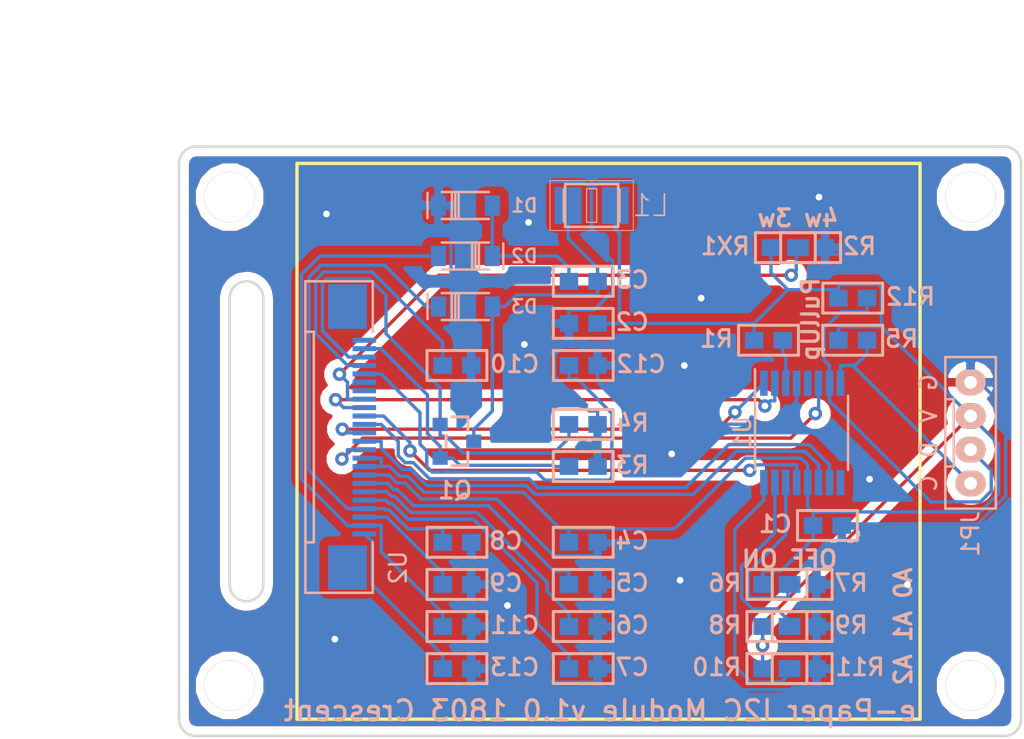
<source format=kicad_pcb>
(kicad_pcb (version 4) (host pcbnew 4.0.1-stable)

  (general
    (links 74)
    (no_connects 0)
    (area 142.924999 109.924999 193.075001 145.075001)
    (thickness 1.6)
    (drawings 25)
    (tracks 408)
    (zones 0)
    (modules 38)
    (nets 29)
  )

  (page A4)
  (title_block
    (title "e-Paper I2C Module")
    (date 2018-03-20)
    (rev v1.0)
    (company Crescent)
  )

  (layers
    (0 F.Cu signal)
    (31 B.Cu signal)
    (32 B.Adhes user)
    (33 F.Adhes user)
    (34 B.Paste user)
    (35 F.Paste user)
    (36 B.SilkS user)
    (37 F.SilkS user)
    (38 B.Mask user)
    (39 F.Mask user)
    (40 Dwgs.User user)
    (41 Cmts.User user)
    (42 Eco1.User user)
    (43 Eco2.User user)
    (44 Edge.Cuts user)
    (45 Margin user)
    (46 B.CrtYd user)
    (47 F.CrtYd user)
    (48 B.Fab user)
    (49 F.Fab user)
  )

  (setup
    (last_trace_width 0.2)
    (trace_clearance 0.2)
    (zone_clearance 0.508)
    (zone_45_only no)
    (trace_min 0.2)
    (segment_width 0.2)
    (edge_width 0.15)
    (via_size 0.8)
    (via_drill 0.4)
    (via_min_size 0.8)
    (via_min_drill 0.3)
    (uvia_size 0.8)
    (uvia_drill 0.1)
    (uvias_allowed no)
    (uvia_min_size 0.8)
    (uvia_min_drill 0.1)
    (pcb_text_width 0.3)
    (pcb_text_size 1.5 1.5)
    (mod_edge_width 0.15)
    (mod_text_size 1 1)
    (mod_text_width 0.15)
    (pad_size 1.524 1.524)
    (pad_drill 0.762)
    (pad_to_mask_clearance 0.2)
    (aux_axis_origin 0 0)
    (visible_elements 7FFFFFFF)
    (pcbplotparams
      (layerselection 0x010fc_80000001)
      (usegerberextensions true)
      (excludeedgelayer true)
      (linewidth 0.050000)
      (plotframeref false)
      (viasonmask false)
      (mode 1)
      (useauxorigin false)
      (hpglpennumber 1)
      (hpglpenspeed 20)
      (hpglpendiameter 15)
      (hpglpenoverlay 2)
      (psnegative false)
      (psa4output false)
      (plotreference true)
      (plotvalue true)
      (plotinvisibletext false)
      (padsonsilk false)
      (subtractmaskfromsilk false)
      (outputformat 1)
      (mirror false)
      (drillshape 0)
      (scaleselection 1)
      (outputdirectory GERBER/))
  )

  (net 0 "")
  (net 1 /3.3V)
  (net 2 GND)
  (net 3 "Net-(C3-Pad1)")
  (net 4 "Net-(C3-Pad2)")
  (net 5 "Net-(C5-Pad1)")
  (net 6 "Net-(C6-Pad1)")
  (net 7 "Net-(C7-Pad1)")
  (net 8 /PREVGH)
  (net 9 "Net-(C9-Pad1)")
  (net 10 "Net-(C10-Pad1)")
  (net 11 /PREVGL)
  (net 12 "Net-(C12-Pad1)")
  (net 13 "Net-(C13-Pad1)")
  (net 14 /SCL)
  (net 15 /SDA)
  (net 16 /GDR)
  (net 17 /RESE)
  (net 18 "Net-(R1-Pad2)")
  (net 19 /eBS)
  (net 20 /cA0)
  (net 21 /cA1)
  (net 22 /cA2)
  (net 23 /eCS)
  (net 24 /eBUSY)
  (net 25 /eMOSI)
  (net 26 /eDC)
  (net 27 /eCLK)
  (net 28 /eRST)

  (net_class Default "これは標準のネット クラスです。"
    (clearance 0.2)
    (trace_width 0.2)
    (via_dia 0.8)
    (via_drill 0.4)
    (uvia_dia 0.8)
    (uvia_drill 0.1)
    (add_net /3.3V)
    (add_net /GDR)
    (add_net /PREVGH)
    (add_net /PREVGL)
    (add_net /RESE)
    (add_net /SCL)
    (add_net /SDA)
    (add_net /cA0)
    (add_net /cA1)
    (add_net /cA2)
    (add_net /eBS)
    (add_net /eBUSY)
    (add_net /eCLK)
    (add_net /eCS)
    (add_net /eDC)
    (add_net /eMOSI)
    (add_net /eRST)
    (add_net GND)
    (add_net "Net-(C10-Pad1)")
    (add_net "Net-(C12-Pad1)")
    (add_net "Net-(C13-Pad1)")
    (add_net "Net-(C3-Pad1)")
    (add_net "Net-(C3-Pad2)")
    (add_net "Net-(C5-Pad1)")
    (add_net "Net-(C6-Pad1)")
    (add_net "Net-(C7-Pad1)")
    (add_net "Net-(C9-Pad1)")
    (add_net "Net-(R1-Pad2)")
  )

  (module Mounting_Holes:MountingHole_3mm (layer F.Cu) (tedit 5AB67687) (tstamp 5ABB730B)
    (at 146 142)
    (descr "Mounting hole, Befestigungsbohrung, 3mm, No Annular, Kein Restring,")
    (tags "Mounting hole, Befestigungsbohrung, 3mm, No Annular, Kein Restring,")
    (fp_text reference REF4 (at 0 4) (layer F.SilkS) hide
      (effects (font (size 1 1) (thickness 0.15)))
    )
    (fp_text value MountingHole_3mm (at 1.00076 5.00126) (layer F.Fab) hide
      (effects (font (size 1 1) (thickness 0.15)))
    )
    (fp_circle (center 0 0) (end 3 0) (layer Cmts.User) (width 0.381))
    (pad 1 thru_hole circle (at 0 0) (size 3 3) (drill 3) (layers))
  )

  (module Mounting_Holes:MountingHole_3mm (layer F.Cu) (tedit 5AB67683) (tstamp 5ABB72FC)
    (at 190 142)
    (descr "Mounting hole, Befestigungsbohrung, 3mm, No Annular, Kein Restring,")
    (tags "Mounting hole, Befestigungsbohrung, 3mm, No Annular, Kein Restring,")
    (fp_text reference REF3 (at 0 -4.0005) (layer F.SilkS) hide
      (effects (font (size 1 1) (thickness 0.15)))
    )
    (fp_text value MountingHole_3mm (at 1.00076 5.00126) (layer F.Fab) hide
      (effects (font (size 1 1) (thickness 0.15)))
    )
    (fp_circle (center 0 0) (end 3 0) (layer Cmts.User) (width 0.381))
    (pad 1 thru_hole circle (at 0 0) (size 3 3) (drill 3) (layers))
  )

  (module Mounting_Holes:MountingHole_3mm (layer F.Cu) (tedit 5AB6767B) (tstamp 5ABB72F2)
    (at 190 113)
    (descr "Mounting hole, Befestigungsbohrung, 3mm, No Annular, Kein Restring,")
    (tags "Mounting hole, Befestigungsbohrung, 3mm, No Annular, Kein Restring,")
    (fp_text reference REF2 (at 0 -4.0005) (layer F.SilkS) hide
      (effects (font (size 1 1) (thickness 0.15)))
    )
    (fp_text value MountingHole_3mm (at 1.00076 5.00126) (layer F.Fab) hide
      (effects (font (size 1 1) (thickness 0.15)))
    )
    (fp_circle (center 0 0) (end 3 0) (layer Cmts.User) (width 0.381))
    (pad 1 thru_hole circle (at 0 0) (size 3 3) (drill 3) (layers))
  )

  (module smt:C-0603 (layer B.Cu) (tedit 5AB67770) (tstamp 5AB67323)
    (at 181.5 132.5)
    (descr "0603 (1608 metric)")
    (tags "smt 0603")
    (path /5AB5C7D3)
    (fp_text reference C1 (at -2 0.5) (layer B.SilkS)
      (effects (font (size 1 1) (thickness 0.18)) (justify left bottom mirror))
    )
    (fp_text value C (at 0 -2.032) (layer B.SilkS) hide
      (effects (font (size 1 1) (thickness 0.18)) (justify mirror))
    )
    (fp_line (start -0.762 0.381) (end 0.762 0.381) (layer Dwgs.User) (width 0.05))
    (fp_line (start 0.762 0.381) (end 0.762 -0.381) (layer Dwgs.User) (width 0.05))
    (fp_line (start 0.762 -0.381) (end -0.762 -0.381) (layer Dwgs.User) (width 0.05))
    (fp_line (start -0.762 -0.381) (end -0.762 0.381) (layer Dwgs.User) (width 0.05))
    (fp_line (start -1.778 0.889) (end 1.778 0.889) (layer B.CrtYd) (width 0.05))
    (fp_line (start 1.778 0.889) (end 1.778 -0.889) (layer B.CrtYd) (width 0.05))
    (fp_line (start 1.778 -0.889) (end -1.778 -0.889) (layer B.CrtYd) (width 0.05))
    (fp_line (start -1.778 -0.889) (end -1.778 0.889) (layer B.CrtYd) (width 0.05))
    (fp_line (start -1.778 0.889) (end 1.778 0.889) (layer B.SilkS) (width 0.18))
    (fp_line (start 1.778 0.889) (end 1.778 -0.889) (layer B.SilkS) (width 0.18))
    (fp_line (start 1.778 -0.889) (end -1.778 -0.889) (layer B.SilkS) (width 0.18))
    (fp_line (start -1.778 -0.889) (end -1.778 0.889) (layer B.SilkS) (width 0.18))
    (pad 1 smd rect (at -0.85 0) (size 1.1 1) (layers B.Cu B.Paste B.Mask)
      (net 1 /3.3V))
    (pad 2 smd rect (at 0.85 0) (size 1.1 1) (layers B.Cu B.Paste B.Mask)
      (net 2 GND))
    (model smt.pretty/C-0603.wrl
      (at (xyz 0 0 0))
      (scale (xyz 1 1 0.8))
      (rotate (xyz 0 0 0))
    )
  )

  (module smt:C-0603 (layer B.Cu) (tedit 5AB73276) (tstamp 5AB67329)
    (at 167 120.5 180)
    (descr "0603 (1608 metric)")
    (tags "smt 0603")
    (path /5AB59201)
    (fp_text reference C2 (at -4 -0.5 180) (layer B.SilkS)
      (effects (font (size 1 1) (thickness 0.18)) (justify left bottom mirror))
    )
    (fp_text value C (at 0 -2.032 180) (layer B.SilkS) hide
      (effects (font (size 1 1) (thickness 0.18)) (justify mirror))
    )
    (fp_line (start -0.762 0.381) (end 0.762 0.381) (layer Dwgs.User) (width 0.05))
    (fp_line (start 0.762 0.381) (end 0.762 -0.381) (layer Dwgs.User) (width 0.05))
    (fp_line (start 0.762 -0.381) (end -0.762 -0.381) (layer Dwgs.User) (width 0.05))
    (fp_line (start -0.762 -0.381) (end -0.762 0.381) (layer Dwgs.User) (width 0.05))
    (fp_line (start -1.778 0.889) (end 1.778 0.889) (layer B.CrtYd) (width 0.05))
    (fp_line (start 1.778 0.889) (end 1.778 -0.889) (layer B.CrtYd) (width 0.05))
    (fp_line (start 1.778 -0.889) (end -1.778 -0.889) (layer B.CrtYd) (width 0.05))
    (fp_line (start -1.778 -0.889) (end -1.778 0.889) (layer B.CrtYd) (width 0.05))
    (fp_line (start -1.778 0.889) (end 1.778 0.889) (layer B.SilkS) (width 0.18))
    (fp_line (start 1.778 0.889) (end 1.778 -0.889) (layer B.SilkS) (width 0.18))
    (fp_line (start 1.778 -0.889) (end -1.778 -0.889) (layer B.SilkS) (width 0.18))
    (fp_line (start -1.778 -0.889) (end -1.778 0.889) (layer B.SilkS) (width 0.18))
    (pad 1 smd rect (at -0.85 0 180) (size 1.1 1) (layers B.Cu B.Paste B.Mask)
      (net 1 /3.3V))
    (pad 2 smd rect (at 0.85 0 180) (size 1.1 1) (layers B.Cu B.Paste B.Mask)
      (net 2 GND))
    (model smt.pretty/C-0603.wrl
      (at (xyz 0 0 0))
      (scale (xyz 1 1 0.8))
      (rotate (xyz 0 0 0))
    )
  )

  (module smt:C-0603 (layer B.Cu) (tedit 5AB7322A) (tstamp 5AB6732F)
    (at 167 118)
    (descr "0603 (1608 metric)")
    (tags "smt 0603")
    (path /5AB57260)
    (fp_text reference C3 (at 4 0.5) (layer B.SilkS)
      (effects (font (size 1 1) (thickness 0.18)) (justify left bottom mirror))
    )
    (fp_text value C (at 0 -2.032) (layer B.SilkS) hide
      (effects (font (size 1 1) (thickness 0.18)) (justify mirror))
    )
    (fp_line (start -0.762 0.381) (end 0.762 0.381) (layer Dwgs.User) (width 0.05))
    (fp_line (start 0.762 0.381) (end 0.762 -0.381) (layer Dwgs.User) (width 0.05))
    (fp_line (start 0.762 -0.381) (end -0.762 -0.381) (layer Dwgs.User) (width 0.05))
    (fp_line (start -0.762 -0.381) (end -0.762 0.381) (layer Dwgs.User) (width 0.05))
    (fp_line (start -1.778 0.889) (end 1.778 0.889) (layer B.CrtYd) (width 0.05))
    (fp_line (start 1.778 0.889) (end 1.778 -0.889) (layer B.CrtYd) (width 0.05))
    (fp_line (start 1.778 -0.889) (end -1.778 -0.889) (layer B.CrtYd) (width 0.05))
    (fp_line (start -1.778 -0.889) (end -1.778 0.889) (layer B.CrtYd) (width 0.05))
    (fp_line (start -1.778 0.889) (end 1.778 0.889) (layer B.SilkS) (width 0.18))
    (fp_line (start 1.778 0.889) (end 1.778 -0.889) (layer B.SilkS) (width 0.18))
    (fp_line (start 1.778 -0.889) (end -1.778 -0.889) (layer B.SilkS) (width 0.18))
    (fp_line (start -1.778 -0.889) (end -1.778 0.889) (layer B.SilkS) (width 0.18))
    (pad 1 smd rect (at -0.85 0) (size 1.1 1) (layers B.Cu B.Paste B.Mask)
      (net 3 "Net-(C3-Pad1)"))
    (pad 2 smd rect (at 0.85 0) (size 1.1 1) (layers B.Cu B.Paste B.Mask)
      (net 4 "Net-(C3-Pad2)"))
    (model smt.pretty/C-0603.wrl
      (at (xyz 0 0 0))
      (scale (xyz 1 1 0.8))
      (rotate (xyz 0 0 0))
    )
  )

  (module smt:C-0603 (layer B.Cu) (tedit 5AB73038) (tstamp 5AB67335)
    (at 167 133.5)
    (descr "0603 (1608 metric)")
    (tags "smt 0603")
    (path /5AB52704)
    (fp_text reference C4 (at 4 0.5) (layer B.SilkS)
      (effects (font (size 1 1) (thickness 0.18)) (justify left bottom mirror))
    )
    (fp_text value C (at 0 -2.032) (layer B.SilkS) hide
      (effects (font (size 1 1) (thickness 0.18)) (justify mirror))
    )
    (fp_line (start -0.762 0.381) (end 0.762 0.381) (layer Dwgs.User) (width 0.05))
    (fp_line (start 0.762 0.381) (end 0.762 -0.381) (layer Dwgs.User) (width 0.05))
    (fp_line (start 0.762 -0.381) (end -0.762 -0.381) (layer Dwgs.User) (width 0.05))
    (fp_line (start -0.762 -0.381) (end -0.762 0.381) (layer Dwgs.User) (width 0.05))
    (fp_line (start -1.778 0.889) (end 1.778 0.889) (layer B.CrtYd) (width 0.05))
    (fp_line (start 1.778 0.889) (end 1.778 -0.889) (layer B.CrtYd) (width 0.05))
    (fp_line (start 1.778 -0.889) (end -1.778 -0.889) (layer B.CrtYd) (width 0.05))
    (fp_line (start -1.778 -0.889) (end -1.778 0.889) (layer B.CrtYd) (width 0.05))
    (fp_line (start -1.778 0.889) (end 1.778 0.889) (layer B.SilkS) (width 0.18))
    (fp_line (start 1.778 0.889) (end 1.778 -0.889) (layer B.SilkS) (width 0.18))
    (fp_line (start 1.778 -0.889) (end -1.778 -0.889) (layer B.SilkS) (width 0.18))
    (fp_line (start -1.778 -0.889) (end -1.778 0.889) (layer B.SilkS) (width 0.18))
    (pad 1 smd rect (at -0.85 0) (size 1.1 1) (layers B.Cu B.Paste B.Mask)
      (net 1 /3.3V))
    (pad 2 smd rect (at 0.85 0) (size 1.1 1) (layers B.Cu B.Paste B.Mask)
      (net 2 GND))
    (model smt.pretty/C-0603.wrl
      (at (xyz 0 0 0))
      (scale (xyz 1 1 0.8))
      (rotate (xyz 0 0 0))
    )
  )

  (module smt:C-0603 (layer B.Cu) (tedit 5AB73035) (tstamp 5AB6733B)
    (at 167 136)
    (descr "0603 (1608 metric)")
    (tags "smt 0603")
    (path /5AB524E2)
    (fp_text reference C5 (at 4 0.5) (layer B.SilkS)
      (effects (font (size 1 1) (thickness 0.18)) (justify left bottom mirror))
    )
    (fp_text value C (at 0 -2.032) (layer B.SilkS) hide
      (effects (font (size 1 1) (thickness 0.18)) (justify mirror))
    )
    (fp_line (start -0.762 0.381) (end 0.762 0.381) (layer Dwgs.User) (width 0.05))
    (fp_line (start 0.762 0.381) (end 0.762 -0.381) (layer Dwgs.User) (width 0.05))
    (fp_line (start 0.762 -0.381) (end -0.762 -0.381) (layer Dwgs.User) (width 0.05))
    (fp_line (start -0.762 -0.381) (end -0.762 0.381) (layer Dwgs.User) (width 0.05))
    (fp_line (start -1.778 0.889) (end 1.778 0.889) (layer B.CrtYd) (width 0.05))
    (fp_line (start 1.778 0.889) (end 1.778 -0.889) (layer B.CrtYd) (width 0.05))
    (fp_line (start 1.778 -0.889) (end -1.778 -0.889) (layer B.CrtYd) (width 0.05))
    (fp_line (start -1.778 -0.889) (end -1.778 0.889) (layer B.CrtYd) (width 0.05))
    (fp_line (start -1.778 0.889) (end 1.778 0.889) (layer B.SilkS) (width 0.18))
    (fp_line (start 1.778 0.889) (end 1.778 -0.889) (layer B.SilkS) (width 0.18))
    (fp_line (start 1.778 -0.889) (end -1.778 -0.889) (layer B.SilkS) (width 0.18))
    (fp_line (start -1.778 -0.889) (end -1.778 0.889) (layer B.SilkS) (width 0.18))
    (pad 1 smd rect (at -0.85 0) (size 1.1 1) (layers B.Cu B.Paste B.Mask)
      (net 5 "Net-(C5-Pad1)"))
    (pad 2 smd rect (at 0.85 0) (size 1.1 1) (layers B.Cu B.Paste B.Mask)
      (net 2 GND))
    (model smt.pretty/C-0603.wrl
      (at (xyz 0 0 0))
      (scale (xyz 1 1 0.8))
      (rotate (xyz 0 0 0))
    )
  )

  (module smt:C-0603 (layer B.Cu) (tedit 5AB73032) (tstamp 5AB67341)
    (at 167 138.5)
    (descr "0603 (1608 metric)")
    (tags "smt 0603")
    (path /5AB523AE)
    (fp_text reference C6 (at 4 0.5) (layer B.SilkS)
      (effects (font (size 1 1) (thickness 0.18)) (justify left bottom mirror))
    )
    (fp_text value C (at 0 -2.032) (layer B.SilkS) hide
      (effects (font (size 1 1) (thickness 0.18)) (justify mirror))
    )
    (fp_line (start -0.762 0.381) (end 0.762 0.381) (layer Dwgs.User) (width 0.05))
    (fp_line (start 0.762 0.381) (end 0.762 -0.381) (layer Dwgs.User) (width 0.05))
    (fp_line (start 0.762 -0.381) (end -0.762 -0.381) (layer Dwgs.User) (width 0.05))
    (fp_line (start -0.762 -0.381) (end -0.762 0.381) (layer Dwgs.User) (width 0.05))
    (fp_line (start -1.778 0.889) (end 1.778 0.889) (layer B.CrtYd) (width 0.05))
    (fp_line (start 1.778 0.889) (end 1.778 -0.889) (layer B.CrtYd) (width 0.05))
    (fp_line (start 1.778 -0.889) (end -1.778 -0.889) (layer B.CrtYd) (width 0.05))
    (fp_line (start -1.778 -0.889) (end -1.778 0.889) (layer B.CrtYd) (width 0.05))
    (fp_line (start -1.778 0.889) (end 1.778 0.889) (layer B.SilkS) (width 0.18))
    (fp_line (start 1.778 0.889) (end 1.778 -0.889) (layer B.SilkS) (width 0.18))
    (fp_line (start 1.778 -0.889) (end -1.778 -0.889) (layer B.SilkS) (width 0.18))
    (fp_line (start -1.778 -0.889) (end -1.778 0.889) (layer B.SilkS) (width 0.18))
    (pad 1 smd rect (at -0.85 0) (size 1.1 1) (layers B.Cu B.Paste B.Mask)
      (net 6 "Net-(C6-Pad1)"))
    (pad 2 smd rect (at 0.85 0) (size 1.1 1) (layers B.Cu B.Paste B.Mask)
      (net 2 GND))
    (model smt.pretty/C-0603.wrl
      (at (xyz 0 0 0))
      (scale (xyz 1 1 0.8))
      (rotate (xyz 0 0 0))
    )
  )

  (module smt:C-0603 (layer B.Cu) (tedit 5AB7302E) (tstamp 5AB67347)
    (at 167 141)
    (descr "0603 (1608 metric)")
    (tags "smt 0603")
    (path /5AB52377)
    (fp_text reference C7 (at 4 0.5) (layer B.SilkS)
      (effects (font (size 1 1) (thickness 0.18)) (justify left bottom mirror))
    )
    (fp_text value C (at 0 -2.032) (layer B.SilkS) hide
      (effects (font (size 1 1) (thickness 0.18)) (justify mirror))
    )
    (fp_line (start -0.762 0.381) (end 0.762 0.381) (layer Dwgs.User) (width 0.05))
    (fp_line (start 0.762 0.381) (end 0.762 -0.381) (layer Dwgs.User) (width 0.05))
    (fp_line (start 0.762 -0.381) (end -0.762 -0.381) (layer Dwgs.User) (width 0.05))
    (fp_line (start -0.762 -0.381) (end -0.762 0.381) (layer Dwgs.User) (width 0.05))
    (fp_line (start -1.778 0.889) (end 1.778 0.889) (layer B.CrtYd) (width 0.05))
    (fp_line (start 1.778 0.889) (end 1.778 -0.889) (layer B.CrtYd) (width 0.05))
    (fp_line (start 1.778 -0.889) (end -1.778 -0.889) (layer B.CrtYd) (width 0.05))
    (fp_line (start -1.778 -0.889) (end -1.778 0.889) (layer B.CrtYd) (width 0.05))
    (fp_line (start -1.778 0.889) (end 1.778 0.889) (layer B.SilkS) (width 0.18))
    (fp_line (start 1.778 0.889) (end 1.778 -0.889) (layer B.SilkS) (width 0.18))
    (fp_line (start 1.778 -0.889) (end -1.778 -0.889) (layer B.SilkS) (width 0.18))
    (fp_line (start -1.778 -0.889) (end -1.778 0.889) (layer B.SilkS) (width 0.18))
    (pad 1 smd rect (at -0.85 0) (size 1.1 1) (layers B.Cu B.Paste B.Mask)
      (net 7 "Net-(C7-Pad1)"))
    (pad 2 smd rect (at 0.85 0) (size 1.1 1) (layers B.Cu B.Paste B.Mask)
      (net 2 GND))
    (model smt.pretty/C-0603.wrl
      (at (xyz 0 0 0))
      (scale (xyz 1 1 0.8))
      (rotate (xyz 0 0 0))
    )
  )

  (module smt:C-0603 (layer B.Cu) (tedit 5AB72FEC) (tstamp 5AB6734D)
    (at 159.5 133.5)
    (descr "0603 (1608 metric)")
    (tags "smt 0603")
    (path /5AB51D24)
    (fp_text reference C8 (at 4 0.5) (layer B.SilkS)
      (effects (font (size 1 1) (thickness 0.18)) (justify left bottom mirror))
    )
    (fp_text value C (at 0 -2.032) (layer B.SilkS) hide
      (effects (font (size 1 1) (thickness 0.18)) (justify mirror))
    )
    (fp_line (start -0.762 0.381) (end 0.762 0.381) (layer Dwgs.User) (width 0.05))
    (fp_line (start 0.762 0.381) (end 0.762 -0.381) (layer Dwgs.User) (width 0.05))
    (fp_line (start 0.762 -0.381) (end -0.762 -0.381) (layer Dwgs.User) (width 0.05))
    (fp_line (start -0.762 -0.381) (end -0.762 0.381) (layer Dwgs.User) (width 0.05))
    (fp_line (start -1.778 0.889) (end 1.778 0.889) (layer B.CrtYd) (width 0.05))
    (fp_line (start 1.778 0.889) (end 1.778 -0.889) (layer B.CrtYd) (width 0.05))
    (fp_line (start 1.778 -0.889) (end -1.778 -0.889) (layer B.CrtYd) (width 0.05))
    (fp_line (start -1.778 -0.889) (end -1.778 0.889) (layer B.CrtYd) (width 0.05))
    (fp_line (start -1.778 0.889) (end 1.778 0.889) (layer B.SilkS) (width 0.18))
    (fp_line (start 1.778 0.889) (end 1.778 -0.889) (layer B.SilkS) (width 0.18))
    (fp_line (start 1.778 -0.889) (end -1.778 -0.889) (layer B.SilkS) (width 0.18))
    (fp_line (start -1.778 -0.889) (end -1.778 0.889) (layer B.SilkS) (width 0.18))
    (pad 1 smd rect (at -0.85 0) (size 1.1 1) (layers B.Cu B.Paste B.Mask)
      (net 8 /PREVGH))
    (pad 2 smd rect (at 0.85 0) (size 1.1 1) (layers B.Cu B.Paste B.Mask)
      (net 2 GND))
    (model smt.pretty/C-0603.wrl
      (at (xyz 0 0 0))
      (scale (xyz 1 1 0.8))
      (rotate (xyz 0 0 0))
    )
  )

  (module smt:C-0603 (layer B.Cu) (tedit 5AB72FBC) (tstamp 5AB67353)
    (at 159.5 136)
    (descr "0603 (1608 metric)")
    (tags "smt 0603")
    (path /5AB51C9B)
    (fp_text reference C9 (at 4 0.5) (layer B.SilkS)
      (effects (font (size 1 1) (thickness 0.18)) (justify left bottom mirror))
    )
    (fp_text value C (at 0 -2.032) (layer B.SilkS) hide
      (effects (font (size 1 1) (thickness 0.18)) (justify mirror))
    )
    (fp_line (start -0.762 0.381) (end 0.762 0.381) (layer Dwgs.User) (width 0.05))
    (fp_line (start 0.762 0.381) (end 0.762 -0.381) (layer Dwgs.User) (width 0.05))
    (fp_line (start 0.762 -0.381) (end -0.762 -0.381) (layer Dwgs.User) (width 0.05))
    (fp_line (start -0.762 -0.381) (end -0.762 0.381) (layer Dwgs.User) (width 0.05))
    (fp_line (start -1.778 0.889) (end 1.778 0.889) (layer B.CrtYd) (width 0.05))
    (fp_line (start 1.778 0.889) (end 1.778 -0.889) (layer B.CrtYd) (width 0.05))
    (fp_line (start 1.778 -0.889) (end -1.778 -0.889) (layer B.CrtYd) (width 0.05))
    (fp_line (start -1.778 -0.889) (end -1.778 0.889) (layer B.CrtYd) (width 0.05))
    (fp_line (start -1.778 0.889) (end 1.778 0.889) (layer B.SilkS) (width 0.18))
    (fp_line (start 1.778 0.889) (end 1.778 -0.889) (layer B.SilkS) (width 0.18))
    (fp_line (start 1.778 -0.889) (end -1.778 -0.889) (layer B.SilkS) (width 0.18))
    (fp_line (start -1.778 -0.889) (end -1.778 0.889) (layer B.SilkS) (width 0.18))
    (pad 1 smd rect (at -0.85 0) (size 1.1 1) (layers B.Cu B.Paste B.Mask)
      (net 9 "Net-(C9-Pad1)"))
    (pad 2 smd rect (at 0.85 0) (size 1.1 1) (layers B.Cu B.Paste B.Mask)
      (net 2 GND))
    (model smt.pretty/C-0603.wrl
      (at (xyz 0 0 0))
      (scale (xyz 1 1 0.8))
      (rotate (xyz 0 0 0))
    )
  )

  (module smt:C-0603 (layer B.Cu) (tedit 5AB73072) (tstamp 5AB67359)
    (at 159.5 123)
    (descr "0603 (1608 metric)")
    (tags "smt 0603")
    (path /5AB528DD)
    (fp_text reference C10 (at 5 0.5) (layer B.SilkS)
      (effects (font (size 1 1) (thickness 0.18)) (justify left bottom mirror))
    )
    (fp_text value C (at 0 -2.032) (layer B.SilkS) hide
      (effects (font (size 1 1) (thickness 0.18)) (justify mirror))
    )
    (fp_line (start -0.762 0.381) (end 0.762 0.381) (layer Dwgs.User) (width 0.05))
    (fp_line (start 0.762 0.381) (end 0.762 -0.381) (layer Dwgs.User) (width 0.05))
    (fp_line (start 0.762 -0.381) (end -0.762 -0.381) (layer Dwgs.User) (width 0.05))
    (fp_line (start -0.762 -0.381) (end -0.762 0.381) (layer Dwgs.User) (width 0.05))
    (fp_line (start -1.778 0.889) (end 1.778 0.889) (layer B.CrtYd) (width 0.05))
    (fp_line (start 1.778 0.889) (end 1.778 -0.889) (layer B.CrtYd) (width 0.05))
    (fp_line (start 1.778 -0.889) (end -1.778 -0.889) (layer B.CrtYd) (width 0.05))
    (fp_line (start -1.778 -0.889) (end -1.778 0.889) (layer B.CrtYd) (width 0.05))
    (fp_line (start -1.778 0.889) (end 1.778 0.889) (layer B.SilkS) (width 0.18))
    (fp_line (start 1.778 0.889) (end 1.778 -0.889) (layer B.SilkS) (width 0.18))
    (fp_line (start 1.778 -0.889) (end -1.778 -0.889) (layer B.SilkS) (width 0.18))
    (fp_line (start -1.778 -0.889) (end -1.778 0.889) (layer B.SilkS) (width 0.18))
    (pad 1 smd rect (at -0.85 0) (size 1.1 1) (layers B.Cu B.Paste B.Mask)
      (net 10 "Net-(C10-Pad1)"))
    (pad 2 smd rect (at 0.85 0) (size 1.1 1) (layers B.Cu B.Paste B.Mask)
      (net 2 GND))
    (model smt.pretty/C-0603.wrl
      (at (xyz 0 0 0))
      (scale (xyz 1 1 0.8))
      (rotate (xyz 0 0 0))
    )
  )

  (module smt:C-0603 (layer B.Cu) (tedit 5AB72FAC) (tstamp 5AB6735F)
    (at 159.5 138.5)
    (descr "0603 (1608 metric)")
    (tags "smt 0603")
    (path /5AB51C67)
    (fp_text reference C11 (at 5 0.5) (layer B.SilkS)
      (effects (font (size 1 1) (thickness 0.18)) (justify left bottom mirror))
    )
    (fp_text value C (at 0 -2.032) (layer B.SilkS) hide
      (effects (font (size 1 1) (thickness 0.18)) (justify mirror))
    )
    (fp_line (start -0.762 0.381) (end 0.762 0.381) (layer Dwgs.User) (width 0.05))
    (fp_line (start 0.762 0.381) (end 0.762 -0.381) (layer Dwgs.User) (width 0.05))
    (fp_line (start 0.762 -0.381) (end -0.762 -0.381) (layer Dwgs.User) (width 0.05))
    (fp_line (start -0.762 -0.381) (end -0.762 0.381) (layer Dwgs.User) (width 0.05))
    (fp_line (start -1.778 0.889) (end 1.778 0.889) (layer B.CrtYd) (width 0.05))
    (fp_line (start 1.778 0.889) (end 1.778 -0.889) (layer B.CrtYd) (width 0.05))
    (fp_line (start 1.778 -0.889) (end -1.778 -0.889) (layer B.CrtYd) (width 0.05))
    (fp_line (start -1.778 -0.889) (end -1.778 0.889) (layer B.CrtYd) (width 0.05))
    (fp_line (start -1.778 0.889) (end 1.778 0.889) (layer B.SilkS) (width 0.18))
    (fp_line (start 1.778 0.889) (end 1.778 -0.889) (layer B.SilkS) (width 0.18))
    (fp_line (start 1.778 -0.889) (end -1.778 -0.889) (layer B.SilkS) (width 0.18))
    (fp_line (start -1.778 -0.889) (end -1.778 0.889) (layer B.SilkS) (width 0.18))
    (pad 1 smd rect (at -0.85 0) (size 1.1 1) (layers B.Cu B.Paste B.Mask)
      (net 11 /PREVGL))
    (pad 2 smd rect (at 0.85 0) (size 1.1 1) (layers B.Cu B.Paste B.Mask)
      (net 2 GND))
    (model smt.pretty/C-0603.wrl
      (at (xyz 0 0 0))
      (scale (xyz 1 1 0.8))
      (rotate (xyz 0 0 0))
    )
  )

  (module smt:C-0603 (layer B.Cu) (tedit 5AB7307F) (tstamp 5AB67365)
    (at 167 123)
    (descr "0603 (1608 metric)")
    (tags "smt 0603")
    (path /5AB527EC)
    (fp_text reference C12 (at 5 0.5) (layer B.SilkS)
      (effects (font (size 1 1) (thickness 0.18)) (justify left bottom mirror))
    )
    (fp_text value C (at 0 -2.032) (layer B.SilkS) hide
      (effects (font (size 1 1) (thickness 0.18)) (justify mirror))
    )
    (fp_line (start -0.762 0.381) (end 0.762 0.381) (layer Dwgs.User) (width 0.05))
    (fp_line (start 0.762 0.381) (end 0.762 -0.381) (layer Dwgs.User) (width 0.05))
    (fp_line (start 0.762 -0.381) (end -0.762 -0.381) (layer Dwgs.User) (width 0.05))
    (fp_line (start -0.762 -0.381) (end -0.762 0.381) (layer Dwgs.User) (width 0.05))
    (fp_line (start -1.778 0.889) (end 1.778 0.889) (layer B.CrtYd) (width 0.05))
    (fp_line (start 1.778 0.889) (end 1.778 -0.889) (layer B.CrtYd) (width 0.05))
    (fp_line (start 1.778 -0.889) (end -1.778 -0.889) (layer B.CrtYd) (width 0.05))
    (fp_line (start -1.778 -0.889) (end -1.778 0.889) (layer B.CrtYd) (width 0.05))
    (fp_line (start -1.778 0.889) (end 1.778 0.889) (layer B.SilkS) (width 0.18))
    (fp_line (start 1.778 0.889) (end 1.778 -0.889) (layer B.SilkS) (width 0.18))
    (fp_line (start 1.778 -0.889) (end -1.778 -0.889) (layer B.SilkS) (width 0.18))
    (fp_line (start -1.778 -0.889) (end -1.778 0.889) (layer B.SilkS) (width 0.18))
    (pad 1 smd rect (at -0.85 0) (size 1.1 1) (layers B.Cu B.Paste B.Mask)
      (net 12 "Net-(C12-Pad1)"))
    (pad 2 smd rect (at 0.85 0) (size 1.1 1) (layers B.Cu B.Paste B.Mask)
      (net 2 GND))
    (model smt.pretty/C-0603.wrl
      (at (xyz 0 0 0))
      (scale (xyz 1 1 0.8))
      (rotate (xyz 0 0 0))
    )
  )

  (module smt:C-0603 (layer B.Cu) (tedit 5AB72F9C) (tstamp 5AB6736B)
    (at 159.5 141)
    (descr "0603 (1608 metric)")
    (tags "smt 0603")
    (path /5AB271C7)
    (fp_text reference C13 (at 5 0.5) (layer B.SilkS)
      (effects (font (size 1 1) (thickness 0.18)) (justify left bottom mirror))
    )
    (fp_text value C (at 0 -2.032) (layer B.SilkS) hide
      (effects (font (size 1 1) (thickness 0.18)) (justify mirror))
    )
    (fp_line (start -0.762 0.381) (end 0.762 0.381) (layer Dwgs.User) (width 0.05))
    (fp_line (start 0.762 0.381) (end 0.762 -0.381) (layer Dwgs.User) (width 0.05))
    (fp_line (start 0.762 -0.381) (end -0.762 -0.381) (layer Dwgs.User) (width 0.05))
    (fp_line (start -0.762 -0.381) (end -0.762 0.381) (layer Dwgs.User) (width 0.05))
    (fp_line (start -1.778 0.889) (end 1.778 0.889) (layer B.CrtYd) (width 0.05))
    (fp_line (start 1.778 0.889) (end 1.778 -0.889) (layer B.CrtYd) (width 0.05))
    (fp_line (start 1.778 -0.889) (end -1.778 -0.889) (layer B.CrtYd) (width 0.05))
    (fp_line (start -1.778 -0.889) (end -1.778 0.889) (layer B.CrtYd) (width 0.05))
    (fp_line (start -1.778 0.889) (end 1.778 0.889) (layer B.SilkS) (width 0.18))
    (fp_line (start 1.778 0.889) (end 1.778 -0.889) (layer B.SilkS) (width 0.18))
    (fp_line (start 1.778 -0.889) (end -1.778 -0.889) (layer B.SilkS) (width 0.18))
    (fp_line (start -1.778 -0.889) (end -1.778 0.889) (layer B.SilkS) (width 0.18))
    (pad 1 smd rect (at -0.85 0) (size 1.1 1) (layers B.Cu B.Paste B.Mask)
      (net 13 "Net-(C13-Pad1)"))
    (pad 2 smd rect (at 0.85 0) (size 1.1 1) (layers B.Cu B.Paste B.Mask)
      (net 2 GND))
    (model smt.pretty/C-0603.wrl
      (at (xyz 0 0 0))
      (scale (xyz 1 1 0.8))
      (rotate (xyz 0 0 0))
    )
  )

  (module GroveCon:GROVE (layer B.Cu) (tedit 5AB6765D) (tstamp 5AB67385)
    (at 190 130 90)
    (path /5AB272A4)
    (fp_text reference JP1 (at -3 0 90) (layer B.SilkS)
      (effects (font (size 1 1) (thickness 0.15)) (justify mirror))
    )
    (fp_text value GROVE (at 0.5 3 90) (layer B.Fab) hide
      (effects (font (size 1 1) (thickness 0.15)) (justify mirror))
    )
    (fp_text user C (at 0 -2.5 90) (layer B.SilkS)
      (effects (font (size 1 1) (thickness 0.15)) (justify mirror))
    )
    (fp_text user D (at 2 -2.5 90) (layer B.SilkS)
      (effects (font (size 1 1) (thickness 0.15)) (justify mirror))
    )
    (fp_text user V (at 4 -2.5 90) (layer B.SilkS)
      (effects (font (size 1 1) (thickness 0.15)) (justify mirror))
    )
    (fp_text user G (at 6 -2.5 90) (layer B.SilkS)
      (effects (font (size 1 1) (thickness 0.15)) (justify mirror))
    )
    (fp_line (start 5 -1.5) (end 5 -1) (layer B.SilkS) (width 0.15))
    (fp_line (start 5 -1) (end 1 -1) (layer B.SilkS) (width 0.15))
    (fp_line (start 1 -1) (end 1 -1.5) (layer B.SilkS) (width 0.15))
    (fp_line (start 3 -1.5) (end -1.5 -1.5) (layer B.SilkS) (width 0.15))
    (fp_line (start -1.5 -1.5) (end -1.5 1.5) (layer B.SilkS) (width 0.15))
    (fp_line (start -1.5 1.5) (end 7.5 1.5) (layer B.SilkS) (width 0.15))
    (fp_line (start 7.5 1.5) (end 7.5 -1.5) (layer B.SilkS) (width 0.15))
    (fp_line (start 7.5 -1.5) (end 3 -1.5) (layer B.SilkS) (width 0.15))
    (pad 1 thru_hole oval (at 0 0 90) (size 1.524 1.8) (drill 0.762) (layers *.Cu *.Paste *.Mask B.SilkS)
      (net 14 /SCL))
    (pad 2 thru_hole oval (at 2 0 90) (size 1.524 1.8) (drill 0.762) (layers *.Cu *.Paste *.Mask B.SilkS)
      (net 15 /SDA))
    (pad 3 thru_hole oval (at 4 0 90) (size 1.524 1.8) (drill 0.762) (layers *.Cu *.Paste *.Mask B.SilkS)
      (net 1 /3.3V))
    (pad 4 thru_hole oval (at 6 0 90) (size 1.524 1.8) (drill 0.762) (layers *.Cu *.Paste *.Mask B.SilkS)
      (net 2 GND))
  )

  (module rcl:rcl-L3230M (layer B.Cu) (tedit 5AB73254) (tstamp 5AB6738B)
    (at 167.5 113.5)
    (descr INDUCTOR)
    (tags INDUCTOR)
    (path /5AB53244)
    (attr smd)
    (fp_text reference L1 (at 3.5 0) (layer B.SilkS)
      (effects (font (size 1.27 1.27) (thickness 0.1016)) (justify mirror))
    )
    (fp_text value L_Small (at 1.905 -2.54) (layer B.SilkS) hide
      (effects (font (size 1.27 1.27) (thickness 0.1016)) (justify mirror))
    )
    (fp_line (start -0.29972 -0.99822) (end 0.29972 -0.99822) (layer B.SilkS) (width 0.06604))
    (fp_line (start 0.29972 -0.99822) (end 0.29972 0.99822) (layer B.SilkS) (width 0.06604))
    (fp_line (start -0.29972 0.99822) (end 0.29972 0.99822) (layer B.SilkS) (width 0.06604))
    (fp_line (start -0.29972 -0.99822) (end -0.29972 0.99822) (layer B.SilkS) (width 0.06604))
    (fp_line (start -2.47142 1.48082) (end 2.47142 1.48082) (layer B.SilkS) (width 0.0508))
    (fp_line (start 2.47142 -1.48082) (end -2.47142 -1.48082) (layer B.SilkS) (width 0.0508))
    (fp_line (start -2.47142 -1.48082) (end -2.47142 1.48082) (layer B.SilkS) (width 0.0508))
    (fp_line (start 2.47142 1.48082) (end 2.47142 -1.48082) (layer B.SilkS) (width 0.0508))
    (fp_line (start -1.5748 1.27) (end 1.5748 1.27) (layer B.SilkS) (width 0.1524))
    (fp_line (start 1.5748 1.27) (end 1.5748 -1.27) (layer B.SilkS) (width 0.1524))
    (fp_line (start 1.5748 -1.27) (end -1.5748 -1.27) (layer B.SilkS) (width 0.1524))
    (fp_line (start -1.5748 -1.27) (end -1.5748 1.27) (layer B.SilkS) (width 0.1524))
    (fp_line (start -1.651 0.9398) (end -1.651 -0.9398) (layer B.SilkS) (width 0.1524))
    (fp_line (start 1.651 0.9398) (end 1.651 -0.9398) (layer B.SilkS) (width 0.1524))
    (pad 1 smd rect (at -1.39954 0) (size 1.59766 2.19964) (layers B.Cu B.Paste B.Mask)
      (net 4 "Net-(C3-Pad2)"))
    (pad 2 smd rect (at 1.39954 0) (size 1.59766 2.19964) (layers B.Cu B.Paste B.Mask)
      (net 1 /3.3V))
  )

  (module smt-sot:SOT23 (layer B.Cu) (tedit 5AB732AD) (tstamp 5AB67392)
    (at 159.5 127.5 90)
    (descr SOT-23)
    (path /5AB5332C)
    (fp_text reference Q1 (at -3.5 1 360) (layer B.SilkS)
      (effects (font (size 1 1) (thickness 0.18)) (justify left bottom mirror))
    )
    (fp_text value Q_NMOS_GSD (at 0 -3.175 90) (layer B.SilkS) hide
      (effects (font (size 1 1) (thickness 0.18)) (justify mirror))
    )
    (fp_line (start -2 -2) (end -2 2) (layer B.CrtYd) (width 0.05))
    (fp_line (start 2 -2) (end -2 -2) (layer B.CrtYd) (width 0.05))
    (fp_line (start 2 2) (end 2 -2) (layer B.CrtYd) (width 0.05))
    (fp_line (start -2 2) (end 2 2) (layer B.CrtYd) (width 0.05))
    (fp_line (start -1.45 0.65) (end -0.65 0.65) (layer B.SilkS) (width 0.18))
    (fp_line (start 1.45 0.65) (end 0.65 0.65) (layer B.SilkS) (width 0.18))
    (fp_line (start -1.45 0.65) (end -1.45 -0.3) (layer B.SilkS) (width 0.18))
    (fp_line (start 1.45 0.65) (end 1.45 -0.3) (layer B.SilkS) (width 0.18))
    (fp_line (start -0.35 -0.65) (end 0.35 -0.65) (layer B.SilkS) (width 0.18))
    (pad 1 smd rect (at -1 -1 90) (size 0.8 0.9) (layers B.Cu B.Paste B.Mask)
      (net 16 /GDR))
    (pad 2 smd rect (at 1 -1 90) (size 0.8 0.9) (layers B.Cu B.Paste B.Mask)
      (net 17 /RESE))
    (pad 3 smd rect (at 0 1 90) (size 0.8 0.9) (layers B.Cu B.Paste B.Mask)
      (net 4 "Net-(C3-Pad2)"))
  )

  (module smt:R-0603 (layer B.Cu) (tedit 5AB67794) (tstamp 5AB67398)
    (at 178 121.5)
    (descr "0603 (1608 metric)")
    (tags "smt 0603")
    (path /5AB5D609)
    (fp_text reference R1 (at -2 0.5) (layer B.SilkS)
      (effects (font (size 1 1) (thickness 0.18)) (justify left bottom mirror))
    )
    (fp_text value R (at 0 -2.032) (layer B.SilkS) hide
      (effects (font (size 1 1) (thickness 0.18)) (justify mirror))
    )
    (fp_line (start -0.762 0.381) (end 0.762 0.381) (layer Dwgs.User) (width 0.05))
    (fp_line (start 0.762 0.381) (end 0.762 -0.381) (layer Dwgs.User) (width 0.05))
    (fp_line (start 0.762 -0.381) (end -0.762 -0.381) (layer Dwgs.User) (width 0.05))
    (fp_line (start -0.762 -0.381) (end -0.762 0.381) (layer Dwgs.User) (width 0.05))
    (fp_line (start -1.778 0.889) (end 1.778 0.889) (layer B.CrtYd) (width 0.05))
    (fp_line (start 1.778 0.889) (end 1.778 -0.889) (layer B.CrtYd) (width 0.05))
    (fp_line (start 1.778 -0.889) (end -1.778 -0.889) (layer B.CrtYd) (width 0.05))
    (fp_line (start -1.778 -0.889) (end -1.778 0.889) (layer B.CrtYd) (width 0.05))
    (fp_line (start -1.778 0.889) (end 1.778 0.889) (layer B.SilkS) (width 0.18))
    (fp_line (start 1.778 0.889) (end 1.778 -0.889) (layer B.SilkS) (width 0.18))
    (fp_line (start 1.778 -0.889) (end -1.778 -0.889) (layer B.SilkS) (width 0.18))
    (fp_line (start -1.778 -0.889) (end -1.778 0.889) (layer B.SilkS) (width 0.18))
    (pad 1 smd rect (at -0.85 0) (size 1.1 1) (layers B.Cu B.Paste B.Mask)
      (net 1 /3.3V))
    (pad 2 smd rect (at 0.85 0) (size 1.1 1) (layers B.Cu B.Paste B.Mask)
      (net 18 "Net-(R1-Pad2)"))
    (model smt.pretty/R-0603.wrl
      (at (xyz 0 0 0))
      (scale (xyz 1 1 1))
      (rotate (xyz 0 0 0))
    )
  )

  (module smt:R-0603 (layer B.Cu) (tedit 5AB67888) (tstamp 5AB6739E)
    (at 180.5 116)
    (descr "0603 (1608 metric)")
    (tags "smt 0603")
    (path /5AB55A33)
    (fp_text reference R2 (at 4 0.5) (layer B.SilkS)
      (effects (font (size 1 1) (thickness 0.18)) (justify left bottom mirror))
    )
    (fp_text value R (at 0 -2.032) (layer B.SilkS) hide
      (effects (font (size 1 1) (thickness 0.18)) (justify mirror))
    )
    (fp_line (start -0.762 0.381) (end 0.762 0.381) (layer Dwgs.User) (width 0.05))
    (fp_line (start 0.762 0.381) (end 0.762 -0.381) (layer Dwgs.User) (width 0.05))
    (fp_line (start 0.762 -0.381) (end -0.762 -0.381) (layer Dwgs.User) (width 0.05))
    (fp_line (start -0.762 -0.381) (end -0.762 0.381) (layer Dwgs.User) (width 0.05))
    (fp_line (start -1.778 0.889) (end 1.778 0.889) (layer B.CrtYd) (width 0.05))
    (fp_line (start 1.778 0.889) (end 1.778 -0.889) (layer B.CrtYd) (width 0.05))
    (fp_line (start 1.778 -0.889) (end -1.778 -0.889) (layer B.CrtYd) (width 0.05))
    (fp_line (start -1.778 -0.889) (end -1.778 0.889) (layer B.CrtYd) (width 0.05))
    (fp_line (start -1.778 0.889) (end 1.778 0.889) (layer B.SilkS) (width 0.18))
    (fp_line (start 1.778 0.889) (end 1.778 -0.889) (layer B.SilkS) (width 0.18))
    (fp_line (start 1.778 -0.889) (end -1.778 -0.889) (layer B.SilkS) (width 0.18))
    (fp_line (start -1.778 -0.889) (end -1.778 0.889) (layer B.SilkS) (width 0.18))
    (pad 1 smd rect (at -0.85 0) (size 1.1 1) (layers B.Cu B.Paste B.Mask)
      (net 19 /eBS))
    (pad 2 smd rect (at 0.85 0) (size 1.1 1) (layers B.Cu B.Paste B.Mask)
      (net 2 GND))
    (model smt.pretty/R-0603.wrl
      (at (xyz 0 0 0))
      (scale (xyz 1 1 1))
      (rotate (xyz 0 0 0))
    )
  )

  (module smt:R-0603 (layer B.Cu) (tedit 5AB732C1) (tstamp 5AB673A4)
    (at 167 129)
    (descr "0603 (1608 metric)")
    (tags "smt 0603")
    (path /5AB582A3)
    (fp_text reference R3 (at 4 0.5) (layer B.SilkS)
      (effects (font (size 1 1) (thickness 0.18)) (justify left bottom mirror))
    )
    (fp_text value R (at 0 -2.032) (layer B.SilkS) hide
      (effects (font (size 1 1) (thickness 0.18)) (justify mirror))
    )
    (fp_line (start -0.762 0.381) (end 0.762 0.381) (layer Dwgs.User) (width 0.05))
    (fp_line (start 0.762 0.381) (end 0.762 -0.381) (layer Dwgs.User) (width 0.05))
    (fp_line (start 0.762 -0.381) (end -0.762 -0.381) (layer Dwgs.User) (width 0.05))
    (fp_line (start -0.762 -0.381) (end -0.762 0.381) (layer Dwgs.User) (width 0.05))
    (fp_line (start -1.778 0.889) (end 1.778 0.889) (layer B.CrtYd) (width 0.05))
    (fp_line (start 1.778 0.889) (end 1.778 -0.889) (layer B.CrtYd) (width 0.05))
    (fp_line (start 1.778 -0.889) (end -1.778 -0.889) (layer B.CrtYd) (width 0.05))
    (fp_line (start -1.778 -0.889) (end -1.778 0.889) (layer B.CrtYd) (width 0.05))
    (fp_line (start -1.778 0.889) (end 1.778 0.889) (layer B.SilkS) (width 0.18))
    (fp_line (start 1.778 0.889) (end 1.778 -0.889) (layer B.SilkS) (width 0.18))
    (fp_line (start 1.778 -0.889) (end -1.778 -0.889) (layer B.SilkS) (width 0.18))
    (fp_line (start -1.778 -0.889) (end -1.778 0.889) (layer B.SilkS) (width 0.18))
    (pad 1 smd rect (at -0.85 0) (size 1.1 1) (layers B.Cu B.Paste B.Mask)
      (net 16 /GDR))
    (pad 2 smd rect (at 0.85 0) (size 1.1 1) (layers B.Cu B.Paste B.Mask)
      (net 2 GND))
    (model smt.pretty/R-0603.wrl
      (at (xyz 0 0 0))
      (scale (xyz 1 1 1))
      (rotate (xyz 0 0 0))
    )
  )

  (module smt:R-0603 (layer B.Cu) (tedit 5AB732CF) (tstamp 5AB673AA)
    (at 167 126.5)
    (descr "0603 (1608 metric)")
    (tags "smt 0603")
    (path /5AB57F77)
    (fp_text reference R4 (at 4 0.5) (layer B.SilkS)
      (effects (font (size 1 1) (thickness 0.18)) (justify left bottom mirror))
    )
    (fp_text value R (at 0 -2.032) (layer B.SilkS) hide
      (effects (font (size 1 1) (thickness 0.18)) (justify mirror))
    )
    (fp_line (start -0.762 0.381) (end 0.762 0.381) (layer Dwgs.User) (width 0.05))
    (fp_line (start 0.762 0.381) (end 0.762 -0.381) (layer Dwgs.User) (width 0.05))
    (fp_line (start 0.762 -0.381) (end -0.762 -0.381) (layer Dwgs.User) (width 0.05))
    (fp_line (start -0.762 -0.381) (end -0.762 0.381) (layer Dwgs.User) (width 0.05))
    (fp_line (start -1.778 0.889) (end 1.778 0.889) (layer B.CrtYd) (width 0.05))
    (fp_line (start 1.778 0.889) (end 1.778 -0.889) (layer B.CrtYd) (width 0.05))
    (fp_line (start 1.778 -0.889) (end -1.778 -0.889) (layer B.CrtYd) (width 0.05))
    (fp_line (start -1.778 -0.889) (end -1.778 0.889) (layer B.CrtYd) (width 0.05))
    (fp_line (start -1.778 0.889) (end 1.778 0.889) (layer B.SilkS) (width 0.18))
    (fp_line (start 1.778 0.889) (end 1.778 -0.889) (layer B.SilkS) (width 0.18))
    (fp_line (start 1.778 -0.889) (end -1.778 -0.889) (layer B.SilkS) (width 0.18))
    (fp_line (start -1.778 -0.889) (end -1.778 0.889) (layer B.SilkS) (width 0.18))
    (pad 1 smd rect (at -0.85 0) (size 1.1 1) (layers B.Cu B.Paste B.Mask)
      (net 17 /RESE))
    (pad 2 smd rect (at 0.85 0) (size 1.1 1) (layers B.Cu B.Paste B.Mask)
      (net 2 GND))
    (model smt.pretty/R-0603.wrl
      (at (xyz 0 0 0))
      (scale (xyz 1 1 1))
      (rotate (xyz 0 0 0))
    )
  )

  (module smt:R-0603 (layer B.Cu) (tedit 5AB677B8) (tstamp 5AB673B0)
    (at 178.5 136)
    (descr "0603 (1608 metric)")
    (tags "smt 0603")
    (path /5AB600E3)
    (fp_text reference R6 (at -2 0.5) (layer B.SilkS)
      (effects (font (size 1 1) (thickness 0.18)) (justify left bottom mirror))
    )
    (fp_text value R (at 0 -2.032) (layer B.SilkS) hide
      (effects (font (size 1 1) (thickness 0.18)) (justify mirror))
    )
    (fp_line (start -0.762 0.381) (end 0.762 0.381) (layer Dwgs.User) (width 0.05))
    (fp_line (start 0.762 0.381) (end 0.762 -0.381) (layer Dwgs.User) (width 0.05))
    (fp_line (start 0.762 -0.381) (end -0.762 -0.381) (layer Dwgs.User) (width 0.05))
    (fp_line (start -0.762 -0.381) (end -0.762 0.381) (layer Dwgs.User) (width 0.05))
    (fp_line (start -1.778 0.889) (end 1.778 0.889) (layer B.CrtYd) (width 0.05))
    (fp_line (start 1.778 0.889) (end 1.778 -0.889) (layer B.CrtYd) (width 0.05))
    (fp_line (start 1.778 -0.889) (end -1.778 -0.889) (layer B.CrtYd) (width 0.05))
    (fp_line (start -1.778 -0.889) (end -1.778 0.889) (layer B.CrtYd) (width 0.05))
    (fp_line (start -1.778 0.889) (end 1.778 0.889) (layer B.SilkS) (width 0.18))
    (fp_line (start 1.778 0.889) (end 1.778 -0.889) (layer B.SilkS) (width 0.18))
    (fp_line (start 1.778 -0.889) (end -1.778 -0.889) (layer B.SilkS) (width 0.18))
    (fp_line (start -1.778 -0.889) (end -1.778 0.889) (layer B.SilkS) (width 0.18))
    (pad 1 smd rect (at -0.85 0) (size 1.1 1) (layers B.Cu B.Paste B.Mask)
      (net 1 /3.3V))
    (pad 2 smd rect (at 0.85 0) (size 1.1 1) (layers B.Cu B.Paste B.Mask)
      (net 20 /cA0))
    (model smt.pretty/R-0603.wrl
      (at (xyz 0 0 0))
      (scale (xyz 1 1 1))
      (rotate (xyz 0 0 0))
    )
  )

  (module smt:R-0603 (layer B.Cu) (tedit 5AB677D4) (tstamp 5AB673B6)
    (at 180 136)
    (descr "0603 (1608 metric)")
    (tags "smt 0603")
    (path /5AB600E9)
    (fp_text reference R7 (at 4 0.5) (layer B.SilkS)
      (effects (font (size 1 1) (thickness 0.18)) (justify left bottom mirror))
    )
    (fp_text value R (at 0 -2.032) (layer B.SilkS) hide
      (effects (font (size 1 1) (thickness 0.18)) (justify mirror))
    )
    (fp_line (start -0.762 0.381) (end 0.762 0.381) (layer Dwgs.User) (width 0.05))
    (fp_line (start 0.762 0.381) (end 0.762 -0.381) (layer Dwgs.User) (width 0.05))
    (fp_line (start 0.762 -0.381) (end -0.762 -0.381) (layer Dwgs.User) (width 0.05))
    (fp_line (start -0.762 -0.381) (end -0.762 0.381) (layer Dwgs.User) (width 0.05))
    (fp_line (start -1.778 0.889) (end 1.778 0.889) (layer B.CrtYd) (width 0.05))
    (fp_line (start 1.778 0.889) (end 1.778 -0.889) (layer B.CrtYd) (width 0.05))
    (fp_line (start 1.778 -0.889) (end -1.778 -0.889) (layer B.CrtYd) (width 0.05))
    (fp_line (start -1.778 -0.889) (end -1.778 0.889) (layer B.CrtYd) (width 0.05))
    (fp_line (start -1.778 0.889) (end 1.778 0.889) (layer B.SilkS) (width 0.18))
    (fp_line (start 1.778 0.889) (end 1.778 -0.889) (layer B.SilkS) (width 0.18))
    (fp_line (start 1.778 -0.889) (end -1.778 -0.889) (layer B.SilkS) (width 0.18))
    (fp_line (start -1.778 -0.889) (end -1.778 0.889) (layer B.SilkS) (width 0.18))
    (pad 1 smd rect (at -0.85 0) (size 1.1 1) (layers B.Cu B.Paste B.Mask)
      (net 20 /cA0))
    (pad 2 smd rect (at 0.85 0) (size 1.1 1) (layers B.Cu B.Paste B.Mask)
      (net 2 GND))
    (model smt.pretty/R-0603.wrl
      (at (xyz 0 0 0))
      (scale (xyz 1 1 1))
      (rotate (xyz 0 0 0))
    )
  )

  (module smt:R-0603 (layer B.Cu) (tedit 5AB677FB) (tstamp 5AB673BC)
    (at 178.5 138.5)
    (descr "0603 (1608 metric)")
    (tags "smt 0603")
    (path /5AB601CC)
    (fp_text reference R8 (at -2 0.5) (layer B.SilkS)
      (effects (font (size 1 1) (thickness 0.18)) (justify left bottom mirror))
    )
    (fp_text value R (at 0 -2.032) (layer B.SilkS) hide
      (effects (font (size 1 1) (thickness 0.18)) (justify mirror))
    )
    (fp_line (start -0.762 0.381) (end 0.762 0.381) (layer Dwgs.User) (width 0.05))
    (fp_line (start 0.762 0.381) (end 0.762 -0.381) (layer Dwgs.User) (width 0.05))
    (fp_line (start 0.762 -0.381) (end -0.762 -0.381) (layer Dwgs.User) (width 0.05))
    (fp_line (start -0.762 -0.381) (end -0.762 0.381) (layer Dwgs.User) (width 0.05))
    (fp_line (start -1.778 0.889) (end 1.778 0.889) (layer B.CrtYd) (width 0.05))
    (fp_line (start 1.778 0.889) (end 1.778 -0.889) (layer B.CrtYd) (width 0.05))
    (fp_line (start 1.778 -0.889) (end -1.778 -0.889) (layer B.CrtYd) (width 0.05))
    (fp_line (start -1.778 -0.889) (end -1.778 0.889) (layer B.CrtYd) (width 0.05))
    (fp_line (start -1.778 0.889) (end 1.778 0.889) (layer B.SilkS) (width 0.18))
    (fp_line (start 1.778 0.889) (end 1.778 -0.889) (layer B.SilkS) (width 0.18))
    (fp_line (start 1.778 -0.889) (end -1.778 -0.889) (layer B.SilkS) (width 0.18))
    (fp_line (start -1.778 -0.889) (end -1.778 0.889) (layer B.SilkS) (width 0.18))
    (pad 1 smd rect (at -0.85 0) (size 1.1 1) (layers B.Cu B.Paste B.Mask)
      (net 1 /3.3V))
    (pad 2 smd rect (at 0.85 0) (size 1.1 1) (layers B.Cu B.Paste B.Mask)
      (net 21 /cA1))
    (model smt.pretty/R-0603.wrl
      (at (xyz 0 0 0))
      (scale (xyz 1 1 1))
      (rotate (xyz 0 0 0))
    )
  )

  (module smt:R-0603 (layer B.Cu) (tedit 5AB6780B) (tstamp 5AB673C2)
    (at 180 138.5)
    (descr "0603 (1608 metric)")
    (tags "smt 0603")
    (path /5AB601D2)
    (fp_text reference R9 (at 4 0.5) (layer B.SilkS)
      (effects (font (size 1 1) (thickness 0.18)) (justify left bottom mirror))
    )
    (fp_text value R (at 0 -2.032) (layer B.SilkS) hide
      (effects (font (size 1 1) (thickness 0.18)) (justify mirror))
    )
    (fp_line (start -0.762 0.381) (end 0.762 0.381) (layer Dwgs.User) (width 0.05))
    (fp_line (start 0.762 0.381) (end 0.762 -0.381) (layer Dwgs.User) (width 0.05))
    (fp_line (start 0.762 -0.381) (end -0.762 -0.381) (layer Dwgs.User) (width 0.05))
    (fp_line (start -0.762 -0.381) (end -0.762 0.381) (layer Dwgs.User) (width 0.05))
    (fp_line (start -1.778 0.889) (end 1.778 0.889) (layer B.CrtYd) (width 0.05))
    (fp_line (start 1.778 0.889) (end 1.778 -0.889) (layer B.CrtYd) (width 0.05))
    (fp_line (start 1.778 -0.889) (end -1.778 -0.889) (layer B.CrtYd) (width 0.05))
    (fp_line (start -1.778 -0.889) (end -1.778 0.889) (layer B.CrtYd) (width 0.05))
    (fp_line (start -1.778 0.889) (end 1.778 0.889) (layer B.SilkS) (width 0.18))
    (fp_line (start 1.778 0.889) (end 1.778 -0.889) (layer B.SilkS) (width 0.18))
    (fp_line (start 1.778 -0.889) (end -1.778 -0.889) (layer B.SilkS) (width 0.18))
    (fp_line (start -1.778 -0.889) (end -1.778 0.889) (layer B.SilkS) (width 0.18))
    (pad 1 smd rect (at -0.85 0) (size 1.1 1) (layers B.Cu B.Paste B.Mask)
      (net 21 /cA1))
    (pad 2 smd rect (at 0.85 0) (size 1.1 1) (layers B.Cu B.Paste B.Mask)
      (net 2 GND))
    (model smt.pretty/R-0603.wrl
      (at (xyz 0 0 0))
      (scale (xyz 1 1 1))
      (rotate (xyz 0 0 0))
    )
  )

  (module smt:R-0603 (layer B.Cu) (tedit 5AB6781D) (tstamp 5AB673C8)
    (at 178.5 141)
    (descr "0603 (1608 metric)")
    (tags "smt 0603")
    (path /5AB6024D)
    (fp_text reference R10 (at -2 0.5) (layer B.SilkS)
      (effects (font (size 1 1) (thickness 0.18)) (justify left bottom mirror))
    )
    (fp_text value R (at 0 -2.032) (layer B.SilkS) hide
      (effects (font (size 1 1) (thickness 0.18)) (justify mirror))
    )
    (fp_line (start -0.762 0.381) (end 0.762 0.381) (layer Dwgs.User) (width 0.05))
    (fp_line (start 0.762 0.381) (end 0.762 -0.381) (layer Dwgs.User) (width 0.05))
    (fp_line (start 0.762 -0.381) (end -0.762 -0.381) (layer Dwgs.User) (width 0.05))
    (fp_line (start -0.762 -0.381) (end -0.762 0.381) (layer Dwgs.User) (width 0.05))
    (fp_line (start -1.778 0.889) (end 1.778 0.889) (layer B.CrtYd) (width 0.05))
    (fp_line (start 1.778 0.889) (end 1.778 -0.889) (layer B.CrtYd) (width 0.05))
    (fp_line (start 1.778 -0.889) (end -1.778 -0.889) (layer B.CrtYd) (width 0.05))
    (fp_line (start -1.778 -0.889) (end -1.778 0.889) (layer B.CrtYd) (width 0.05))
    (fp_line (start -1.778 0.889) (end 1.778 0.889) (layer B.SilkS) (width 0.18))
    (fp_line (start 1.778 0.889) (end 1.778 -0.889) (layer B.SilkS) (width 0.18))
    (fp_line (start 1.778 -0.889) (end -1.778 -0.889) (layer B.SilkS) (width 0.18))
    (fp_line (start -1.778 -0.889) (end -1.778 0.889) (layer B.SilkS) (width 0.18))
    (pad 1 smd rect (at -0.85 0) (size 1.1 1) (layers B.Cu B.Paste B.Mask)
      (net 1 /3.3V))
    (pad 2 smd rect (at 0.85 0) (size 1.1 1) (layers B.Cu B.Paste B.Mask)
      (net 22 /cA2))
    (model smt.pretty/R-0603.wrl
      (at (xyz 0 0 0))
      (scale (xyz 1 1 1))
      (rotate (xyz 0 0 0))
    )
  )

  (module smt:R-0603 (layer B.Cu) (tedit 5AB6782D) (tstamp 5AB673CE)
    (at 180 141)
    (descr "0603 (1608 metric)")
    (tags "smt 0603")
    (path /5AB60253)
    (fp_text reference R11 (at 5 0.5) (layer B.SilkS)
      (effects (font (size 1 1) (thickness 0.18)) (justify left bottom mirror))
    )
    (fp_text value R (at 0 -2.032) (layer B.SilkS) hide
      (effects (font (size 1 1) (thickness 0.18)) (justify mirror))
    )
    (fp_line (start -0.762 0.381) (end 0.762 0.381) (layer Dwgs.User) (width 0.05))
    (fp_line (start 0.762 0.381) (end 0.762 -0.381) (layer Dwgs.User) (width 0.05))
    (fp_line (start 0.762 -0.381) (end -0.762 -0.381) (layer Dwgs.User) (width 0.05))
    (fp_line (start -0.762 -0.381) (end -0.762 0.381) (layer Dwgs.User) (width 0.05))
    (fp_line (start -1.778 0.889) (end 1.778 0.889) (layer B.CrtYd) (width 0.05))
    (fp_line (start 1.778 0.889) (end 1.778 -0.889) (layer B.CrtYd) (width 0.05))
    (fp_line (start 1.778 -0.889) (end -1.778 -0.889) (layer B.CrtYd) (width 0.05))
    (fp_line (start -1.778 -0.889) (end -1.778 0.889) (layer B.CrtYd) (width 0.05))
    (fp_line (start -1.778 0.889) (end 1.778 0.889) (layer B.SilkS) (width 0.18))
    (fp_line (start 1.778 0.889) (end 1.778 -0.889) (layer B.SilkS) (width 0.18))
    (fp_line (start 1.778 -0.889) (end -1.778 -0.889) (layer B.SilkS) (width 0.18))
    (fp_line (start -1.778 -0.889) (end -1.778 0.889) (layer B.SilkS) (width 0.18))
    (pad 1 smd rect (at -0.85 0) (size 1.1 1) (layers B.Cu B.Paste B.Mask)
      (net 22 /cA2))
    (pad 2 smd rect (at 0.85 0) (size 1.1 1) (layers B.Cu B.Paste B.Mask)
      (net 2 GND))
    (model smt.pretty/R-0603.wrl
      (at (xyz 0 0 0))
      (scale (xyz 1 1 1))
      (rotate (xyz 0 0 0))
    )
  )

  (module smt:R-0603 (layer B.Cu) (tedit 5AB6788C) (tstamp 5AB673D4)
    (at 179 116)
    (descr "0603 (1608 metric)")
    (tags "smt 0603")
    (path /5AB553E9)
    (fp_text reference RX1 (at -2 0.5) (layer B.SilkS)
      (effects (font (size 1 1) (thickness 0.18)) (justify left bottom mirror))
    )
    (fp_text value R (at 0 -2.032) (layer B.SilkS) hide
      (effects (font (size 1 1) (thickness 0.18)) (justify mirror))
    )
    (fp_line (start -0.762 0.381) (end 0.762 0.381) (layer Dwgs.User) (width 0.05))
    (fp_line (start 0.762 0.381) (end 0.762 -0.381) (layer Dwgs.User) (width 0.05))
    (fp_line (start 0.762 -0.381) (end -0.762 -0.381) (layer Dwgs.User) (width 0.05))
    (fp_line (start -0.762 -0.381) (end -0.762 0.381) (layer Dwgs.User) (width 0.05))
    (fp_line (start -1.778 0.889) (end 1.778 0.889) (layer B.CrtYd) (width 0.05))
    (fp_line (start 1.778 0.889) (end 1.778 -0.889) (layer B.CrtYd) (width 0.05))
    (fp_line (start 1.778 -0.889) (end -1.778 -0.889) (layer B.CrtYd) (width 0.05))
    (fp_line (start -1.778 -0.889) (end -1.778 0.889) (layer B.CrtYd) (width 0.05))
    (fp_line (start -1.778 0.889) (end 1.778 0.889) (layer B.SilkS) (width 0.18))
    (fp_line (start 1.778 0.889) (end 1.778 -0.889) (layer B.SilkS) (width 0.18))
    (fp_line (start 1.778 -0.889) (end -1.778 -0.889) (layer B.SilkS) (width 0.18))
    (fp_line (start -1.778 -0.889) (end -1.778 0.889) (layer B.SilkS) (width 0.18))
    (pad 1 smd rect (at -0.85 0) (size 1.1 1) (layers B.Cu B.Paste B.Mask)
      (net 1 /3.3V))
    (pad 2 smd rect (at 0.85 0) (size 1.1 1) (layers B.Cu B.Paste B.Mask)
      (net 19 /eBS))
    (model smt.pretty/R-0603.wrl
      (at (xyz 0 0 0))
      (scale (xyz 1 1 1))
      (rotate (xyz 0 0 0))
    )
  )

  (module smt-sop:TSSOP-16_4.4x5mm_Pitch0.65mm_without_pad (layer B.Cu) (tedit 5AB67734) (tstamp 5AB673E8)
    (at 180 127 270)
    (descr "16-Lead Plastic Thin Shrink Small Outline (ST)-4.4 mm Body [TSSOP] (see Microchip Packaging Specification 00000049BS.pdf)")
    (tags "SSOP 0.65")
    (path /5AB2711C)
    (attr smd)
    (fp_text reference U1 (at 0 3.55 270) (layer B.SilkS)
      (effects (font (size 1 1) (thickness 0.15)) (justify mirror))
    )
    (fp_text value SC18IS602B (at 0 -3.55 270) (layer B.Fab) hide
      (effects (font (size 1 1) (thickness 0.15)) (justify mirror))
    )
    (fp_text user REF** (at 0 0 270) (layer B.Fab) hide
      (effects (font (size 1 1) (thickness 0.15)) (justify mirror))
    )
    (fp_line (start -1.2 2.5) (end 2.2 2.5) (layer B.Fab) (width 0.15))
    (fp_line (start 2.2 2.5) (end 2.2 -2.5) (layer B.Fab) (width 0.15))
    (fp_line (start 2.2 -2.5) (end -2.2 -2.5) (layer B.Fab) (width 0.15))
    (fp_line (start -2.2 -2.5) (end -2.2 1.5) (layer B.Fab) (width 0.15))
    (fp_line (start -2.2 1.5) (end -1.2 2.5) (layer B.Fab) (width 0.15))
    (fp_line (start -3.95 2.9) (end -3.95 -2.8) (layer B.CrtYd) (width 0.05))
    (fp_line (start 3.95 2.9) (end 3.95 -2.8) (layer B.CrtYd) (width 0.05))
    (fp_line (start -3.95 2.9) (end 3.95 2.9) (layer B.CrtYd) (width 0.05))
    (fp_line (start -3.95 -2.8) (end 3.95 -2.8) (layer B.CrtYd) (width 0.05))
    (fp_line (start -2.2 -2.725) (end 2.2 -2.725) (layer B.SilkS) (width 0.15))
    (fp_line (start -3.775 2.8) (end 2.2 2.8) (layer B.SilkS) (width 0.15))
    (pad 1 smd rect (at -2.95 2.275 270) (size 1.5 0.45) (layers B.Cu B.Paste B.Mask)
      (net 23 /eCS))
    (pad 2 smd rect (at -2.95 1.625 270) (size 1.5 0.45) (layers B.Cu B.Paste B.Mask)
      (net 24 /eBUSY))
    (pad 3 smd rect (at -2.95 0.975 270) (size 1.5 0.45) (layers B.Cu B.Paste B.Mask)
      (net 18 "Net-(R1-Pad2)"))
    (pad 4 smd rect (at -2.95 0.325 270) (size 1.5 0.45) (layers B.Cu B.Paste B.Mask)
      (net 2 GND))
    (pad 5 smd rect (at -2.95 -0.325 270) (size 1.5 0.45) (layers B.Cu B.Paste B.Mask))
    (pad 6 smd rect (at -2.95 -0.975 270) (size 1.5 0.45) (layers B.Cu B.Paste B.Mask)
      (net 25 /eMOSI))
    (pad 7 smd rect (at -2.95 -1.625 270) (size 1.5 0.45) (layers B.Cu B.Paste B.Mask)
      (net 15 /SDA))
    (pad 8 smd rect (at -2.95 -2.275 270) (size 1.5 0.45) (layers B.Cu B.Paste B.Mask)
      (net 14 /SCL))
    (pad 9 smd rect (at 2.95 -2.275 270) (size 1.5 0.45) (layers B.Cu B.Paste B.Mask))
    (pad 10 smd rect (at 2.95 -1.625 270) (size 1.5 0.45) (layers B.Cu B.Paste B.Mask)
      (net 26 /eDC))
    (pad 11 smd rect (at 2.95 -0.975 270) (size 1.5 0.45) (layers B.Cu B.Paste B.Mask)
      (net 27 /eCLK))
    (pad 12 smd rect (at 2.95 -0.325 270) (size 1.5 0.45) (layers B.Cu B.Paste B.Mask)
      (net 1 /3.3V))
    (pad 13 smd rect (at 2.95 0.325 270) (size 1.5 0.45) (layers B.Cu B.Paste B.Mask)
      (net 28 /eRST))
    (pad 14 smd rect (at 2.95 0.975 270) (size 1.5 0.45) (layers B.Cu B.Paste B.Mask)
      (net 20 /cA0))
    (pad 15 smd rect (at 2.95 1.625 270) (size 1.5 0.45) (layers B.Cu B.Paste B.Mask)
      (net 21 /cA1))
    (pad 16 smd rect (at 2.95 2.275 270) (size 1.5 0.45) (layers B.Cu B.Paste B.Mask)
      (net 22 /cA2))
    (model Housings_SSOP.3dshapes/TSSOP-16_4.4x5mm_Pitch0.65mm.wrl
      (at (xyz 0 0 0))
      (scale (xyz 1 1 1))
      (rotate (xyz 0 0 0))
    )
  )

  (module 24pin0.5mm:24pin0.5mm (layer B.Cu) (tedit 5AB67628) (tstamp 5AB67406)
    (at 154 133 90)
    (path /5AB270CF)
    (fp_text reference U2 (at -2 2 90) (layer B.SilkS)
      (effects (font (size 1 1) (thickness 0.15)) (justify mirror))
    )
    (fp_text value e-paper (at 0 4.5 90) (layer B.Fab) hide
      (effects (font (size 1 1) (thickness 0.15)) (justify mirror))
    )
    (fp_line (start 12 -3) (end 12 -3.5) (layer B.SilkS) (width 0.15))
    (fp_line (start -0.5 -3) (end -0.5 -3.5) (layer B.SilkS) (width 0.15))
    (fp_line (start -0.5 -3) (end 12 -3) (layer B.SilkS) (width 0.15))
    (fp_line (start -3.5 0.5) (end -0.5 0.5) (layer B.SilkS) (width 0.15))
    (fp_line (start -3.5 0.5) (end -3.5 -3.5) (layer B.SilkS) (width 0.15))
    (fp_line (start -3.5 -3.5) (end 15 -3.5) (layer B.SilkS) (width 0.15))
    (fp_line (start 15 -3.5) (end 15 0.5) (layer B.SilkS) (width 0.15))
    (fp_line (start 15 0.5) (end 12 0.5) (layer B.SilkS) (width 0.15))
    (pad "" smd rect (at 13.5 -1 90) (size 2.65 2.3) (layers B.Cu B.Paste B.Mask))
    (pad 1 smd rect (at 0 0 90) (size 0.3 1.4) (layers B.Cu B.Paste B.Mask)
      (net 13 "Net-(C13-Pad1)"))
    (pad 2 smd rect (at 0.5 0 90) (size 0.3 1.4) (layers B.Cu B.Paste B.Mask)
      (net 11 /PREVGL))
    (pad 3 smd rect (at 1 0 90) (size 0.3 1.4) (layers B.Cu B.Paste B.Mask)
      (net 9 "Net-(C9-Pad1)"))
    (pad 4 smd rect (at 1.5 0 90) (size 0.3 1.4) (layers B.Cu B.Paste B.Mask)
      (net 8 /PREVGH))
    (pad 5 smd rect (at 2 0 90) (size 0.3 1.4) (layers B.Cu B.Paste B.Mask)
      (net 7 "Net-(C7-Pad1)"))
    (pad 6 smd rect (at 2.5 0 90) (size 0.3 1.4) (layers B.Cu B.Paste B.Mask)
      (net 6 "Net-(C6-Pad1)"))
    (pad 7 smd rect (at 3 0 90) (size 0.3 1.4) (layers B.Cu B.Paste B.Mask)
      (net 5 "Net-(C5-Pad1)"))
    (pad 8 smd rect (at 3.5 0 90) (size 0.3 1.4) (layers B.Cu B.Paste B.Mask)
      (net 2 GND))
    (pad 9 smd rect (at 4 0 90) (size 0.3 1.4) (layers B.Cu B.Paste B.Mask)
      (net 1 /3.3V))
    (pad 10 smd rect (at 4.5 0 90) (size 0.3 1.4) (layers B.Cu B.Paste B.Mask)
      (net 1 /3.3V))
    (pad 11 smd rect (at 5 0 90) (size 0.3 1.4) (layers B.Cu B.Paste B.Mask)
      (net 25 /eMOSI))
    (pad 12 smd rect (at 5.5 0 90) (size 0.3 1.4) (layers B.Cu B.Paste B.Mask)
      (net 27 /eCLK))
    (pad 13 smd rect (at 6 0 90) (size 0.3 1.4) (layers B.Cu B.Paste B.Mask)
      (net 23 /eCS))
    (pad 14 smd rect (at 6.5 0 90) (size 0.3 1.4) (layers B.Cu B.Paste B.Mask)
      (net 26 /eDC))
    (pad 15 smd rect (at 7 0 90) (size 0.3 1.4) (layers B.Cu B.Paste B.Mask)
      (net 28 /eRST))
    (pad 16 smd rect (at 7.5 0 90) (size 0.3 1.4) (layers B.Cu B.Paste B.Mask)
      (net 24 /eBUSY))
    (pad 17 smd rect (at 8 0 90) (size 0.3 1.4) (layers B.Cu B.Paste B.Mask)
      (net 19 /eBS))
    (pad 18 smd rect (at 8.5 0 90) (size 0.3 1.4) (layers B.Cu B.Paste B.Mask))
    (pad 19 smd rect (at 9 0 90) (size 0.3 1.4) (layers B.Cu B.Paste B.Mask))
    (pad 20 smd rect (at 9.5 0 90) (size 0.3 1.4) (layers B.Cu B.Paste B.Mask)
      (net 12 "Net-(C12-Pad1)"))
    (pad 21 smd rect (at 10 0 90) (size 0.3 1.4) (layers B.Cu B.Paste B.Mask)
      (net 10 "Net-(C10-Pad1)"))
    (pad 22 smd rect (at 10.5 0 90) (size 0.3 1.4) (layers B.Cu B.Paste B.Mask)
      (net 17 /RESE))
    (pad 23 smd rect (at 11 0 90) (size 0.3 1.4) (layers B.Cu B.Paste B.Mask)
      (net 16 /GDR))
    (pad 24 smd rect (at 11.5 0 90) (size 0.3 1.4) (layers B.Cu B.Paste B.Mask))
    (pad "" smd rect (at -2 -1 90) (size 2.65 2.3) (layers B.Cu B.Paste B.Mask))
  )

  (module Mounting_Holes:MountingHole_3mm (layer F.Cu) (tedit 5AB67680) (tstamp 5AB674BC)
    (at 146 113)
    (descr "Mounting hole, Befestigungsbohrung, 3mm, No Annular, Kein Restring,")
    (tags "Mounting hole, Befestigungsbohrung, 3mm, No Annular, Kein Restring,")
    (fp_text reference REF1 (at 0 -4.0005) (layer F.SilkS) hide
      (effects (font (size 1 1) (thickness 0.15)))
    )
    (fp_text value MountingHole_3mm (at 1.00076 5.00126) (layer F.Fab) hide
      (effects (font (size 1 1) (thickness 0.15)))
    )
    (fp_circle (center 0 0) (end 3 0) (layer Cmts.User) (width 0.381))
    (pad 1 thru_hole circle (at 0 0) (size 3 3) (drill 3) (layers))
  )

  (module smd-semi:SOD-123 (layer B.Cu) (tedit 5AB731FF) (tstamp 5AB73D3C)
    (at 160 113.5)
    (path /5AB56C08)
    (attr smd)
    (fp_text reference D1 (at 3.5 0) (layer B.SilkS)
      (effects (font (size 0.8 0.8) (thickness 0.15)) (justify mirror))
    )
    (fp_text value D (at 0 0) (layer B.Fab) hide
      (effects (font (size 0.8 0.8) (thickness 0.15)) (justify mirror))
    )
    (fp_line (start -2.25 0.75) (end -2.25 -0.75) (layer B.SilkS) (width 0.15))
    (fp_line (start 2.5 1) (end 2.5 -1) (layer B.CrtYd) (width 0.15))
    (fp_line (start 2.5 -1) (end -2.5 -1) (layer B.CrtYd) (width 0.15))
    (fp_line (start -2.5 -1) (end -2.5 1) (layer B.CrtYd) (width 0.15))
    (fp_line (start -2.5 1) (end 2.5 1) (layer B.CrtYd) (width 0.15))
    (fp_line (start 1.4 -0.8) (end -1.4 -0.8) (layer B.SilkS) (width 0.15))
    (fp_line (start -0.4 0.8) (end -0.4 -0.8) (layer B.SilkS) (width 0.15))
    (fp_line (start -0.6 -0.8) (end -0.6 0.8) (layer B.SilkS) (width 0.15))
    (fp_line (start -0.8 0.8) (end -0.8 -0.8) (layer B.SilkS) (width 0.15))
    (fp_line (start -1.4 0.8) (end 1.4 0.8) (layer B.SilkS) (width 0.15))
    (fp_line (start -0.6 -0.8) (end -0.6 0.8) (layer B.Fab) (width 0.15))
    (fp_line (start -0.8 0.8) (end -0.8 -0.8) (layer B.Fab) (width 0.15))
    (fp_line (start -1 0.8) (end -1 -0.8) (layer B.Fab) (width 0.15))
    (fp_line (start -1.4 0.8) (end 1.4 0.8) (layer B.Fab) (width 0.15))
    (fp_line (start 1.4 0.8) (end 1.4 -0.8) (layer B.Fab) (width 0.15))
    (fp_line (start 1.4 -0.8) (end -1.4 -0.8) (layer B.Fab) (width 0.15))
    (fp_line (start -1.4 -0.8) (end -1.4 0.8) (layer B.Fab) (width 0.15))
    (pad K smd rect (at -1.6 0) (size 0.9 1.2) (layers B.Cu B.Paste B.Mask)
      (net 2 GND))
    (pad A smd rect (at 1.6 0) (size 0.9 1.2) (layers B.Cu B.Paste B.Mask)
      (net 3 "Net-(C3-Pad1)"))
    (model smd_diode/sod123.wrl
      (at (xyz 0 0 0))
      (scale (xyz 1 1 1))
      (rotate (xyz 0 0 180))
    )
  )

  (module smd-semi:SOD-123 (layer B.Cu) (tedit 5AB73203) (tstamp 5AB73D41)
    (at 160 116.5 180)
    (path /5AB531FD)
    (attr smd)
    (fp_text reference D2 (at -3.5 0 180) (layer B.SilkS)
      (effects (font (size 0.8 0.8) (thickness 0.15)) (justify mirror))
    )
    (fp_text value D (at 0 0 180) (layer B.Fab)
      (effects (font (size 0.8 0.8) (thickness 0.15)) (justify mirror))
    )
    (fp_line (start -2.25 0.75) (end -2.25 -0.75) (layer B.SilkS) (width 0.15))
    (fp_line (start 2.5 1) (end 2.5 -1) (layer B.CrtYd) (width 0.15))
    (fp_line (start 2.5 -1) (end -2.5 -1) (layer B.CrtYd) (width 0.15))
    (fp_line (start -2.5 -1) (end -2.5 1) (layer B.CrtYd) (width 0.15))
    (fp_line (start -2.5 1) (end 2.5 1) (layer B.CrtYd) (width 0.15))
    (fp_line (start 1.4 -0.8) (end -1.4 -0.8) (layer B.SilkS) (width 0.15))
    (fp_line (start -0.4 0.8) (end -0.4 -0.8) (layer B.SilkS) (width 0.15))
    (fp_line (start -0.6 -0.8) (end -0.6 0.8) (layer B.SilkS) (width 0.15))
    (fp_line (start -0.8 0.8) (end -0.8 -0.8) (layer B.SilkS) (width 0.15))
    (fp_line (start -1.4 0.8) (end 1.4 0.8) (layer B.SilkS) (width 0.15))
    (fp_line (start -0.6 -0.8) (end -0.6 0.8) (layer B.Fab) (width 0.15))
    (fp_line (start -0.8 0.8) (end -0.8 -0.8) (layer B.Fab) (width 0.15))
    (fp_line (start -1 0.8) (end -1 -0.8) (layer B.Fab) (width 0.15))
    (fp_line (start -1.4 0.8) (end 1.4 0.8) (layer B.Fab) (width 0.15))
    (fp_line (start 1.4 0.8) (end 1.4 -0.8) (layer B.Fab) (width 0.15))
    (fp_line (start 1.4 -0.8) (end -1.4 -0.8) (layer B.Fab) (width 0.15))
    (fp_line (start -1.4 -0.8) (end -1.4 0.8) (layer B.Fab) (width 0.15))
    (pad K smd rect (at -1.6 0 180) (size 0.9 1.2) (layers B.Cu B.Paste B.Mask)
      (net 3 "Net-(C3-Pad1)"))
    (pad A smd rect (at 1.6 0 180) (size 0.9 1.2) (layers B.Cu B.Paste B.Mask)
      (net 11 /PREVGL))
    (model smd_diode/sod123.wrl
      (at (xyz 0 0 0))
      (scale (xyz 1 1 1))
      (rotate (xyz 0 0 180))
    )
  )

  (module smd-semi:SOD-123 (layer B.Cu) (tedit 5AB7320C) (tstamp 5AB73D46)
    (at 160 119.5)
    (path /5AB57568)
    (attr smd)
    (fp_text reference D3 (at 3.5 0) (layer B.SilkS)
      (effects (font (size 0.8 0.8) (thickness 0.15)) (justify mirror))
    )
    (fp_text value D (at 0 0) (layer B.Fab)
      (effects (font (size 0.8 0.8) (thickness 0.15)) (justify mirror))
    )
    (fp_line (start -2.25 0.75) (end -2.25 -0.75) (layer B.SilkS) (width 0.15))
    (fp_line (start 2.5 1) (end 2.5 -1) (layer B.CrtYd) (width 0.15))
    (fp_line (start 2.5 -1) (end -2.5 -1) (layer B.CrtYd) (width 0.15))
    (fp_line (start -2.5 -1) (end -2.5 1) (layer B.CrtYd) (width 0.15))
    (fp_line (start -2.5 1) (end 2.5 1) (layer B.CrtYd) (width 0.15))
    (fp_line (start 1.4 -0.8) (end -1.4 -0.8) (layer B.SilkS) (width 0.15))
    (fp_line (start -0.4 0.8) (end -0.4 -0.8) (layer B.SilkS) (width 0.15))
    (fp_line (start -0.6 -0.8) (end -0.6 0.8) (layer B.SilkS) (width 0.15))
    (fp_line (start -0.8 0.8) (end -0.8 -0.8) (layer B.SilkS) (width 0.15))
    (fp_line (start -1.4 0.8) (end 1.4 0.8) (layer B.SilkS) (width 0.15))
    (fp_line (start -0.6 -0.8) (end -0.6 0.8) (layer B.Fab) (width 0.15))
    (fp_line (start -0.8 0.8) (end -0.8 -0.8) (layer B.Fab) (width 0.15))
    (fp_line (start -1 0.8) (end -1 -0.8) (layer B.Fab) (width 0.15))
    (fp_line (start -1.4 0.8) (end 1.4 0.8) (layer B.Fab) (width 0.15))
    (fp_line (start 1.4 0.8) (end 1.4 -0.8) (layer B.Fab) (width 0.15))
    (fp_line (start 1.4 -0.8) (end -1.4 -0.8) (layer B.Fab) (width 0.15))
    (fp_line (start -1.4 -0.8) (end -1.4 0.8) (layer B.Fab) (width 0.15))
    (pad K smd rect (at -1.6 0) (size 0.9 1.2) (layers B.Cu B.Paste B.Mask)
      (net 8 /PREVGH))
    (pad A smd rect (at 1.6 0) (size 0.9 1.2) (layers B.Cu B.Paste B.Mask)
      (net 4 "Net-(C3-Pad2)"))
    (model smd_diode/sod123.wrl
      (at (xyz 0 0 0))
      (scale (xyz 1 1 1))
      (rotate (xyz 0 0 180))
    )
  )

  (module smt:R-0603 (layer B.Cu) (tedit 5AB73412) (tstamp 5AB73EDD)
    (at 183 121.5)
    (descr "0603 (1608 metric)")
    (tags "smt 0603")
    (path /5AB73C72)
    (fp_text reference R5 (at 4 0.5) (layer B.SilkS)
      (effects (font (size 1 1) (thickness 0.18)) (justify left bottom mirror))
    )
    (fp_text value R (at 0 -2.032) (layer B.SilkS) hide
      (effects (font (size 1 1) (thickness 0.18)) (justify mirror))
    )
    (fp_line (start -0.762 0.381) (end 0.762 0.381) (layer Dwgs.User) (width 0.05))
    (fp_line (start 0.762 0.381) (end 0.762 -0.381) (layer Dwgs.User) (width 0.05))
    (fp_line (start 0.762 -0.381) (end -0.762 -0.381) (layer Dwgs.User) (width 0.05))
    (fp_line (start -0.762 -0.381) (end -0.762 0.381) (layer Dwgs.User) (width 0.05))
    (fp_line (start -1.778 0.889) (end 1.778 0.889) (layer B.CrtYd) (width 0.05))
    (fp_line (start 1.778 0.889) (end 1.778 -0.889) (layer B.CrtYd) (width 0.05))
    (fp_line (start 1.778 -0.889) (end -1.778 -0.889) (layer B.CrtYd) (width 0.05))
    (fp_line (start -1.778 -0.889) (end -1.778 0.889) (layer B.CrtYd) (width 0.05))
    (fp_line (start -1.778 0.889) (end 1.778 0.889) (layer B.SilkS) (width 0.18))
    (fp_line (start 1.778 0.889) (end 1.778 -0.889) (layer B.SilkS) (width 0.18))
    (fp_line (start 1.778 -0.889) (end -1.778 -0.889) (layer B.SilkS) (width 0.18))
    (fp_line (start -1.778 -0.889) (end -1.778 0.889) (layer B.SilkS) (width 0.18))
    (pad 1 smd rect (at -0.85 0) (size 1.1 1) (layers B.Cu B.Paste B.Mask)
      (net 1 /3.3V))
    (pad 2 smd rect (at 0.85 0) (size 1.1 1) (layers B.Cu B.Paste B.Mask)
      (net 14 /SCL))
    (model smt.pretty/R-0603.wrl
      (at (xyz 0 0 0))
      (scale (xyz 1 1 1))
      (rotate (xyz 0 0 0))
    )
  )

  (module smt:R-0603 (layer B.Cu) (tedit 5AB7340F) (tstamp 5AB73EE3)
    (at 183 119)
    (descr "0603 (1608 metric)")
    (tags "smt 0603")
    (path /5AB73C7A)
    (fp_text reference R12 (at 5 0.5) (layer B.SilkS)
      (effects (font (size 1 1) (thickness 0.18)) (justify left bottom mirror))
    )
    (fp_text value R (at 0 -2.032) (layer B.SilkS) hide
      (effects (font (size 1 1) (thickness 0.18)) (justify mirror))
    )
    (fp_line (start -0.762 0.381) (end 0.762 0.381) (layer Dwgs.User) (width 0.05))
    (fp_line (start 0.762 0.381) (end 0.762 -0.381) (layer Dwgs.User) (width 0.05))
    (fp_line (start 0.762 -0.381) (end -0.762 -0.381) (layer Dwgs.User) (width 0.05))
    (fp_line (start -0.762 -0.381) (end -0.762 0.381) (layer Dwgs.User) (width 0.05))
    (fp_line (start -1.778 0.889) (end 1.778 0.889) (layer B.CrtYd) (width 0.05))
    (fp_line (start 1.778 0.889) (end 1.778 -0.889) (layer B.CrtYd) (width 0.05))
    (fp_line (start 1.778 -0.889) (end -1.778 -0.889) (layer B.CrtYd) (width 0.05))
    (fp_line (start -1.778 -0.889) (end -1.778 0.889) (layer B.CrtYd) (width 0.05))
    (fp_line (start -1.778 0.889) (end 1.778 0.889) (layer B.SilkS) (width 0.18))
    (fp_line (start 1.778 0.889) (end 1.778 -0.889) (layer B.SilkS) (width 0.18))
    (fp_line (start 1.778 -0.889) (end -1.778 -0.889) (layer B.SilkS) (width 0.18))
    (fp_line (start -1.778 -0.889) (end -1.778 0.889) (layer B.SilkS) (width 0.18))
    (pad 1 smd rect (at -0.85 0) (size 1.1 1) (layers B.Cu B.Paste B.Mask)
      (net 1 /3.3V))
    (pad 2 smd rect (at 0.85 0) (size 1.1 1) (layers B.Cu B.Paste B.Mask)
      (net 15 /SDA))
    (model smt.pretty/R-0603.wrl
      (at (xyz 0 0 0))
      (scale (xyz 1 1 1))
      (rotate (xyz 0 0 0))
    )
  )

  (dimension 35 (width 0.3) (layer Eco2.User)
    (gr_text "35.000 mm" (at 138.65 127.5 270) (layer Eco2.User)
      (effects (font (size 1.5 1.5) (thickness 0.3)))
    )
    (feature1 (pts (xy 144 145) (xy 137.3 145)))
    (feature2 (pts (xy 144 110) (xy 137.3 110)))
    (crossbar (pts (xy 140 110) (xy 140 145)))
    (arrow1a (pts (xy 140 145) (xy 139.413579 143.873496)))
    (arrow1b (pts (xy 140 145) (xy 140.586421 143.873496)))
    (arrow2a (pts (xy 140 110) (xy 139.413579 111.126504)))
    (arrow2b (pts (xy 140 110) (xy 140.586421 111.126504)))
  )
  (dimension 50 (width 0.3) (layer Eco2.User)
    (gr_text "50.000 mm" (at 168 103.15) (layer Eco2.User)
      (effects (font (size 1.5 1.5) (thickness 0.3)))
    )
    (feature1 (pts (xy 193 112.5) (xy 193 101.8)))
    (feature2 (pts (xy 143 112.5) (xy 143 101.8)))
    (crossbar (pts (xy 143 104.5) (xy 193 104.5)))
    (arrow1a (pts (xy 193 104.5) (xy 191.873496 105.086421)))
    (arrow1b (pts (xy 193 104.5) (xy 191.873496 103.913579)))
    (arrow2a (pts (xy 143 104.5) (xy 144.126504 105.086421)))
    (arrow2b (pts (xy 143 104.5) (xy 144.126504 103.913579)))
  )
  (gr_text "4w 3w" (at 179.75 114.25) (layer B.SilkS)
    (effects (font (size 1 1) (thickness 0.2)) (justify mirror))
  )
  (gr_text PullUp (at 180.5 120.25 90) (layer B.SilkS)
    (effects (font (size 1 1) (thickness 0.2)) (justify mirror))
  )
  (gr_text "OFF ON" (at 179.25 134.5) (layer B.SilkS)
    (effects (font (size 1 1) (thickness 0.2)) (justify mirror))
  )
  (gr_text "A0 A1 A2" (at 186 138.5 90) (layer B.SilkS)
    (effects (font (size 1 1) (thickness 0.2)) (justify mirror))
  )
  (gr_text "e-Paper I2C Module v1.0 1803 Crescent\n" (at 168 143.5) (layer B.SilkS)
    (effects (font (size 1.2 1.2) (thickness 0.2)) (justify mirror))
  )
  (gr_line (start 148 136) (end 148 119) (angle 90) (layer Edge.Cuts) (width 0.15))
  (gr_line (start 146 119) (end 146 136) (angle 90) (layer Edge.Cuts) (width 0.15))
  (gr_arc (start 147 136) (end 148 136) (angle 90) (layer Edge.Cuts) (width 0.15))
  (gr_arc (start 147 136) (end 147 137) (angle 90) (layer Edge.Cuts) (width 0.15))
  (gr_arc (start 147 119) (end 146 119) (angle 90) (layer Edge.Cuts) (width 0.15))
  (gr_arc (start 147 119) (end 147 118) (angle 90) (layer Edge.Cuts) (width 0.15))
  (gr_line (start 150 144) (end 150 111) (angle 90) (layer F.SilkS) (width 0.2))
  (gr_line (start 187 144) (end 150 144) (angle 90) (layer F.SilkS) (width 0.2))
  (gr_line (start 187 111) (end 187 144) (angle 90) (layer F.SilkS) (width 0.2))
  (gr_line (start 150 111) (end 187 111) (angle 90) (layer F.SilkS) (width 0.2))
  (gr_line (start 193 111) (end 193 144) (angle 90) (layer Edge.Cuts) (width 0.15))
  (gr_arc (start 192 111) (end 192 110) (angle 90) (layer Edge.Cuts) (width 0.15))
  (gr_arc (start 192 144) (end 193 144) (angle 90) (layer Edge.Cuts) (width 0.15))
  (gr_line (start 144 145) (end 192 145) (angle 90) (layer Edge.Cuts) (width 0.15))
  (gr_line (start 144 110) (end 192 110) (angle 90) (layer Edge.Cuts) (width 0.15))
  (gr_arc (start 144 144) (end 144 145) (angle 90) (layer Edge.Cuts) (width 0.15))
  (gr_line (start 143 111) (end 143 144) (angle 90) (layer Edge.Cuts) (width 0.15))
  (gr_arc (start 144 111) (end 143 111) (angle 90) (layer Edge.Cuts) (width 0.15))

  (via (at 177.65 139.6326) (size 0.8) (layers F.Cu B.Cu) (net 1))
  (segment (start 180.65 132.5) (end 180.65 131.6997) (width 0.2) (layer B.Cu) (net 1))
  (segment (start 178.7506 135.1997) (end 180.65 133.3003) (width 0.2) (layer B.Cu) (net 1))
  (segment (start 177.65 135.1997) (end 178.7506 135.1997) (width 0.2) (layer B.Cu) (net 1))
  (segment (start 180.65 132.5) (end 180.65 133.3003) (width 0.2) (layer B.Cu) (net 1))
  (segment (start 177.65 135.5998) (end 177.65 135.1997) (width 0.2) (layer B.Cu) (net 1))
  (segment (start 177.65 135.5998) (end 177.65 136) (width 0.2) (layer B.Cu) (net 1))
  (segment (start 180.325 131.3747) (end 180.325 129.95) (width 0.2) (layer B.Cu) (net 1))
  (segment (start 180.65 131.6997) (end 180.325 131.3747) (width 0.2) (layer B.Cu) (net 1))
  (segment (start 180.325 129.95) (end 180.325 128.8997) (width 0.2) (layer B.Cu) (net 1))
  (segment (start 166.15 133.5) (end 166.15 132.6997) (width 0.2) (layer B.Cu) (net 1))
  (segment (start 182.15 121.5) (end 182.15 120.6997) (width 0.2) (layer B.Cu) (net 1))
  (segment (start 182.15 120.6997) (end 184.7003 120.6997) (width 0.2) (layer B.Cu) (net 1))
  (segment (start 184.5244 118.1997) (end 182.15 118.1997) (width 0.2) (layer B.Cu) (net 1))
  (segment (start 184.7003 118.3756) (end 184.5244 118.1997) (width 0.2) (layer B.Cu) (net 1))
  (segment (start 184.7003 120.6997) (end 184.7003 118.3756) (width 0.2) (layer B.Cu) (net 1))
  (segment (start 155.0003 128.5) (end 155.0003 129) (width 0.2) (layer B.Cu) (net 1))
  (segment (start 154 128.5) (end 155.0003 128.5) (width 0.2) (layer B.Cu) (net 1))
  (segment (start 154 129) (end 154.9002 129) (width 0.2) (layer B.Cu) (net 1))
  (segment (start 154.9002 129) (end 155.0003 129) (width 0.2) (layer B.Cu) (net 1))
  (segment (start 165.6238 132.6997) (end 166.15 132.6997) (width 0.2) (layer B.Cu) (net 1))
  (segment (start 163.4527 130.5286) (end 165.6238 132.6997) (width 0.2) (layer B.Cu) (net 1))
  (segment (start 157.5353 130.5286) (end 163.4527 130.5286) (width 0.2) (layer B.Cu) (net 1))
  (segment (start 156.5771 129.5704) (end 157.5353 130.5286) (width 0.2) (layer B.Cu) (net 1))
  (segment (start 156.0911 129.5704) (end 156.5771 129.5704) (width 0.2) (layer B.Cu) (net 1))
  (segment (start 155.5207 129) (end 156.0911 129.5704) (width 0.2) (layer B.Cu) (net 1))
  (segment (start 155.0003 129) (end 155.5207 129) (width 0.2) (layer B.Cu) (net 1))
  (segment (start 177.15 121.5) (end 177.15 120.6997) (width 0.2) (layer B.Cu) (net 1))
  (segment (start 178.15 116) (end 178.15 116.8003) (width 0.2) (layer B.Cu) (net 1))
  (segment (start 184.7003 120.7003) (end 190 126) (width 0.2) (layer B.Cu) (net 1))
  (segment (start 184.7003 120.6997) (end 184.7003 120.7003) (width 0.2) (layer B.Cu) (net 1))
  (segment (start 190.5574 131.6997) (end 180.65 131.6997) (width 0.2) (layer B.Cu) (net 1))
  (segment (start 191.661 130.5961) (end 190.5574 131.6997) (width 0.2) (layer B.Cu) (net 1))
  (segment (start 191.661 127.661) (end 191.661 130.5961) (width 0.2) (layer B.Cu) (net 1))
  (segment (start 190 126) (end 191.661 127.661) (width 0.2) (layer B.Cu) (net 1))
  (segment (start 172.4164 132.6997) (end 166.15 132.6997) (width 0.2) (layer B.Cu) (net 1))
  (segment (start 176.6167 128.4994) (end 172.4164 132.6997) (width 0.2) (layer B.Cu) (net 1))
  (segment (start 179.9247 128.4994) (end 176.6167 128.4994) (width 0.2) (layer B.Cu) (net 1))
  (segment (start 180.325 128.8997) (end 179.9247 128.4994) (width 0.2) (layer B.Cu) (net 1))
  (segment (start 177.65 141) (end 177.65 139.6326) (width 0.2) (layer B.Cu) (net 1))
  (segment (start 177.65 139.6326) (end 177.65 138.5) (width 0.2) (layer B.Cu) (net 1))
  (segment (start 177.65 138.35) (end 177.65 139.6326) (width 0.2) (layer F.Cu) (net 1))
  (segment (start 190 126) (end 177.65 138.35) (width 0.2) (layer F.Cu) (net 1))
  (segment (start 182.15 119) (end 182.15 118.4998) (width 0.2) (layer B.Cu) (net 1))
  (segment (start 182.15 118.4998) (end 182.15 118.1997) (width 0.2) (layer B.Cu) (net 1))
  (segment (start 167.85 120.5) (end 168.7003 120.5) (width 0.2) (layer B.Cu) (net 1))
  (segment (start 177.15 120.5) (end 177.15 120.6997) (width 0.2) (layer B.Cu) (net 1))
  (segment (start 179.1501 118.4999) (end 177.15 120.5) (width 0.2) (layer B.Cu) (net 1))
  (segment (start 178.15 117.4999) (end 179.1501 118.4999) (width 0.2) (layer B.Cu) (net 1))
  (segment (start 178.15 116.8003) (end 178.15 117.4999) (width 0.2) (layer B.Cu) (net 1))
  (segment (start 179.3499 118.4998) (end 182.15 118.4998) (width 0.2) (layer B.Cu) (net 1))
  (segment (start 179.3497 118.5) (end 179.3499 118.4998) (width 0.2) (layer B.Cu) (net 1))
  (segment (start 179.1501 118.5) (end 179.3497 118.5) (width 0.2) (layer B.Cu) (net 1))
  (segment (start 179.1501 118.4999) (end 179.1501 118.5) (width 0.2) (layer B.Cu) (net 1))
  (segment (start 168.8995 113.5) (end 168.8995 114.9001) (width 0.2) (layer B.Cu) (net 1))
  (segment (start 169.1458 115.1464) (end 169.1458 120.5) (width 0.2) (layer B.Cu) (net 1))
  (segment (start 168.8995 114.9001) (end 169.1458 115.1464) (width 0.2) (layer B.Cu) (net 1))
  (segment (start 177.15 120.5) (end 169.1458 120.5) (width 0.2) (layer B.Cu) (net 1))
  (segment (start 169.1458 120.5) (end 168.7003 120.5) (width 0.2) (layer B.Cu) (net 1))
  (segment (start 164 112.0733) (end 164 114.25) (width 0.2) (layer B.Cu) (net 2))
  (via (at 163.75 114.5) (size 0.8) (drill 0.4) (layers F.Cu B.Cu) (net 2))
  (segment (start 164 114.25) (end 163.75 114.5) (width 0.2) (layer B.Cu) (net 2) (tstamp 5AB73F47))
  (segment (start 158.4 113.5) (end 152.25 113.5) (width 0.2) (layer B.Cu) (net 2))
  (via (at 151.75 114) (size 0.8) (drill 0.4) (layers F.Cu B.Cu) (net 2))
  (segment (start 152.25 113.5) (end 151.75 114) (width 0.2) (layer B.Cu) (net 2) (tstamp 5AB73F41))
  (segment (start 173 123) (end 164.75 123) (width 0.2) (layer F.Cu) (net 2))
  (via (at 163.5 121.75) (size 0.8) (drill 0.4) (layers F.Cu B.Cu) (net 2))
  (segment (start 164.75 123) (end 163.5 121.75) (width 0.2) (layer F.Cu) (net 2) (tstamp 5AB73F3C))
  (segment (start 172.25 128.25) (end 182.75 128.25) (width 0.2) (layer F.Cu) (net 2))
  (segment (start 173 127.5) (end 172.25 128.25) (width 0.2) (layer B.Cu) (net 2) (tstamp 5AB73F1B))
  (via (at 172.25 128.25) (size 0.8) (drill 0.4) (layers F.Cu B.Cu) (net 2))
  (segment (start 174 119) (end 174 122) (width 0.2) (layer F.Cu) (net 2))
  (segment (start 176 113) (end 174 115) (width 0.2) (layer B.Cu) (net 2) (tstamp 5AB73F0D))
  (segment (start 174 115) (end 174 119) (width 0.2) (layer B.Cu) (net 2) (tstamp 5AB73F0F))
  (via (at 174 119) (size 0.8) (drill 0.4) (layers F.Cu B.Cu) (net 2))
  (segment (start 181.35 116) (end 181.35 113.35) (width 0.2) (layer B.Cu) (net 2))
  (via (at 181 113) (size 0.8) (drill 0.4) (layers F.Cu B.Cu) (net 2))
  (segment (start 181.35 113.35) (end 181 113) (width 0.2) (layer B.Cu) (net 2) (tstamp 5AB73F05))
  (segment (start 181 113) (end 176 113) (width 0.2) (layer B.Cu) (net 2))
  (via (at 173 123) (size 0.8) (drill 0.4) (layers F.Cu B.Cu) (net 2))
  (segment (start 174 122) (end 173 123) (width 0.2) (layer F.Cu) (net 2) (tstamp 5AB73F14))
  (segment (start 173 123) (end 173 127.5) (width 0.2) (layer B.Cu) (net 2))
  (via (at 184 129.75) (size 0.8) (drill 0.4) (layers F.Cu B.Cu) (net 2))
  (segment (start 184 129.5) (end 184 129.75) (width 0.2) (layer F.Cu) (net 2) (tstamp 5AB73F38))
  (segment (start 182.75 128.25) (end 184 129.5) (width 0.2) (layer F.Cu) (net 2) (tstamp 5AB73F37))
  (segment (start 182.35 132.5) (end 182.35 135.6) (width 0.2) (layer B.Cu) (net 2))
  (via (at 186.25 136) (size 0.8) (drill 0.4) (layers F.Cu B.Cu) (net 2))
  (segment (start 182.75 136) (end 186.25 136) (width 0.2) (layer B.Cu) (net 2) (tstamp 5AB73F32))
  (segment (start 182.35 135.6) (end 182.75 136) (width 0.2) (layer B.Cu) (net 2) (tstamp 5AB73F31))
  (segment (start 162.5 137.25) (end 154.25 137.25) (width 0.2) (layer F.Cu) (net 2))
  (segment (start 164 135.75) (end 162.5 137.25) (width 0.2) (layer F.Cu) (net 2) (tstamp 5AB73F27))
  (via (at 162.5 137.25) (size 0.8) (drill 0.4) (layers F.Cu B.Cu) (net 2))
  (segment (start 173.75 142.2529) (end 173.75 136.75) (width 0.2) (layer B.Cu) (net 2))
  (via (at 172.75 135.75) (size 0.8) (drill 0.4) (layers F.Cu B.Cu) (net 2))
  (segment (start 173.75 136.75) (end 172.75 135.75) (width 0.2) (layer B.Cu) (net 2) (tstamp 5AB73F22))
  (segment (start 172.75 135.75) (end 164 135.75) (width 0.2) (layer F.Cu) (net 2))
  (via (at 152.25 139.25) (size 0.8) (drill 0.4) (layers F.Cu B.Cu) (net 2))
  (segment (start 154.25 137.25) (end 152.25 139.25) (width 0.2) (layer F.Cu) (net 2) (tstamp 5AB73F2C))
  (segment (start 160.35 136) (end 160.35 133.5) (width 0.2) (layer B.Cu) (net 2))
  (segment (start 158.4 113.5) (end 159.1503 113.5) (width 0.2) (layer B.Cu) (net 2))
  (segment (start 160.35 141) (end 160.35 138.5) (width 0.2) (layer B.Cu) (net 2))
  (segment (start 160.35 138.5) (end 160.35 136) (width 0.2) (layer B.Cu) (net 2))
  (segment (start 154 129.5) (end 155.0003 129.5) (width 0.2) (layer B.Cu) (net 2))
  (segment (start 167.85 136) (end 167.85 134.3019) (width 0.2) (layer B.Cu) (net 2))
  (segment (start 167.85 134.3019) (end 167.85 133.5) (width 0.2) (layer B.Cu) (net 2))
  (segment (start 167.85 129) (end 167.85 128.1997) (width 0.2) (layer B.Cu) (net 2))
  (segment (start 167.85 126.5) (end 167.85 128.1997) (width 0.2) (layer B.Cu) (net 2))
  (segment (start 160.35 123) (end 160.35 122.1997) (width 0.2) (layer B.Cu) (net 2))
  (segment (start 159.1503 121) (end 159.1503 113.5) (width 0.2) (layer B.Cu) (net 2))
  (segment (start 160.35 122.1997) (end 159.1503 121) (width 0.2) (layer B.Cu) (net 2))
  (segment (start 166.15 120.5) (end 166.15 119.6997) (width 0.2) (layer B.Cu) (net 2))
  (segment (start 166.15 120.5) (end 166.15 120.9001) (width 0.2) (layer B.Cu) (net 2))
  (segment (start 167.85 126.5) (end 167.85 125.6997) (width 0.2) (layer B.Cu) (net 2))
  (segment (start 181.35 116) (end 181.35 116.4001) (width 0.2) (layer B.Cu) (net 2))
  (segment (start 181.35 116) (end 181.35 115.1997) (width 0.2) (layer B.Cu) (net 2))
  (segment (start 178.2501 112.0998) (end 181.35 115.1997) (width 0.2) (layer B.Cu) (net 2))
  (segment (start 167.9244 112.0998) (end 178.2501 112.0998) (width 0.2) (layer B.Cu) (net 2))
  (segment (start 167.4813 112.5429) (end 167.9244 112.0998) (width 0.2) (layer B.Cu) (net 2))
  (segment (start 167.0117 112.0733) (end 167.4813 112.5429) (width 0.2) (layer B.Cu) (net 2))
  (segment (start 160.577 112.0733) (end 164 112.0733) (width 0.2) (layer B.Cu) (net 2))
  (segment (start 164 112.0733) (end 167.0117 112.0733) (width 0.2) (layer B.Cu) (net 2) (tstamp 5AB73F45))
  (segment (start 159.1503 113.5) (end 160.577 112.0733) (width 0.2) (layer B.Cu) (net 2))
  (segment (start 167.6458 119.6997) (end 166.15 119.6997) (width 0.2) (layer B.Cu) (net 2))
  (segment (start 168.7454 118.6001) (end 167.6458 119.6997) (width 0.2) (layer B.Cu) (net 2))
  (segment (start 168.7454 116.8144) (end 168.7454 118.6001) (width 0.2) (layer B.Cu) (net 2))
  (segment (start 167.4813 115.5503) (end 168.7454 116.8144) (width 0.2) (layer B.Cu) (net 2))
  (segment (start 167.4813 112.5429) (end 167.4813 115.5503) (width 0.2) (layer B.Cu) (net 2))
  (segment (start 165.2429 134.3019) (end 167.85 134.3019) (width 0.2) (layer B.Cu) (net 2))
  (segment (start 161.8699 130.9289) (end 165.2429 134.3019) (width 0.2) (layer B.Cu) (net 2))
  (segment (start 157.3695 130.9289) (end 161.8699 130.9289) (width 0.2) (layer B.Cu) (net 2))
  (segment (start 156.4113 129.9707) (end 157.3695 130.9289) (width 0.2) (layer B.Cu) (net 2))
  (segment (start 155.9253 129.9707) (end 156.4113 129.9707) (width 0.2) (layer B.Cu) (net 2))
  (segment (start 155.4546 129.5) (end 155.9253 129.9707) (width 0.2) (layer B.Cu) (net 2))
  (segment (start 155.0003 129.5) (end 155.4546 129.5) (width 0.2) (layer B.Cu) (net 2))
  (segment (start 190 124) (end 190 123.4688) (width 0.2) (layer B.Cu) (net 2))
  (segment (start 190 123.4688) (end 190 122.9377) (width 0.2) (layer B.Cu) (net 2))
  (segment (start 167.85 141) (end 167.85 138.5) (width 0.2) (layer B.Cu) (net 2))
  (segment (start 167.85 138.5) (end 167.85 136) (width 0.2) (layer B.Cu) (net 2))
  (segment (start 183.4624 116.4001) (end 190 122.9377) (width 0.2) (layer B.Cu) (net 2))
  (segment (start 181.35 116.4001) (end 183.4624 116.4001) (width 0.2) (layer B.Cu) (net 2))
  (segment (start 180.85 136) (end 180.85 138.5) (width 0.2) (layer B.Cu) (net 2))
  (segment (start 180.85 138.5) (end 180.85 141) (width 0.2) (layer B.Cu) (net 2))
  (segment (start 168.3026 142.2529) (end 167.85 141.8003) (width 0.2) (layer B.Cu) (net 2))
  (segment (start 180.3974 142.2529) (end 173.75 142.2529) (width 0.2) (layer B.Cu) (net 2))
  (segment (start 173.75 142.2529) (end 168.3026 142.2529) (width 0.2) (layer B.Cu) (net 2) (tstamp 5AB73F20))
  (segment (start 180.85 141.8003) (end 180.3974 142.2529) (width 0.2) (layer B.Cu) (net 2))
  (segment (start 180.85 141) (end 180.85 141.8003) (width 0.2) (layer B.Cu) (net 2))
  (segment (start 167.85 141) (end 167.85 141.7002) (width 0.2) (layer B.Cu) (net 2))
  (segment (start 167.85 141.7002) (end 167.85 141.8003) (width 0.2) (layer B.Cu) (net 2))
  (segment (start 167.85 141.8003) (end 160.35 141.8003) (width 0.2) (layer B.Cu) (net 2))
  (segment (start 160.35 141) (end 160.35 141.8003) (width 0.2) (layer B.Cu) (net 2))
  (segment (start 190.3293 132.5) (end 182.35 132.5) (width 0.2) (layer B.Cu) (net 2))
  (segment (start 192.0845 130.7448) (end 190.3293 132.5) (width 0.2) (layer B.Cu) (net 2))
  (segment (start 192.0845 125.5533) (end 192.0845 130.7448) (width 0.2) (layer B.Cu) (net 2))
  (segment (start 190 123.4688) (end 192.0845 125.5533) (width 0.2) (layer B.Cu) (net 2))
  (segment (start 180.85 136) (end 180.85 135.1997) (width 0.2) (layer B.Cu) (net 2))
  (segment (start 182.35 133.6997) (end 180.85 135.1997) (width 0.2) (layer B.Cu) (net 2))
  (segment (start 182.35 132.5) (end 182.35 133.6997) (width 0.2) (layer B.Cu) (net 2))
  (segment (start 165.9626 121.7001) (end 166.15 121.7001) (width 0.2) (layer B.Cu) (net 2))
  (segment (start 165.2996 122.3631) (end 165.9626 121.7001) (width 0.2) (layer B.Cu) (net 2))
  (segment (start 165.2996 123.6495) (end 165.2996 122.3631) (width 0.2) (layer B.Cu) (net 2))
  (segment (start 167.3498 125.6997) (end 165.2996 123.6495) (width 0.2) (layer B.Cu) (net 2))
  (segment (start 167.85 125.6997) (end 167.3498 125.6997) (width 0.2) (layer B.Cu) (net 2))
  (segment (start 166.15 121.7001) (end 166.15 120.9001) (width 0.2) (layer B.Cu) (net 2))
  (segment (start 167.3504 121.7001) (end 167.85 122.1997) (width 0.2) (layer B.Cu) (net 2))
  (segment (start 166.15 121.7001) (end 167.3504 121.7001) (width 0.2) (layer B.Cu) (net 2))
  (segment (start 167.85 123) (end 167.85 122.1997) (width 0.2) (layer B.Cu) (net 2))
  (segment (start 170.5355 126.4858) (end 167.85 123.8003) (width 0.2) (layer B.Cu) (net 2))
  (segment (start 178.2895 126.4858) (end 170.5355 126.4858) (width 0.2) (layer B.Cu) (net 2))
  (segment (start 179.675 125.1003) (end 178.2895 126.4858) (width 0.2) (layer B.Cu) (net 2))
  (segment (start 179.675 124.05) (end 179.675 125.1003) (width 0.2) (layer B.Cu) (net 2))
  (segment (start 167.85 123) (end 167.85 123.8003) (width 0.2) (layer B.Cu) (net 2))
  (segment (start 161.6 116.5) (end 161.6 113.5) (width 0.2) (layer B.Cu) (net 3))
  (segment (start 166.15 118) (end 166.15 117.1997) (width 0.2) (layer B.Cu) (net 3))
  (segment (start 165.4503 116.5) (end 166.15 117.1997) (width 0.2) (layer B.Cu) (net 3))
  (segment (start 161.6 116.5) (end 165.4503 116.5) (width 0.2) (layer B.Cu) (net 3))
  (segment (start 160.5 127.5) (end 160.5 126.7997) (width 0.2) (layer B.Cu) (net 4))
  (segment (start 166.1005 115.4502) (end 166.1005 113.5) (width 0.2) (layer B.Cu) (net 4))
  (segment (start 167.85 117.1997) (end 166.1005 115.4502) (width 0.2) (layer B.Cu) (net 4))
  (segment (start 167.85 118) (end 167.85 117.1997) (width 0.2) (layer B.Cu) (net 4))
  (segment (start 161.6 125.6997) (end 161.6 119.5) (width 0.2) (layer B.Cu) (net 4))
  (segment (start 160.5 126.7997) (end 161.6 125.6997) (width 0.2) (layer B.Cu) (net 4))
  (segment (start 163.05 118.8003) (end 167.85 118.8003) (width 0.2) (layer B.Cu) (net 4))
  (segment (start 162.3503 119.5) (end 163.05 118.8003) (width 0.2) (layer B.Cu) (net 4))
  (segment (start 161.6 119.5) (end 162.3503 119.5) (width 0.2) (layer B.Cu) (net 4))
  (segment (start 167.85 118) (end 167.85 118.8003) (width 0.2) (layer B.Cu) (net 4))
  (segment (start 154 130) (end 155.0003 130) (width 0.2) (layer B.Cu) (net 5))
  (segment (start 166.15 136) (end 166.15 135.1997) (width 0.2) (layer B.Cu) (net 5))
  (segment (start 165.2441 135.1997) (end 166.15 135.1997) (width 0.2) (layer B.Cu) (net 5))
  (segment (start 161.3736 131.3292) (end 165.2441 135.1997) (width 0.2) (layer B.Cu) (net 5))
  (segment (start 156.9206 131.3292) (end 161.3736 131.3292) (width 0.2) (layer B.Cu) (net 5))
  (segment (start 155.9624 130.371) (end 156.9206 131.3292) (width 0.2) (layer B.Cu) (net 5))
  (segment (start 155.7595 130.371) (end 155.9624 130.371) (width 0.2) (layer B.Cu) (net 5))
  (segment (start 155.3885 130) (end 155.7595 130.371) (width 0.2) (layer B.Cu) (net 5))
  (segment (start 155.0003 130) (end 155.3885 130) (width 0.2) (layer B.Cu) (net 5))
  (segment (start 166.15 138.5) (end 166.15 137.6997) (width 0.2) (layer B.Cu) (net 6))
  (segment (start 164.8507 136.4004) (end 166.15 137.6997) (width 0.2) (layer B.Cu) (net 6))
  (segment (start 164.8507 135.8783) (end 164.8507 136.4004) (width 0.2) (layer B.Cu) (net 6))
  (segment (start 160.7019 131.7295) (end 164.8507 135.8783) (width 0.2) (layer B.Cu) (net 6))
  (segment (start 156.7548 131.7295) (end 160.7019 131.7295) (width 0.2) (layer B.Cu) (net 6))
  (segment (start 155.7966 130.7713) (end 156.7548 131.7295) (width 0.2) (layer B.Cu) (net 6))
  (segment (start 155.5937 130.7713) (end 155.7966 130.7713) (width 0.2) (layer B.Cu) (net 6))
  (segment (start 155.3224 130.5) (end 155.5937 130.7713) (width 0.2) (layer B.Cu) (net 6))
  (segment (start 154 130.5) (end 155.3224 130.5) (width 0.2) (layer B.Cu) (net 6))
  (segment (start 166.15 141) (end 166.15 140.1997) (width 0.2) (layer B.Cu) (net 7))
  (segment (start 164.2503 138.3) (end 166.15 140.1997) (width 0.2) (layer B.Cu) (net 7))
  (segment (start 164.2503 135.9042) (end 164.2503 138.3) (width 0.2) (layer B.Cu) (net 7))
  (segment (start 160.4759 132.1298) (end 164.2503 135.9042) (width 0.2) (layer B.Cu) (net 7))
  (segment (start 156.589 132.1298) (end 160.4759 132.1298) (width 0.2) (layer B.Cu) (net 7))
  (segment (start 155.6308 131.1716) (end 156.589 132.1298) (width 0.2) (layer B.Cu) (net 7))
  (segment (start 155.4279 131.1716) (end 155.6308 131.1716) (width 0.2) (layer B.Cu) (net 7))
  (segment (start 155.2563 131) (end 155.4279 131.1716) (width 0.2) (layer B.Cu) (net 7))
  (segment (start 154 131) (end 155.2563 131) (width 0.2) (layer B.Cu) (net 7))
  (segment (start 158.65 133.5) (end 158.65 132.6997) (width 0.2) (layer B.Cu) (net 8))
  (segment (start 156.5928 132.6997) (end 158.65 132.6997) (width 0.2) (layer B.Cu) (net 8))
  (segment (start 155.465 131.5719) (end 156.5928 132.6997) (width 0.2) (layer B.Cu) (net 8))
  (segment (start 155.2621 131.5719) (end 155.465 131.5719) (width 0.2) (layer B.Cu) (net 8))
  (segment (start 155.1902 131.5) (end 155.2621 131.5719) (width 0.2) (layer B.Cu) (net 8))
  (segment (start 154 131.5) (end 155.1902 131.5) (width 0.2) (layer B.Cu) (net 8))
  (segment (start 150.7134 129.2137) (end 152.9997 131.5) (width 0.2) (layer B.Cu) (net 8))
  (segment (start 150.7134 117.7504) (end 150.7134 129.2137) (width 0.2) (layer B.Cu) (net 8))
  (segment (start 151.4195 117.0443) (end 150.7134 117.7504) (width 0.2) (layer B.Cu) (net 8))
  (segment (start 155.194 117.0443) (end 151.4195 117.0443) (width 0.2) (layer B.Cu) (net 8))
  (segment (start 157.6497 119.5) (end 155.194 117.0443) (width 0.2) (layer B.Cu) (net 8))
  (segment (start 158.4 119.5) (end 157.6497 119.5) (width 0.2) (layer B.Cu) (net 8))
  (segment (start 154 131.5) (end 152.9997 131.5) (width 0.2) (layer B.Cu) (net 8))
  (segment (start 154 132) (end 155.0003 132) (width 0.2) (layer B.Cu) (net 9))
  (segment (start 158.65 136) (end 158.65 135.1997) (width 0.2) (layer B.Cu) (net 9))
  (segment (start 158.5267 135.1997) (end 158.65 135.1997) (width 0.2) (layer B.Cu) (net 9))
  (segment (start 155.327 132) (end 158.5267 135.1997) (width 0.2) (layer B.Cu) (net 9))
  (segment (start 155.0003 132) (end 155.327 132) (width 0.2) (layer B.Cu) (net 9))
  (segment (start 158.65 123) (end 158.65 122.1997) (width 0.2) (layer B.Cu) (net 10))
  (segment (start 154 123) (end 152.9997 123) (width 0.2) (layer B.Cu) (net 10))
  (segment (start 151.1138 121.1141) (end 152.9997 123) (width 0.2) (layer B.Cu) (net 10))
  (segment (start 151.1138 117.9167) (end 151.1138 121.1141) (width 0.2) (layer B.Cu) (net 10))
  (segment (start 151.5821 117.4484) (end 151.1138 117.9167) (width 0.2) (layer B.Cu) (net 10))
  (segment (start 154.4648 117.4484) (end 151.5821 117.4484) (width 0.2) (layer B.Cu) (net 10))
  (segment (start 158.65 121.6336) (end 154.4648 117.4484) (width 0.2) (layer B.Cu) (net 10))
  (segment (start 158.65 122.1997) (end 158.65 121.6336) (width 0.2) (layer B.Cu) (net 10))
  (segment (start 155.0003 134.05) (end 158.65 137.6997) (width 0.2) (layer B.Cu) (net 11))
  (segment (start 155.0003 132.5) (end 155.0003 134.05) (width 0.2) (layer B.Cu) (net 11))
  (segment (start 154 132.5) (end 155.0003 132.5) (width 0.2) (layer B.Cu) (net 11))
  (segment (start 158.65 138.5) (end 158.65 137.6997) (width 0.2) (layer B.Cu) (net 11))
  (segment (start 150.2698 129.7701) (end 152.9997 132.5) (width 0.2) (layer B.Cu) (net 11))
  (segment (start 150.2698 117.5919) (end 150.2698 129.7701) (width 0.2) (layer B.Cu) (net 11))
  (segment (start 151.3617 116.5) (end 150.2698 117.5919) (width 0.2) (layer B.Cu) (net 11))
  (segment (start 158.4 116.5) (end 151.3617 116.5) (width 0.2) (layer B.Cu) (net 11))
  (segment (start 154 132.5) (end 152.9997 132.5) (width 0.2) (layer B.Cu) (net 11))
  (segment (start 154 123.5) (end 155.0003 123.5) (width 0.2) (layer B.Cu) (net 12))
  (segment (start 166.15 123) (end 166.15 123.8003) (width 0.2) (layer B.Cu) (net 12))
  (segment (start 157.3058 125.8055) (end 155.0003 123.5) (width 0.2) (layer B.Cu) (net 12))
  (segment (start 157.3058 127.6722) (end 157.3058 125.8055) (width 0.2) (layer B.Cu) (net 12))
  (segment (start 157.7061 128.0725) (end 157.3058 127.6722) (width 0.2) (layer B.Cu) (net 12))
  (segment (start 157.7061 129.001) (end 157.7061 128.0725) (width 0.2) (layer B.Cu) (net 12))
  (segment (start 158.0328 129.3277) (end 157.7061 129.001) (width 0.2) (layer B.Cu) (net 12))
  (segment (start 164.2331 129.3277) (end 158.0328 129.3277) (width 0.2) (layer B.Cu) (net 12))
  (segment (start 164.7114 129.806) (end 164.2331 129.3277) (width 0.2) (layer B.Cu) (net 12))
  (segment (start 168.5503 129.806) (end 164.7114 129.806) (width 0.2) (layer B.Cu) (net 12))
  (segment (start 168.7004 129.6559) (end 168.5503 129.806) (width 0.2) (layer B.Cu) (net 12))
  (segment (start 168.7004 125.8505) (end 168.7004 129.6559) (width 0.2) (layer B.Cu) (net 12))
  (segment (start 166.6502 123.8003) (end 168.7004 125.8505) (width 0.2) (layer B.Cu) (net 12))
  (segment (start 166.15 123.8003) (end 166.6502 123.8003) (width 0.2) (layer B.Cu) (net 12))
  (segment (start 154.4504 136.0001) (end 158.65 140.1997) (width 0.2) (layer B.Cu) (net 13))
  (segment (start 154.4504 133.4504) (end 154.4504 136.0001) (width 0.2) (layer B.Cu) (net 13))
  (segment (start 154 133) (end 154.4504 133.4504) (width 0.2) (layer B.Cu) (net 13))
  (segment (start 158.65 141) (end 158.65 140.1997) (width 0.2) (layer B.Cu) (net 13))
  (segment (start 182.275 124.05) (end 182.275 122.9997) (width 0.2) (layer B.Cu) (net 14))
  (segment (start 183.85 121.5) (end 183.85 122.3003) (width 0.2) (layer B.Cu) (net 14))
  (segment (start 183.1506 123.1506) (end 183.1506 122.9997) (width 0.2) (layer B.Cu) (net 14))
  (segment (start 190 130) (end 183.1506 123.1506) (width 0.2) (layer B.Cu) (net 14))
  (segment (start 182.275 122.9997) (end 183.1506 122.9997) (width 0.2) (layer B.Cu) (net 14))
  (segment (start 183.1506 122.9997) (end 183.85 122.3003) (width 0.2) (layer B.Cu) (net 14))
  (segment (start 182.326 119.8003) (end 183.85 119.8003) (width 0.2) (layer B.Cu) (net 15))
  (segment (start 181.2996 120.8267) (end 182.326 119.8003) (width 0.2) (layer B.Cu) (net 15))
  (segment (start 181.2996 122.6743) (end 181.2996 120.8267) (width 0.2) (layer B.Cu) (net 15))
  (segment (start 181.625 122.9997) (end 181.2996 122.6743) (width 0.2) (layer B.Cu) (net 15))
  (segment (start 181.625 124.05) (end 181.625 122.9997) (width 0.2) (layer B.Cu) (net 15))
  (segment (start 183.85 119) (end 183.85 119.8003) (width 0.2) (layer B.Cu) (net 15))
  (segment (start 187.6258 131.1011) (end 181.625 125.1003) (width 0.2) (layer B.Cu) (net 15))
  (segment (start 190.582 131.1011) (end 187.6258 131.1011) (width 0.2) (layer B.Cu) (net 15))
  (segment (start 191.2288 130.4543) (end 190.582 131.1011) (width 0.2) (layer B.Cu) (net 15))
  (segment (start 191.2288 129.2288) (end 191.2288 130.4543) (width 0.2) (layer B.Cu) (net 15))
  (segment (start 190 128) (end 191.2288 129.2288) (width 0.2) (layer B.Cu) (net 15))
  (segment (start 181.625 124.05) (end 181.625 125.1003) (width 0.2) (layer B.Cu) (net 15))
  (segment (start 166.15 129) (end 165.2997 129) (width 0.2) (layer B.Cu) (net 16))
  (segment (start 158.5 128.5) (end 159.2503 128.5) (width 0.2) (layer B.Cu) (net 16))
  (segment (start 159.6777 128.9274) (end 159.2503 128.5) (width 0.2) (layer B.Cu) (net 16))
  (segment (start 165.2271 128.9274) (end 159.6777 128.9274) (width 0.2) (layer B.Cu) (net 16))
  (segment (start 165.2997 129) (end 165.2271 128.9274) (width 0.2) (layer B.Cu) (net 16))
  (segment (start 157.7497 127.0494) (end 158.5 127.7997) (width 0.2) (layer B.Cu) (net 16))
  (segment (start 157.7497 124.7494) (end 157.7497 127.0494) (width 0.2) (layer B.Cu) (net 16))
  (segment (start 155.0003 122) (end 157.7497 124.7494) (width 0.2) (layer B.Cu) (net 16))
  (segment (start 154 122) (end 155.0003 122) (width 0.2) (layer B.Cu) (net 16))
  (segment (start 158.5 128.5) (end 158.5 127.7997) (width 0.2) (layer B.Cu) (net 16))
  (segment (start 158.5 124.3247) (end 158.5 126.5) (width 0.2) (layer B.Cu) (net 17))
  (segment (start 155.2862 121.1109) (end 158.5 124.3247) (width 0.2) (layer B.Cu) (net 17))
  (segment (start 155.2862 118.8359) (end 155.2862 121.1109) (width 0.2) (layer B.Cu) (net 17))
  (segment (start 154.299 117.8487) (end 155.2862 118.8359) (width 0.2) (layer B.Cu) (net 17))
  (segment (start 151.7479 117.8487) (end 154.299 117.8487) (width 0.2) (layer B.Cu) (net 17))
  (segment (start 151.5141 118.0825) (end 151.7479 117.8487) (width 0.2) (layer B.Cu) (net 17))
  (segment (start 151.5141 120.9481) (end 151.5141 118.0825) (width 0.2) (layer B.Cu) (net 17))
  (segment (start 153.066 122.5) (end 151.5141 120.9481) (width 0.2) (layer B.Cu) (net 17))
  (segment (start 154 122.5) (end 153.066 122.5) (width 0.2) (layer B.Cu) (net 17))
  (segment (start 165.2499 128.2004) (end 166.15 127.3003) (width 0.2) (layer B.Cu) (net 17))
  (segment (start 159.8586 128.2004) (end 165.2499 128.2004) (width 0.2) (layer B.Cu) (net 17))
  (segment (start 158.8585 127.2003) (end 159.8586 128.2004) (width 0.2) (layer B.Cu) (net 17))
  (segment (start 158.5 127.2003) (end 158.8585 127.2003) (width 0.2) (layer B.Cu) (net 17))
  (segment (start 158.5 126.5) (end 158.5 127.2003) (width 0.2) (layer B.Cu) (net 17))
  (segment (start 166.15 126.5) (end 166.15 127.3003) (width 0.2) (layer B.Cu) (net 17))
  (segment (start 179.025 122.4753) (end 178.85 122.3003) (width 0.2) (layer B.Cu) (net 18))
  (segment (start 179.025 124.05) (end 179.025 122.4753) (width 0.2) (layer B.Cu) (net 18))
  (segment (start 178.85 121.5) (end 178.85 122.3003) (width 0.2) (layer B.Cu) (net 18))
  (via (at 152.526 123.5188) (size 0.8) (layers F.Cu B.Cu) (net 19))
  (via (at 179.3499 117.6404) (size 0.8) (layers F.Cu B.Cu) (net 19))
  (segment (start 152.9997 123.9925) (end 152.526 123.5188) (width 0.2) (layer B.Cu) (net 19))
  (segment (start 152.9997 125) (end 152.9997 123.9925) (width 0.2) (layer B.Cu) (net 19))
  (segment (start 158.4044 117.6404) (end 179.3499 117.6404) (width 0.2) (layer F.Cu) (net 19))
  (segment (start 152.526 123.5188) (end 158.4044 117.6404) (width 0.2) (layer F.Cu) (net 19))
  (segment (start 154 125) (end 152.9997 125) (width 0.2) (layer B.Cu) (net 19))
  (segment (start 179.65 117.3403) (end 179.65 116) (width 0.2) (layer B.Cu) (net 19))
  (segment (start 179.3499 117.6404) (end 179.65 117.3403) (width 0.2) (layer B.Cu) (net 19))
  (segment (start 179.65 116) (end 179.85 116) (width 0.2) (layer B.Cu) (net 19))
  (segment (start 179.15 136) (end 179.35 136) (width 0.2) (layer B.Cu) (net 20))
  (segment (start 176.962 136.8003) (end 179.15 136.8003) (width 0.2) (layer B.Cu) (net 20))
  (segment (start 176.7996 136.6379) (end 176.962 136.8003) (width 0.2) (layer B.Cu) (net 20))
  (segment (start 176.7996 135.2831) (end 176.7996 136.6379) (width 0.2) (layer B.Cu) (net 20))
  (segment (start 179.025 133.0577) (end 176.7996 135.2831) (width 0.2) (layer B.Cu) (net 20))
  (segment (start 179.025 129.95) (end 179.025 133.0577) (width 0.2) (layer B.Cu) (net 20))
  (segment (start 179.15 136) (end 179.15 136.8003) (width 0.2) (layer B.Cu) (net 20))
  (segment (start 179.15 138.5) (end 179.15 138.0998) (width 0.2) (layer B.Cu) (net 21))
  (segment (start 179.35 138.2998) (end 179.35 138.5) (width 0.2) (layer B.Cu) (net 21))
  (segment (start 179.15 138.0998) (end 179.35 138.2998) (width 0.2) (layer B.Cu) (net 21))
  (segment (start 178.5002 137.45) (end 179.15 138.0998) (width 0.2) (layer B.Cu) (net 21))
  (segment (start 177.0456 137.45) (end 178.5002 137.45) (width 0.2) (layer B.Cu) (net 21))
  (segment (start 176.3993 136.8037) (end 177.0456 137.45) (width 0.2) (layer B.Cu) (net 21))
  (segment (start 176.3993 134.9173) (end 176.3993 136.8037) (width 0.2) (layer B.Cu) (net 21))
  (segment (start 178.375 132.9416) (end 176.3993 134.9173) (width 0.2) (layer B.Cu) (net 21))
  (segment (start 178.375 129.95) (end 178.375 132.9416) (width 0.2) (layer B.Cu) (net 21))
  (segment (start 179.15 141) (end 179.15 141.4001) (width 0.2) (layer B.Cu) (net 22))
  (segment (start 179.35 141.2001) (end 179.35 141) (width 0.2) (layer B.Cu) (net 22))
  (segment (start 179.15 141.4001) (end 179.35 141.2001) (width 0.2) (layer B.Cu) (net 22))
  (segment (start 178.7497 141.8004) (end 179.15 141.4001) (width 0.2) (layer B.Cu) (net 22))
  (segment (start 176.9521 141.8004) (end 178.7497 141.8004) (width 0.2) (layer B.Cu) (net 22))
  (segment (start 175.9974 140.8457) (end 176.9521 141.8004) (width 0.2) (layer B.Cu) (net 22))
  (segment (start 175.9974 132.7279) (end 175.9974 140.8457) (width 0.2) (layer B.Cu) (net 22))
  (segment (start 177.725 131.0003) (end 175.9974 132.7279) (width 0.2) (layer B.Cu) (net 22))
  (segment (start 177.725 129.95) (end 177.725 131.0003) (width 0.2) (layer B.Cu) (net 22))
  (via (at 152.693 126.7811) (size 0.8) (layers F.Cu B.Cu) (net 23))
  (via (at 176.0083 125.7667) (size 0.8) (layers F.Cu B.Cu) (net 23))
  (segment (start 177.725 124.05) (end 176.0083 125.7667) (width 0.2) (layer B.Cu) (net 23))
  (segment (start 152.9119 127) (end 152.693 126.7811) (width 0.2) (layer B.Cu) (net 23))
  (segment (start 154 127) (end 152.9119 127) (width 0.2) (layer B.Cu) (net 23))
  (segment (start 174.9939 126.7811) (end 152.693 126.7811) (width 0.2) (layer F.Cu) (net 23))
  (segment (start 176.0083 125.7667) (end 174.9939 126.7811) (width 0.2) (layer F.Cu) (net 23))
  (via (at 152.2962 125.0306) (size 0.8) (layers F.Cu B.Cu) (net 24))
  (via (at 177.7838 125.4054) (size 0.8) (layers F.Cu B.Cu) (net 24))
  (segment (start 178.0889 125.1003) (end 177.7838 125.4054) (width 0.2) (layer B.Cu) (net 24))
  (segment (start 178.375 125.1003) (end 178.0889 125.1003) (width 0.2) (layer B.Cu) (net 24))
  (segment (start 178.375 124.05) (end 178.375 125.1003) (width 0.2) (layer B.Cu) (net 24))
  (segment (start 152.7656 125.5) (end 152.2962 125.0306) (width 0.2) (layer B.Cu) (net 24))
  (segment (start 154 125.5) (end 152.7656 125.5) (width 0.2) (layer B.Cu) (net 24))
  (segment (start 177.409 125.0306) (end 152.2962 125.0306) (width 0.2) (layer F.Cu) (net 24))
  (segment (start 177.7838 125.4054) (end 177.409 125.0306) (width 0.2) (layer F.Cu) (net 24))
  (via (at 152.6716 128.5537) (size 0.8) (layers F.Cu B.Cu) (net 25))
  (via (at 180.7816 125.8552) (size 0.8) (layers F.Cu B.Cu) (net 25))
  (segment (start 180.975 125.6618) (end 180.975 124.05) (width 0.2) (layer B.Cu) (net 25))
  (segment (start 180.7816 125.8552) (end 180.975 125.6618) (width 0.2) (layer B.Cu) (net 25))
  (segment (start 152.9997 128.2256) (end 152.6716 128.5537) (width 0.2) (layer B.Cu) (net 25))
  (segment (start 152.9997 128) (end 152.9997 128.2256) (width 0.2) (layer B.Cu) (net 25))
  (segment (start 153.9148 127.3105) (end 152.6716 128.5537) (width 0.2) (layer F.Cu) (net 25))
  (segment (start 179.3263 127.3105) (end 153.9148 127.3105) (width 0.2) (layer F.Cu) (net 25))
  (segment (start 180.7816 125.8552) (end 179.3263 127.3105) (width 0.2) (layer F.Cu) (net 25))
  (segment (start 154 128) (end 152.9997 128) (width 0.2) (layer B.Cu) (net 25))
  (segment (start 181.625 129.95) (end 181.625 128.8997) (width 0.2) (layer B.Cu) (net 26))
  (segment (start 154 126.5) (end 155.0003 126.5) (width 0.2) (layer B.Cu) (net 26))
  (segment (start 180.4241 127.6988) (end 181.625 128.8997) (width 0.2) (layer B.Cu) (net 26))
  (segment (start 175.6329 127.6988) (end 180.4241 127.6988) (width 0.2) (layer B.Cu) (net 26))
  (segment (start 173.0787 130.253) (end 175.6329 127.6988) (width 0.2) (layer B.Cu) (net 26))
  (segment (start 164.3093 130.253) (end 173.0787 130.253) (width 0.2) (layer B.Cu) (net 26))
  (segment (start 163.7843 129.728) (end 164.3093 130.253) (width 0.2) (layer B.Cu) (net 26))
  (segment (start 157.8669 129.728) (end 163.7843 129.728) (width 0.2) (layer B.Cu) (net 26))
  (segment (start 156.9087 128.7698) (end 157.8669 129.728) (width 0.2) (layer B.Cu) (net 26))
  (segment (start 156.4227 128.7698) (end 156.9087 128.7698) (width 0.2) (layer B.Cu) (net 26))
  (segment (start 156.0124 128.3595) (end 156.4227 128.7698) (width 0.2) (layer B.Cu) (net 26))
  (segment (start 156.0124 127.5121) (end 156.0124 128.3595) (width 0.2) (layer B.Cu) (net 26))
  (segment (start 155.0003 126.5) (end 156.0124 127.5121) (width 0.2) (layer B.Cu) (net 26))
  (segment (start 180.975 129.95) (end 180.975 128.8997) (width 0.2) (layer B.Cu) (net 27))
  (segment (start 180.1744 128.0991) (end 180.975 128.8997) (width 0.2) (layer B.Cu) (net 27))
  (segment (start 176.0946 128.0991) (end 180.1744 128.0991) (width 0.2) (layer B.Cu) (net 27))
  (segment (start 173.5404 130.6533) (end 176.0946 128.0991) (width 0.2) (layer B.Cu) (net 27))
  (segment (start 164.1435 130.6533) (end 173.5404 130.6533) (width 0.2) (layer B.Cu) (net 27))
  (segment (start 163.6185 130.1283) (end 164.1435 130.6533) (width 0.2) (layer B.Cu) (net 27))
  (segment (start 157.7011 130.1283) (end 163.6185 130.1283) (width 0.2) (layer B.Cu) (net 27))
  (segment (start 156.7429 129.1701) (end 157.7011 130.1283) (width 0.2) (layer B.Cu) (net 27))
  (segment (start 156.2569 129.1701) (end 156.7429 129.1701) (width 0.2) (layer B.Cu) (net 27))
  (segment (start 155.0003 127.9135) (end 156.2569 129.1701) (width 0.2) (layer B.Cu) (net 27))
  (segment (start 155.0003 127.5) (end 155.0003 127.9135) (width 0.2) (layer B.Cu) (net 27))
  (segment (start 154 127.5) (end 155.0003 127.5) (width 0.2) (layer B.Cu) (net 27))
  (via (at 176.8838 129.2274) (size 0.8) (layers F.Cu B.Cu) (net 28))
  (via (at 156.7127 128.0695) (size 0.8) (layers F.Cu B.Cu) (net 28))
  (segment (start 155.1413 126) (end 154 126) (width 0.2) (layer B.Cu) (net 28))
  (segment (start 156.7127 127.5714) (end 155.1413 126) (width 0.2) (layer B.Cu) (net 28))
  (segment (start 156.7127 128.0695) (end 156.7127 127.5714) (width 0.2) (layer B.Cu) (net 28))
  (segment (start 177.2115 128.8997) (end 176.8838 129.2274) (width 0.2) (layer B.Cu) (net 28))
  (segment (start 179.675 128.8997) (end 177.2115 128.8997) (width 0.2) (layer B.Cu) (net 28))
  (segment (start 157.8706 129.2274) (end 176.8838 129.2274) (width 0.2) (layer F.Cu) (net 28))
  (segment (start 156.7127 128.0695) (end 157.8706 129.2274) (width 0.2) (layer F.Cu) (net 28))
  (segment (start 179.675 129.95) (end 179.675 128.8997) (width 0.2) (layer B.Cu) (net 28))

  (zone (net 2) (net_name GND) (layer F.Cu) (tstamp 5AB73F03) (hatch edge 0.508)
    (connect_pads (clearance 0.508))
    (min_thickness 0.254)
    (fill yes (arc_segments 16) (thermal_gap 0.508) (thermal_bridge_width 0.508))
    (polygon
      (pts
        (xy 143 110) (xy 193 110) (xy 193 145) (xy 143 145)
      )
    )
    (filled_polygon
      (pts
        (xy 192.105655 110.744926) (xy 192.195225 110.804774) (xy 192.255074 110.894345) (xy 192.29 111.06993) (xy 192.29 143.93007)
        (xy 192.255074 144.105655) (xy 192.195225 144.195226) (xy 192.105655 144.255074) (xy 191.93007 144.29) (xy 144.06993 144.29)
        (xy 143.894345 144.255074) (xy 143.804774 144.195225) (xy 143.744926 144.105655) (xy 143.71 143.93007) (xy 143.71 142.422815)
        (xy 143.86463 142.422815) (xy 144.18898 143.2078) (xy 144.789041 143.808909) (xy 145.573459 144.134628) (xy 146.422815 144.13537)
        (xy 147.2078 143.81102) (xy 147.808909 143.210959) (xy 148.134628 142.426541) (xy 148.134631 142.422815) (xy 187.86463 142.422815)
        (xy 188.18898 143.2078) (xy 188.789041 143.808909) (xy 189.573459 144.134628) (xy 190.422815 144.13537) (xy 191.2078 143.81102)
        (xy 191.808909 143.210959) (xy 192.134628 142.426541) (xy 192.13537 141.577185) (xy 191.81102 140.7922) (xy 191.210959 140.191091)
        (xy 190.426541 139.865372) (xy 189.577185 139.86463) (xy 188.7922 140.18898) (xy 188.191091 140.789041) (xy 187.865372 141.573459)
        (xy 187.86463 142.422815) (xy 148.134631 142.422815) (xy 148.13537 141.577185) (xy 147.81102 140.7922) (xy 147.210959 140.191091)
        (xy 146.426541 139.865372) (xy 145.577185 139.86463) (xy 144.7922 140.18898) (xy 144.191091 140.789041) (xy 143.865372 141.573459)
        (xy 143.86463 142.422815) (xy 143.71 142.422815) (xy 143.71 139.837571) (xy 176.614821 139.837571) (xy 176.772058 140.218115)
        (xy 177.062954 140.509519) (xy 177.443223 140.66742) (xy 177.854971 140.667779) (xy 178.235515 140.510542) (xy 178.526919 140.219646)
        (xy 178.68482 139.839377) (xy 178.685179 139.427629) (xy 178.527942 139.047085) (xy 178.385 138.903893) (xy 178.385 138.654446)
        (xy 188.535224 128.504223) (xy 188.541268 128.534609) (xy 188.8441 128.987828) (xy 188.862317 129) (xy 188.8441 129.012172)
        (xy 188.541268 129.465391) (xy 188.434928 130) (xy 188.541268 130.534609) (xy 188.8441 130.987828) (xy 189.297319 131.29066)
        (xy 189.831928 131.397) (xy 190.168072 131.397) (xy 190.702681 131.29066) (xy 191.1559 130.987828) (xy 191.458732 130.534609)
        (xy 191.565072 130) (xy 191.458732 129.465391) (xy 191.1559 129.012172) (xy 191.137683 129) (xy 191.1559 128.987828)
        (xy 191.458732 128.534609) (xy 191.565072 128) (xy 191.458732 127.465391) (xy 191.1559 127.012172) (xy 191.137683 127)
        (xy 191.1559 126.987828) (xy 191.458732 126.534609) (xy 191.565072 126) (xy 191.458732 125.465391) (xy 191.1559 125.012172)
        (xy 191.101922 124.976105) (xy 191.262135 124.830328) (xy 191.49222 124.34307) (xy 191.36972 124.127) (xy 190.127 124.127)
        (xy 190.127 124.147) (xy 189.873 124.147) (xy 189.873 124.127) (xy 188.63028 124.127) (xy 188.50778 124.34307)
        (xy 188.737865 124.830328) (xy 188.898078 124.976105) (xy 188.8441 125.012172) (xy 188.541268 125.465391) (xy 188.434928 126)
        (xy 188.522135 126.438418) (xy 177.130277 137.830277) (xy 176.970949 138.068728) (xy 176.915 138.35) (xy 176.915 138.903882)
        (xy 176.773081 139.045554) (xy 176.61518 139.425823) (xy 176.614821 139.837571) (xy 143.71 139.837571) (xy 143.71 119)
        (xy 145.29 119) (xy 145.29 136) (xy 145.303642 136.068584) (xy 145.303642 136.138513) (xy 145.379762 136.521196)
        (xy 145.399395 136.568593) (xy 145.485776 136.777138) (xy 145.702549 137.101561) (xy 145.70255 137.101562) (xy 145.898438 137.297451)
        (xy 146.222862 137.514223) (xy 146.328877 137.558136) (xy 146.478804 137.620238) (xy 146.861486 137.696358) (xy 147.138513 137.696358)
        (xy 147.521196 137.620238) (xy 147.59616 137.589187) (xy 147.777138 137.514224) (xy 148.101561 137.297451) (xy 148.101562 137.29745)
        (xy 148.297451 137.101562) (xy 148.514223 136.777138) (xy 148.564419 136.655954) (xy 148.620238 136.521196) (xy 148.696358 136.138514)
        (xy 148.696358 136.068584) (xy 148.71 136) (xy 148.71 125.235571) (xy 151.261021 125.235571) (xy 151.418258 125.616115)
        (xy 151.709154 125.907519) (xy 151.987384 126.02305) (xy 151.816081 126.194054) (xy 151.65818 126.574323) (xy 151.657821 126.986071)
        (xy 151.815058 127.366615) (xy 152.105954 127.658019) (xy 152.117457 127.662795) (xy 152.086085 127.675758) (xy 151.794681 127.966654)
        (xy 151.63678 128.346923) (xy 151.636421 128.758671) (xy 151.793658 129.139215) (xy 152.084554 129.430619) (xy 152.464823 129.58852)
        (xy 152.876571 129.588879) (xy 153.257115 129.431642) (xy 153.548519 129.140746) (xy 153.70642 128.760477) (xy 153.706596 128.55815)
        (xy 154.219247 128.0455) (xy 155.677721 128.0455) (xy 155.677521 128.274471) (xy 155.834758 128.655015) (xy 156.125654 128.946419)
        (xy 156.505923 129.10432) (xy 156.70825 129.104496) (xy 157.350877 129.747124) (xy 157.589328 129.906451) (xy 157.8706 129.9624)
        (xy 176.155082 129.9624) (xy 176.296754 130.104319) (xy 176.677023 130.26222) (xy 177.088771 130.262579) (xy 177.469315 130.105342)
        (xy 177.760719 129.814446) (xy 177.91862 129.434177) (xy 177.918979 129.022429) (xy 177.761742 128.641885) (xy 177.470846 128.350481)
        (xy 177.090577 128.19258) (xy 176.678829 128.192221) (xy 176.298285 128.349458) (xy 176.155093 128.4924) (xy 158.175047 128.4924)
        (xy 157.747704 128.065058) (xy 157.747721 128.0455) (xy 179.3263 128.0455) (xy 179.607572 127.989551) (xy 179.846023 127.830223)
        (xy 180.786042 126.890204) (xy 180.986571 126.890379) (xy 181.367115 126.733142) (xy 181.658519 126.442246) (xy 181.81642 126.061977)
        (xy 181.816779 125.650229) (xy 181.659542 125.269685) (xy 181.368646 124.978281) (xy 180.988377 124.82038) (xy 180.576629 124.820021)
        (xy 180.196085 124.977258) (xy 179.904681 125.268154) (xy 179.74678 125.648423) (xy 179.746604 125.85075) (xy 179.021854 126.5755)
        (xy 176.663078 126.5755) (xy 176.885219 126.353746) (xy 176.997683 126.082901) (xy 177.196754 126.282319) (xy 177.577023 126.44022)
        (xy 177.988771 126.440579) (xy 178.369315 126.283342) (xy 178.660719 125.992446) (xy 178.81862 125.612177) (xy 178.818979 125.200429)
        (xy 178.661742 124.819885) (xy 178.370846 124.528481) (xy 177.990577 124.37058) (xy 177.718399 124.370343) (xy 177.690272 124.351549)
        (xy 177.409 124.2956) (xy 153.212834 124.2956) (xy 153.402919 124.105846) (xy 153.56082 123.725577) (xy 153.560879 123.65693)
        (xy 188.50778 123.65693) (xy 188.63028 123.873) (xy 189.873 123.873) (xy 189.873 122.761251) (xy 190.127 122.761251)
        (xy 190.127 123.873) (xy 191.36972 123.873) (xy 191.49222 123.65693) (xy 191.262135 123.169672) (xy 190.858812 122.802689)
        (xy 190.345752 122.617986) (xy 190.127 122.761251) (xy 189.873 122.761251) (xy 189.654248 122.617986) (xy 189.141188 122.802689)
        (xy 188.737865 123.169672) (xy 188.50778 123.65693) (xy 153.560879 123.65693) (xy 153.560996 123.52325) (xy 158.708846 118.3754)
        (xy 178.621182 118.3754) (xy 178.762854 118.517319) (xy 179.143123 118.67522) (xy 179.554871 118.675579) (xy 179.935415 118.518342)
        (xy 180.226819 118.227446) (xy 180.38472 117.847177) (xy 180.385079 117.435429) (xy 180.227842 117.054885) (xy 179.936946 116.763481)
        (xy 179.556677 116.60558) (xy 179.144929 116.605221) (xy 178.764385 116.762458) (xy 178.621193 116.9054) (xy 158.4044 116.9054)
        (xy 158.123128 116.961349) (xy 157.884677 117.120677) (xy 152.521558 122.483796) (xy 152.321029 122.483621) (xy 151.940485 122.640858)
        (xy 151.649081 122.931754) (xy 151.49118 123.312023) (xy 151.490821 123.723771) (xy 151.648058 124.104315) (xy 151.703488 124.159842)
        (xy 151.419281 124.443554) (xy 151.26138 124.823823) (xy 151.261021 125.235571) (xy 148.71 125.235571) (xy 148.71 119)
        (xy 148.696358 118.931416) (xy 148.696358 118.861486) (xy 148.620238 118.478804) (xy 148.542032 118.29) (xy 148.514223 118.222862)
        (xy 148.297451 117.898438) (xy 148.101562 117.70255) (xy 148.101561 117.702549) (xy 147.777138 117.485776) (xy 147.593368 117.409657)
        (xy 147.521196 117.379762) (xy 147.138513 117.303642) (xy 147 117.303642) (xy 146.478804 117.379762) (xy 146.406632 117.409657)
        (xy 146.222862 117.485777) (xy 145.898438 117.702549) (xy 145.755617 117.845371) (xy 145.702549 117.898439) (xy 145.485776 118.222862)
        (xy 145.4147 118.394456) (xy 145.379762 118.478804) (xy 145.303642 118.861487) (xy 145.303642 118.931416) (xy 145.29 119)
        (xy 143.71 119) (xy 143.71 113.422815) (xy 143.86463 113.422815) (xy 144.18898 114.2078) (xy 144.789041 114.808909)
        (xy 145.573459 115.134628) (xy 146.422815 115.13537) (xy 147.2078 114.81102) (xy 147.808909 114.210959) (xy 148.134628 113.426541)
        (xy 148.134631 113.422815) (xy 187.86463 113.422815) (xy 188.18898 114.2078) (xy 188.789041 114.808909) (xy 189.573459 115.134628)
        (xy 190.422815 115.13537) (xy 191.2078 114.81102) (xy 191.808909 114.210959) (xy 192.134628 113.426541) (xy 192.13537 112.577185)
        (xy 191.81102 111.7922) (xy 191.210959 111.191091) (xy 190.426541 110.865372) (xy 189.577185 110.86463) (xy 188.7922 111.18898)
        (xy 188.191091 111.789041) (xy 187.865372 112.573459) (xy 187.86463 113.422815) (xy 148.134631 113.422815) (xy 148.13537 112.577185)
        (xy 147.81102 111.7922) (xy 147.210959 111.191091) (xy 146.426541 110.865372) (xy 145.577185 110.86463) (xy 144.7922 111.18898)
        (xy 144.191091 111.789041) (xy 143.865372 112.573459) (xy 143.86463 113.422815) (xy 143.71 113.422815) (xy 143.71 111.06993)
        (xy 143.744926 110.894345) (xy 143.804774 110.804775) (xy 143.894345 110.744926) (xy 144.06993 110.71) (xy 191.93007 110.71)
      )
    )
  )
  (zone (net 2) (net_name GND) (layer B.Cu) (tstamp 5AB73F04) (hatch edge 0.508)
    (connect_pads (clearance 0.508))
    (min_thickness 0.254)
    (fill yes (arc_segments 16) (thermal_gap 0.508) (thermal_bridge_width 0.508))
    (polygon
      (pts
        (xy 143 110) (xy 193 110) (xy 193 145) (xy 143 145)
      )
    )
    (filled_polygon
      (pts
        (xy 192.105655 110.744926) (xy 192.195225 110.804774) (xy 192.255074 110.894345) (xy 192.29 111.06993) (xy 192.29 127.304821)
        (xy 192.180724 127.141277) (xy 191.477865 126.438419) (xy 191.565072 126) (xy 191.458732 125.465391) (xy 191.1559 125.012172)
        (xy 191.101922 124.976105) (xy 191.262135 124.830328) (xy 191.49222 124.34307) (xy 191.36972 124.127) (xy 190.127 124.127)
        (xy 190.127 124.147) (xy 189.873 124.147) (xy 189.873 124.127) (xy 189.853 124.127) (xy 189.853 123.873)
        (xy 189.873 123.873) (xy 189.873 122.761251) (xy 190.127 122.761251) (xy 190.127 123.873) (xy 191.36972 123.873)
        (xy 191.49222 123.65693) (xy 191.262135 123.169672) (xy 190.858812 122.802689) (xy 190.345752 122.617986) (xy 190.127 122.761251)
        (xy 189.873 122.761251) (xy 189.654248 122.617986) (xy 189.141188 122.802689) (xy 188.737865 123.169672) (xy 188.568272 123.528825)
        (xy 185.4353 120.395854) (xy 185.4353 118.3756) (xy 185.379351 118.094328) (xy 185.337486 118.031672) (xy 185.220023 117.855876)
        (xy 185.044123 117.679977) (xy 184.805672 117.520649) (xy 184.5244 117.4647) (xy 182.15 117.4647) (xy 181.868728 117.520649)
        (xy 181.630277 117.679977) (xy 181.5736 117.7648) (xy 180.384792 117.7648) (xy 180.385079 117.435429) (xy 180.372252 117.404386)
        (xy 180.385 117.3403) (xy 180.385 117.14744) (xy 180.4 117.14744) (xy 180.60885 117.108142) (xy 180.673691 117.135)
        (xy 181.06425 117.135) (xy 181.223 116.97625) (xy 181.223 116.127) (xy 181.477 116.127) (xy 181.477 116.97625)
        (xy 181.63575 117.135) (xy 182.026309 117.135) (xy 182.259698 117.038327) (xy 182.438327 116.859699) (xy 182.535 116.62631)
        (xy 182.535 116.28575) (xy 182.37625 116.127) (xy 181.477 116.127) (xy 181.223 116.127) (xy 181.203 116.127)
        (xy 181.203 115.873) (xy 181.223 115.873) (xy 181.223 115.02375) (xy 181.477 115.02375) (xy 181.477 115.873)
        (xy 182.37625 115.873) (xy 182.535 115.71425) (xy 182.535 115.37369) (xy 182.438327 115.140301) (xy 182.259698 114.961673)
        (xy 182.026309 114.865) (xy 181.63575 114.865) (xy 181.477 115.02375) (xy 181.223 115.02375) (xy 181.06425 114.865)
        (xy 180.673691 114.865) (xy 180.603993 114.89387) (xy 180.4 114.85256) (xy 179.1 114.85256) (xy 178.892658 114.891574)
        (xy 178.7 114.85256) (xy 177.6 114.85256) (xy 177.364683 114.896838) (xy 177.148559 115.03591) (xy 177.003569 115.24811)
        (xy 176.95256 115.5) (xy 176.95256 116.5) (xy 176.996838 116.735317) (xy 177.13591 116.951441) (xy 177.34811 117.096431)
        (xy 177.415 117.109977) (xy 177.415 117.4999) (xy 177.415004 117.499921) (xy 177.415001 117.499937) (xy 177.439202 117.621572)
        (xy 177.470949 117.781172) (xy 177.470959 117.781187) (xy 177.470963 117.781206) (xy 177.549304 117.898438) (xy 177.630277 118.019623)
        (xy 177.630293 118.019633) (xy 177.630303 118.019649) (xy 178.110627 118.499926) (xy 176.845554 119.765) (xy 169.8808 119.765)
        (xy 169.8808 115.212933) (xy 169.933687 115.202982) (xy 170.149811 115.06391) (xy 170.294801 114.85171) (xy 170.34581 114.59982)
        (xy 170.34581 113.422815) (xy 187.86463 113.422815) (xy 188.18898 114.2078) (xy 188.789041 114.808909) (xy 189.573459 115.134628)
        (xy 190.422815 115.13537) (xy 191.2078 114.81102) (xy 191.808909 114.210959) (xy 192.134628 113.426541) (xy 192.13537 112.577185)
        (xy 191.81102 111.7922) (xy 191.210959 111.191091) (xy 190.426541 110.865372) (xy 189.577185 110.86463) (xy 188.7922 111.18898)
        (xy 188.191091 111.789041) (xy 187.865372 112.573459) (xy 187.86463 113.422815) (xy 170.34581 113.422815) (xy 170.34581 112.40018)
        (xy 170.301532 112.164863) (xy 170.16246 111.948739) (xy 169.95026 111.803749) (xy 169.69837 111.75274) (xy 168.10071 111.75274)
        (xy 167.865393 111.797018) (xy 167.649269 111.93609) (xy 167.504279 112.14829) (xy 167.501289 112.163056) (xy 167.36338 111.948739)
        (xy 167.15118 111.803749) (xy 166.89929 111.75274) (xy 165.30163 111.75274) (xy 165.066313 111.797018) (xy 164.850189 111.93609)
        (xy 164.705199 112.14829) (xy 164.65419 112.40018) (xy 164.65419 114.59982) (xy 164.698468 114.835137) (xy 164.83754 115.051261)
        (xy 165.04974 115.196251) (xy 165.30163 115.24726) (xy 165.3655 115.24726) (xy 165.3655 115.4502) (xy 165.418023 115.71425)
        (xy 165.421449 115.731472) (xy 165.443852 115.765) (xy 162.672038 115.765) (xy 162.653162 115.664683) (xy 162.51409 115.448559)
        (xy 162.335 115.326192) (xy 162.335 114.671192) (xy 162.501441 114.56409) (xy 162.646431 114.35189) (xy 162.69744 114.1)
        (xy 162.69744 112.9) (xy 162.653162 112.664683) (xy 162.51409 112.448559) (xy 162.30189 112.303569) (xy 162.05 112.25256)
        (xy 161.15 112.25256) (xy 160.914683 112.296838) (xy 160.698559 112.43591) (xy 160.553569 112.64811) (xy 160.50256 112.9)
        (xy 160.50256 114.1) (xy 160.546838 114.335317) (xy 160.68591 114.551441) (xy 160.865 114.673808) (xy 160.865 115.328808)
        (xy 160.698559 115.43591) (xy 160.553569 115.64811) (xy 160.50256 115.9) (xy 160.50256 117.1) (xy 160.546838 117.335317)
        (xy 160.68591 117.551441) (xy 160.89811 117.696431) (xy 161.15 117.74744) (xy 162.05 117.74744) (xy 162.285317 117.703162)
        (xy 162.501441 117.56409) (xy 162.646431 117.35189) (xy 162.670102 117.235) (xy 165.012527 117.235) (xy 165.003569 117.24811)
        (xy 164.95256 117.5) (xy 164.95256 118.0653) (xy 163.05 118.0653) (xy 162.768728 118.121249) (xy 162.530276 118.280577)
        (xy 162.423911 118.386942) (xy 162.30189 118.303569) (xy 162.05 118.25256) (xy 161.15 118.25256) (xy 160.914683 118.296838)
        (xy 160.698559 118.43591) (xy 160.553569 118.64811) (xy 160.50256 118.9) (xy 160.50256 120.1) (xy 160.546838 120.335317)
        (xy 160.68591 120.551441) (xy 160.865 120.673808) (xy 160.865 121.865) (xy 160.63575 121.865) (xy 160.477 122.02375)
        (xy 160.477 122.873) (xy 160.497 122.873) (xy 160.497 123.127) (xy 160.477 123.127) (xy 160.477 123.97625)
        (xy 160.63575 124.135) (xy 160.865 124.135) (xy 160.865 125.395253) (xy 159.980277 126.279977) (xy 159.838351 126.492385)
        (xy 159.814683 126.496838) (xy 159.598559 126.63591) (xy 159.59744 126.637548) (xy 159.59744 126.1) (xy 159.553162 125.864683)
        (xy 159.41409 125.648559) (xy 159.235 125.526192) (xy 159.235 124.3247) (xy 159.19974 124.14744) (xy 159.2 124.14744)
        (xy 159.435317 124.103162) (xy 159.498568 124.062461) (xy 159.673691 124.135) (xy 160.06425 124.135) (xy 160.223 123.97625)
        (xy 160.223 123.127) (xy 160.203 123.127) (xy 160.203 122.873) (xy 160.223 122.873) (xy 160.223 122.02375)
        (xy 160.06425 121.865) (xy 159.673691 121.865) (xy 159.500459 121.936755) (xy 159.45189 121.903569) (xy 159.385 121.890023)
        (xy 159.385 121.6336) (xy 159.329051 121.352328) (xy 159.270701 121.265001) (xy 159.169724 121.113877) (xy 158.803287 120.74744)
        (xy 158.85 120.74744) (xy 159.085317 120.703162) (xy 159.301441 120.56409) (xy 159.446431 120.35189) (xy 159.49744 120.1)
        (xy 159.49744 118.9) (xy 159.453162 118.664683) (xy 159.31409 118.448559) (xy 159.10189 118.303569) (xy 158.85 118.25256)
        (xy 157.95 118.25256) (xy 157.714683 118.296838) (xy 157.575528 118.386382) (xy 156.424146 117.235) (xy 157.327962 117.235)
        (xy 157.346838 117.335317) (xy 157.48591 117.551441) (xy 157.69811 117.696431) (xy 157.95 117.74744) (xy 158.85 117.74744)
        (xy 159.085317 117.703162) (xy 159.301441 117.56409) (xy 159.446431 117.35189) (xy 159.49744 117.1) (xy 159.49744 115.9)
        (xy 159.453162 115.664683) (xy 159.31409 115.448559) (xy 159.10189 115.303569) (xy 158.85 115.25256) (xy 157.95 115.25256)
        (xy 157.714683 115.296838) (xy 157.498559 115.43591) (xy 157.353569 115.64811) (xy 157.329898 115.765) (xy 151.3617 115.765)
        (xy 151.080428 115.820949) (xy 150.841977 115.980276) (xy 149.750077 117.072177) (xy 149.590749 117.310628) (xy 149.5348 117.5919)
        (xy 149.5348 129.7701) (xy 149.587751 130.0363) (xy 149.590749 130.051372) (xy 149.750077 130.289823) (xy 152.479977 133.019724)
        (xy 152.491704 133.02756) (xy 151.85 133.02756) (xy 151.614683 133.071838) (xy 151.398559 133.21091) (xy 151.253569 133.42311)
        (xy 151.20256 133.675) (xy 151.20256 136.325) (xy 151.246838 136.560317) (xy 151.38591 136.776441) (xy 151.59811 136.921431)
        (xy 151.85 136.97244) (xy 154.15 136.97244) (xy 154.346348 136.935494) (xy 157.566646 140.155793) (xy 157.503569 140.24811)
        (xy 157.45256 140.5) (xy 157.45256 141.5) (xy 157.496838 141.735317) (xy 157.63591 141.951441) (xy 157.84811 142.096431)
        (xy 158.1 142.14744) (xy 159.2 142.14744) (xy 159.435317 142.103162) (xy 159.498568 142.062461) (xy 159.673691 142.135)
        (xy 160.06425 142.135) (xy 160.223 141.97625) (xy 160.223 141.127) (xy 160.477 141.127) (xy 160.477 141.97625)
        (xy 160.63575 142.135) (xy 161.026309 142.135) (xy 161.259698 142.038327) (xy 161.438327 141.859699) (xy 161.535 141.62631)
        (xy 161.535 141.28575) (xy 161.37625 141.127) (xy 160.477 141.127) (xy 160.223 141.127) (xy 160.203 141.127)
        (xy 160.203 140.873) (xy 160.223 140.873) (xy 160.223 140.02375) (xy 160.477 140.02375) (xy 160.477 140.873)
        (xy 161.37625 140.873) (xy 161.535 140.71425) (xy 161.535 140.37369) (xy 161.438327 140.140301) (xy 161.259698 139.961673)
        (xy 161.026309 139.865) (xy 160.63575 139.865) (xy 160.477 140.02375) (xy 160.223 140.02375) (xy 160.06425 139.865)
        (xy 159.673691 139.865) (xy 159.500459 139.936755) (xy 159.45189 139.903569) (xy 159.298347 139.872476) (xy 159.293104 139.86463)
        (xy 159.169723 139.679976) (xy 159.137187 139.64744) (xy 159.2 139.64744) (xy 159.435317 139.603162) (xy 159.498568 139.562461)
        (xy 159.673691 139.635) (xy 160.06425 139.635) (xy 160.223 139.47625) (xy 160.223 138.627) (xy 160.477 138.627)
        (xy 160.477 139.47625) (xy 160.63575 139.635) (xy 161.026309 139.635) (xy 161.259698 139.538327) (xy 161.438327 139.359699)
        (xy 161.535 139.12631) (xy 161.535 138.78575) (xy 161.37625 138.627) (xy 160.477 138.627) (xy 160.223 138.627)
        (xy 160.203 138.627) (xy 160.203 138.373) (xy 160.223 138.373) (xy 160.223 137.52375) (xy 160.477 137.52375)
        (xy 160.477 138.373) (xy 161.37625 138.373) (xy 161.535 138.21425) (xy 161.535 137.87369) (xy 161.438327 137.640301)
        (xy 161.259698 137.461673) (xy 161.026309 137.365) (xy 160.63575 137.365) (xy 160.477 137.52375) (xy 160.223 137.52375)
        (xy 160.06425 137.365) (xy 159.673691 137.365) (xy 159.500459 137.436755) (xy 159.45189 137.403569) (xy 159.298347 137.372476)
        (xy 159.293218 137.3648) (xy 159.169723 137.179976) (xy 159.137187 137.14744) (xy 159.2 137.14744) (xy 159.435317 137.103162)
        (xy 159.498568 137.062461) (xy 159.673691 137.135) (xy 160.06425 137.135) (xy 160.223 136.97625) (xy 160.223 136.127)
        (xy 160.477 136.127) (xy 160.477 136.97625) (xy 160.63575 137.135) (xy 161.026309 137.135) (xy 161.259698 137.038327)
        (xy 161.438327 136.859699) (xy 161.535 136.62631) (xy 161.535 136.28575) (xy 161.37625 136.127) (xy 160.477 136.127)
        (xy 160.223 136.127) (xy 160.203 136.127) (xy 160.203 135.873) (xy 160.223 135.873) (xy 160.223 135.02375)
        (xy 160.477 135.02375) (xy 160.477 135.873) (xy 161.37625 135.873) (xy 161.535 135.71425) (xy 161.535 135.37369)
        (xy 161.438327 135.140301) (xy 161.259698 134.961673) (xy 161.026309 134.865) (xy 160.63575 134.865) (xy 160.477 135.02375)
        (xy 160.223 135.02375) (xy 160.06425 134.865) (xy 159.673691 134.865) (xy 159.500459 134.936755) (xy 159.45189 134.903569)
        (xy 159.298347 134.872476) (xy 159.169723 134.679977) (xy 159.121028 134.64744) (xy 159.2 134.64744) (xy 159.435317 134.603162)
        (xy 159.498568 134.562461) (xy 159.673691 134.635) (xy 160.06425 134.635) (xy 160.223 134.47625) (xy 160.223 133.627)
        (xy 160.203 133.627) (xy 160.203 133.373) (xy 160.223 133.373) (xy 160.223 133.353) (xy 160.477 133.353)
        (xy 160.477 133.373) (xy 160.497 133.373) (xy 160.497 133.627) (xy 160.477 133.627) (xy 160.477 134.47625)
        (xy 160.63575 134.635) (xy 161.026309 134.635) (xy 161.259698 134.538327) (xy 161.438327 134.359699) (xy 161.505114 134.198461)
        (xy 163.5153 136.208647) (xy 163.5153 138.3) (xy 163.542094 138.434699) (xy 163.571249 138.581272) (xy 163.730577 138.819723)
        (xy 165.066646 140.155793) (xy 165.003569 140.24811) (xy 164.95256 140.5) (xy 164.95256 141.5) (xy 164.996838 141.735317)
        (xy 165.13591 141.951441) (xy 165.34811 142.096431) (xy 165.6 142.14744) (xy 166.7 142.14744) (xy 166.935317 142.103162)
        (xy 166.998568 142.062461) (xy 167.173691 142.135) (xy 167.56425 142.135) (xy 167.723 141.97625) (xy 167.723 141.127)
        (xy 167.977 141.127) (xy 167.977 141.97625) (xy 168.13575 142.135) (xy 168.526309 142.135) (xy 168.759698 142.038327)
        (xy 168.938327 141.859699) (xy 169.035 141.62631) (xy 169.035 141.28575) (xy 168.87625 141.127) (xy 167.977 141.127)
        (xy 167.723 141.127) (xy 167.703 141.127) (xy 167.703 140.873) (xy 167.723 140.873) (xy 167.723 140.02375)
        (xy 167.977 140.02375) (xy 167.977 140.873) (xy 168.87625 140.873) (xy 169.035 140.71425) (xy 169.035 140.37369)
        (xy 168.938327 140.140301) (xy 168.759698 139.961673) (xy 168.526309 139.865) (xy 168.13575 139.865) (xy 167.977 140.02375)
        (xy 167.723 140.02375) (xy 167.56425 139.865) (xy 167.173691 139.865) (xy 167.000459 139.936755) (xy 166.95189 139.903569)
        (xy 166.798347 139.872476) (xy 166.793352 139.865) (xy 166.669724 139.679977) (xy 166.637187 139.64744) (xy 166.7 139.64744)
        (xy 166.935317 139.603162) (xy 166.998568 139.562461) (xy 167.173691 139.635) (xy 167.56425 139.635) (xy 167.723 139.47625)
        (xy 167.723 138.627) (xy 167.977 138.627) (xy 167.977 139.47625) (xy 168.13575 139.635) (xy 168.526309 139.635)
        (xy 168.759698 139.538327) (xy 168.938327 139.359699) (xy 169.035 139.12631) (xy 169.035 138.78575) (xy 168.87625 138.627)
        (xy 167.977 138.627) (xy 167.723 138.627) (xy 167.703 138.627) (xy 167.703 138.373) (xy 167.723 138.373)
        (xy 167.723 137.52375) (xy 167.977 137.52375) (xy 167.977 138.373) (xy 168.87625 138.373) (xy 169.035 138.21425)
        (xy 169.035 137.87369) (xy 168.938327 137.640301) (xy 168.759698 137.461673) (xy 168.526309 137.365) (xy 168.13575 137.365)
        (xy 167.977 137.52375) (xy 167.723 137.52375) (xy 167.56425 137.365) (xy 167.173691 137.365) (xy 167.000459 137.436755)
        (xy 166.95189 137.403569) (xy 166.798347 137.372476) (xy 166.793218 137.3648) (xy 166.669724 137.179977) (xy 166.637187 137.14744)
        (xy 166.7 137.14744) (xy 166.935317 137.103162) (xy 166.998568 137.062461) (xy 167.173691 137.135) (xy 167.56425 137.135)
        (xy 167.723 136.97625) (xy 167.723 136.127) (xy 167.977 136.127) (xy 167.977 136.97625) (xy 168.13575 137.135)
        (xy 168.526309 137.135) (xy 168.759698 137.038327) (xy 168.938327 136.859699) (xy 169.035 136.62631) (xy 169.035 136.28575)
        (xy 168.87625 136.127) (xy 167.977 136.127) (xy 167.723 136.127) (xy 167.703 136.127) (xy 167.703 135.873)
        (xy 167.723 135.873) (xy 167.723 135.02375) (xy 167.977 135.02375) (xy 167.977 135.873) (xy 168.87625 135.873)
        (xy 169.035 135.71425) (xy 169.035 135.37369) (xy 168.938327 135.140301) (xy 168.759698 134.961673) (xy 168.526309 134.865)
        (xy 168.13575 134.865) (xy 167.977 135.02375) (xy 167.723 135.02375) (xy 167.56425 134.865) (xy 167.173691 134.865)
        (xy 167.000459 134.936755) (xy 166.95189 134.903569) (xy 166.798347 134.872476) (xy 166.669723 134.679977) (xy 166.621028 134.64744)
        (xy 166.7 134.64744) (xy 166.935317 134.603162) (xy 166.998568 134.562461) (xy 167.173691 134.635) (xy 167.56425 134.635)
        (xy 167.723 134.47625) (xy 167.723 133.627) (xy 167.977 133.627) (xy 167.977 134.47625) (xy 168.13575 134.635)
        (xy 168.526309 134.635) (xy 168.759698 134.538327) (xy 168.938327 134.359699) (xy 169.035 134.12631) (xy 169.035 133.78575)
        (xy 168.87625 133.627) (xy 167.977 133.627) (xy 167.723 133.627) (xy 167.703 133.627) (xy 167.703 133.4347)
        (xy 172.4164 133.4347) (xy 172.697672 133.378751) (xy 172.936123 133.219423) (xy 176.174098 129.981449) (xy 176.296754 130.104319)
        (xy 176.677023 130.26222) (xy 176.85256 130.262373) (xy 176.85256 130.7) (xy 176.873669 130.812184) (xy 175.477677 132.208177)
        (xy 175.318349 132.446628) (xy 175.2624 132.7279) (xy 175.2624 140.8457) (xy 175.316729 141.118828) (xy 175.318349 141.126972)
        (xy 175.477677 141.365423) (xy 176.432377 142.320124) (xy 176.670828 142.479451) (xy 176.9521 142.5354) (xy 178.7497 142.5354)
        (xy 179.030972 142.479451) (xy 179.115733 142.422815) (xy 187.86463 142.422815) (xy 188.18898 143.2078) (xy 188.789041 143.808909)
        (xy 189.573459 144.134628) (xy 190.422815 144.13537) (xy 191.2078 143.81102) (xy 191.808909 143.210959) (xy 192.134628 142.426541)
        (xy 192.13537 141.577185) (xy 191.81102 140.7922) (xy 191.210959 140.191091) (xy 190.426541 139.865372) (xy 189.577185 139.86463)
        (xy 188.7922 140.18898) (xy 188.191091 140.789041) (xy 187.865372 141.573459) (xy 187.86463 142.422815) (xy 179.115733 142.422815)
        (xy 179.269423 142.320123) (xy 179.442106 142.14744) (xy 179.9 142.14744) (xy 180.10885 142.108142) (xy 180.173691 142.135)
        (xy 180.56425 142.135) (xy 180.723 141.97625) (xy 180.723 141.127) (xy 180.977 141.127) (xy 180.977 141.97625)
        (xy 181.13575 142.135) (xy 181.526309 142.135) (xy 181.759698 142.038327) (xy 181.938327 141.859699) (xy 182.035 141.62631)
        (xy 182.035 141.28575) (xy 181.87625 141.127) (xy 180.977 141.127) (xy 180.723 141.127) (xy 180.703 141.127)
        (xy 180.703 140.873) (xy 180.723 140.873) (xy 180.723 140.02375) (xy 180.977 140.02375) (xy 180.977 140.873)
        (xy 181.87625 140.873) (xy 182.035 140.71425) (xy 182.035 140.37369) (xy 181.938327 140.140301) (xy 181.759698 139.961673)
        (xy 181.526309 139.865) (xy 181.13575 139.865) (xy 180.977 140.02375) (xy 180.723 140.02375) (xy 180.56425 139.865)
        (xy 180.173691 139.865) (xy 180.103993 139.89387) (xy 179.9 139.85256) (xy 178.679346 139.85256) (xy 178.68482 139.839377)
        (xy 178.684987 139.64744) (xy 179.9 139.64744) (xy 180.10885 139.608142) (xy 180.173691 139.635) (xy 180.56425 139.635)
        (xy 180.723 139.47625) (xy 180.723 138.627) (xy 180.977 138.627) (xy 180.977 139.47625) (xy 181.13575 139.635)
        (xy 181.526309 139.635) (xy 181.759698 139.538327) (xy 181.938327 139.359699) (xy 182.035 139.12631) (xy 182.035 138.78575)
        (xy 181.87625 138.627) (xy 180.977 138.627) (xy 180.723 138.627) (xy 180.703 138.627) (xy 180.703 138.373)
        (xy 180.723 138.373) (xy 180.723 137.52375) (xy 180.977 137.52375) (xy 180.977 138.373) (xy 181.87625 138.373)
        (xy 182.035 138.21425) (xy 182.035 137.87369) (xy 181.938327 137.640301) (xy 181.759698 137.461673) (xy 181.526309 137.365)
        (xy 181.13575 137.365) (xy 180.977 137.52375) (xy 180.723 137.52375) (xy 180.56425 137.365) (xy 180.173691 137.365)
        (xy 180.103993 137.39387) (xy 179.9 137.35256) (xy 179.621028 137.35256) (xy 179.669723 137.320023) (xy 179.785039 137.14744)
        (xy 179.9 137.14744) (xy 180.10885 137.108142) (xy 180.173691 137.135) (xy 180.56425 137.135) (xy 180.723 136.97625)
        (xy 180.723 136.127) (xy 180.977 136.127) (xy 180.977 136.97625) (xy 181.13575 137.135) (xy 181.526309 137.135)
        (xy 181.759698 137.038327) (xy 181.938327 136.859699) (xy 182.035 136.62631) (xy 182.035 136.28575) (xy 181.87625 136.127)
        (xy 180.977 136.127) (xy 180.723 136.127) (xy 180.703 136.127) (xy 180.703 135.873) (xy 180.723 135.873)
        (xy 180.723 135.02375) (xy 180.977 135.02375) (xy 180.977 135.873) (xy 181.87625 135.873) (xy 182.035 135.71425)
        (xy 182.035 135.37369) (xy 181.938327 135.140301) (xy 181.759698 134.961673) (xy 181.526309 134.865) (xy 181.13575 134.865)
        (xy 180.977 135.02375) (xy 180.723 135.02375) (xy 180.56425 134.865) (xy 180.173691 134.865) (xy 180.103993 134.89387)
        (xy 180.097244 134.892503) (xy 181.169723 133.820024) (xy 181.297269 133.629138) (xy 181.435317 133.603162) (xy 181.498568 133.562461)
        (xy 181.673691 133.635) (xy 182.06425 133.635) (xy 182.223 133.47625) (xy 182.223 132.627) (xy 182.477 132.627)
        (xy 182.477 133.47625) (xy 182.63575 133.635) (xy 183.026309 133.635) (xy 183.259698 133.538327) (xy 183.438327 133.359699)
        (xy 183.535 133.12631) (xy 183.535 132.78575) (xy 183.37625 132.627) (xy 182.477 132.627) (xy 182.223 132.627)
        (xy 182.203 132.627) (xy 182.203 132.4347) (xy 190.5574 132.4347) (xy 190.838672 132.378751) (xy 191.077123 132.219423)
        (xy 192.180723 131.115824) (xy 192.29 130.952279) (xy 192.29 143.93007) (xy 192.255074 144.105655) (xy 192.195225 144.195226)
        (xy 192.105655 144.255074) (xy 191.93007 144.29) (xy 144.06993 144.29) (xy 143.894345 144.255074) (xy 143.804774 144.195225)
        (xy 143.744926 144.105655) (xy 143.71 143.93007) (xy 143.71 142.422815) (xy 143.86463 142.422815) (xy 144.18898 143.2078)
        (xy 144.789041 143.808909) (xy 145.573459 144.134628) (xy 146.422815 144.13537) (xy 147.2078 143.81102) (xy 147.808909 143.210959)
        (xy 148.134628 142.426541) (xy 148.13537 141.577185) (xy 147.81102 140.7922) (xy 147.210959 140.191091) (xy 146.426541 139.865372)
        (xy 145.577185 139.86463) (xy 144.7922 140.18898) (xy 144.191091 140.789041) (xy 143.865372 141.573459) (xy 143.86463 142.422815)
        (xy 143.71 142.422815) (xy 143.71 119) (xy 145.29 119) (xy 145.29 136) (xy 145.303642 136.068584)
        (xy 145.303642 136.138513) (xy 145.379762 136.521196) (xy 145.405466 136.583251) (xy 145.485776 136.777138) (xy 145.702549 137.101561)
        (xy 145.70255 137.101562) (xy 145.898438 137.297451) (xy 146.222862 137.514223) (xy 146.281955 137.5387) (xy 146.478804 137.620238)
        (xy 146.861486 137.696358) (xy 147.138513 137.696358) (xy 147.521196 137.620238) (xy 147.618153 137.580077) (xy 147.777138 137.514224)
        (xy 148.101561 137.297451) (xy 148.101562 137.29745) (xy 148.297451 137.101562) (xy 148.514223 136.777138) (xy 148.582087 136.613299)
        (xy 148.620238 136.521196) (xy 148.696358 136.138514) (xy 148.696358 136.068584) (xy 148.71 136) (xy 148.71 119)
        (xy 148.696358 118.931416) (xy 148.696358 118.861486) (xy 148.620238 118.478804) (xy 148.519209 118.2349) (xy 148.514223 118.222862)
        (xy 148.297451 117.898438) (xy 148.101562 117.70255) (xy 148.101561 117.702549) (xy 147.777138 117.485776) (xy 147.562756 117.396977)
        (xy 147.521196 117.379762) (xy 147.138513 117.303642) (xy 147 117.303642) (xy 146.478804 117.379762) (xy 146.406632 117.409657)
        (xy 146.222862 117.485777) (xy 145.898438 117.702549) (xy 145.79976 117.801228) (xy 145.702549 117.898439) (xy 145.485776 118.222862)
        (xy 145.425483 118.368424) (xy 145.379762 118.478804) (xy 145.303642 118.861487) (xy 145.303642 118.931416) (xy 145.29 119)
        (xy 143.71 119) (xy 143.71 113.422815) (xy 143.86463 113.422815) (xy 144.18898 114.2078) (xy 144.789041 114.808909)
        (xy 145.573459 115.134628) (xy 146.422815 115.13537) (xy 147.2078 114.81102) (xy 147.808909 114.210959) (xy 147.985471 113.78575)
        (xy 157.315 113.78575) (xy 157.315 114.22631) (xy 157.411673 114.459699) (xy 157.590302 114.638327) (xy 157.823691 114.735)
        (xy 158.11425 114.735) (xy 158.273 114.57625) (xy 158.273 113.627) (xy 158.527 113.627) (xy 158.527 114.57625)
        (xy 158.68575 114.735) (xy 158.976309 114.735) (xy 159.209698 114.638327) (xy 159.388327 114.459699) (xy 159.485 114.22631)
        (xy 159.485 113.78575) (xy 159.32625 113.627) (xy 158.527 113.627) (xy 158.273 113.627) (xy 157.47375 113.627)
        (xy 157.315 113.78575) (xy 147.985471 113.78575) (xy 148.134628 113.426541) (xy 148.135198 112.77369) (xy 157.315 112.77369)
        (xy 157.315 113.21425) (xy 157.47375 113.373) (xy 158.273 113.373) (xy 158.273 112.42375) (xy 158.527 112.42375)
        (xy 158.527 113.373) (xy 159.32625 113.373) (xy 159.485 113.21425) (xy 159.485 112.77369) (xy 159.388327 112.540301)
        (xy 159.209698 112.361673) (xy 158.976309 112.265) (xy 158.68575 112.265) (xy 158.527 112.42375) (xy 158.273 112.42375)
        (xy 158.11425 112.265) (xy 157.823691 112.265) (xy 157.590302 112.361673) (xy 157.411673 112.540301) (xy 157.315 112.77369)
        (xy 148.135198 112.77369) (xy 148.13537 112.577185) (xy 147.81102 111.7922) (xy 147.210959 111.191091) (xy 146.426541 110.865372)
        (xy 145.577185 110.86463) (xy 144.7922 111.18898) (xy 144.191091 111.789041) (xy 143.865372 112.573459) (xy 143.86463 113.422815)
        (xy 143.71 113.422815) (xy 143.71 111.06993) (xy 143.744926 110.894345) (xy 143.804774 110.804775) (xy 143.894345 110.744926)
        (xy 144.06993 110.71) (xy 191.93007 110.71)
      )
    )
    (filled_polygon
      (pts
        (xy 165.061673 119.640301) (xy 164.965 119.87369) (xy 164.965 120.21425) (xy 165.12375 120.373) (xy 166.023 120.373)
        (xy 166.023 120.353) (xy 166.277 120.353) (xy 166.277 120.373) (xy 166.297 120.373) (xy 166.297 120.627)
        (xy 166.277 120.627) (xy 166.277 121.47625) (xy 166.43575 121.635) (xy 166.826309 121.635) (xy 166.999541 121.563245)
        (xy 167.04811 121.596431) (xy 167.3 121.64744) (xy 168.4 121.64744) (xy 168.635317 121.603162) (xy 168.851441 121.46409)
        (xy 168.996431 121.25189) (xy 168.999851 121.235) (xy 175.95256 121.235) (xy 175.95256 122) (xy 175.996838 122.235317)
        (xy 176.13591 122.451441) (xy 176.34811 122.596431) (xy 176.6 122.64744) (xy 177.7 122.64744) (xy 177.935317 122.603162)
        (xy 177.998478 122.562519) (xy 178.04811 122.596431) (xy 178.201653 122.627524) (xy 178.218382 122.65256) (xy 178.15 122.65256)
        (xy 178.046329 122.672067) (xy 177.95 122.65256) (xy 177.5 122.65256) (xy 177.264683 122.696838) (xy 177.048559 122.83591)
        (xy 176.903569 123.04811) (xy 176.85256 123.3) (xy 176.85256 123.882993) (xy 176.003858 124.731696) (xy 175.803329 124.731521)
        (xy 175.422785 124.888758) (xy 175.131381 125.179654) (xy 174.97348 125.559923) (xy 174.973121 125.971671) (xy 175.130358 126.352215)
        (xy 175.421254 126.643619) (xy 175.801523 126.80152) (xy 176.213271 126.801879) (xy 176.593815 126.644642) (xy 176.885219 126.353746)
        (xy 176.997683 126.082901) (xy 177.196754 126.282319) (xy 177.577023 126.44022) (xy 177.988771 126.440579) (xy 178.369315 126.283342)
        (xy 178.660719 125.992446) (xy 178.784888 125.693412) (xy 178.894723 125.620023) (xy 179.010039 125.44744) (xy 179.25 125.44744)
        (xy 179.321323 125.43402) (xy 179.32369 125.435) (xy 179.40375 125.435) (xy 179.424062 125.414688) (xy 179.485317 125.403162)
        (xy 179.677227 125.279671) (xy 179.84811 125.396431) (xy 179.851159 125.397049) (xy 179.74678 125.648423) (xy 179.746421 126.060171)
        (xy 179.903658 126.440715) (xy 180.194554 126.732119) (xy 180.574823 126.89002) (xy 180.986571 126.890379) (xy 181.367115 126.733142)
        (xy 181.658519 126.442246) (xy 181.737439 126.252185) (xy 186.449953 130.9647) (xy 183.087678 130.9647) (xy 183.096431 130.95189)
        (xy 183.14744 130.7) (xy 183.14744 129.2) (xy 183.103162 128.964683) (xy 182.96409 128.748559) (xy 182.75189 128.603569)
        (xy 182.5 128.55256) (xy 182.26004 128.55256) (xy 182.144723 128.379976) (xy 180.943823 127.179077) (xy 180.705372 127.019749)
        (xy 180.66728 127.012172) (xy 180.4241 126.9638) (xy 175.6329 126.9638) (xy 175.38972 127.012172) (xy 175.351628 127.019749)
        (xy 175.113176 127.179077) (xy 172.774254 129.518) (xy 169.4354 129.518) (xy 169.4354 125.8505) (xy 169.379451 125.569228)
        (xy 169.335579 125.503569) (xy 169.220124 125.330777) (xy 167.977002 124.087656) (xy 167.977002 123.976252) (xy 168.13575 124.135)
        (xy 168.526309 124.135) (xy 168.759698 124.038327) (xy 168.938327 123.859699) (xy 169.035 123.62631) (xy 169.035 123.28575)
        (xy 168.87625 123.127) (xy 167.977 123.127) (xy 167.977 123.147) (xy 167.723 123.147) (xy 167.723 123.127)
        (xy 167.703 123.127) (xy 167.703 122.873) (xy 167.723 122.873) (xy 167.723 122.02375) (xy 167.977 122.02375)
        (xy 167.977 122.873) (xy 168.87625 122.873) (xy 169.035 122.71425) (xy 169.035 122.37369) (xy 168.938327 122.140301)
        (xy 168.759698 121.961673) (xy 168.526309 121.865) (xy 168.13575 121.865) (xy 167.977 122.02375) (xy 167.723 122.02375)
        (xy 167.56425 121.865) (xy 167.173691 121.865) (xy 167.000459 121.936755) (xy 166.95189 121.903569) (xy 166.7 121.85256)
        (xy 165.6 121.85256) (xy 165.364683 121.896838) (xy 165.148559 122.03591) (xy 165.003569 122.24811) (xy 164.95256 122.5)
        (xy 164.95256 123.5) (xy 164.996838 123.735317) (xy 165.13591 123.951441) (xy 165.34811 124.096431) (xy 165.501653 124.127524)
        (xy 165.630277 124.320023) (xy 165.868728 124.479351) (xy 166.15 124.5353) (xy 166.345754 124.5353) (xy 167.175453 125.365)
        (xy 167.173691 125.365) (xy 167.000459 125.436755) (xy 166.95189 125.403569) (xy 166.7 125.35256) (xy 165.6 125.35256)
        (xy 165.364683 125.396838) (xy 165.148559 125.53591) (xy 165.003569 125.74811) (xy 164.95256 126) (xy 164.95256 127)
        (xy 164.996838 127.235317) (xy 165.066805 127.344049) (xy 164.945454 127.4654) (xy 161.59744 127.4654) (xy 161.59744 127.1)
        (xy 161.553162 126.864683) (xy 161.522349 126.816798) (xy 162.119724 126.219423) (xy 162.279051 125.980972) (xy 162.294529 125.903158)
        (xy 162.335 125.6997) (xy 162.335 120.78575) (xy 164.965 120.78575) (xy 164.965 121.12631) (xy 165.061673 121.359699)
        (xy 165.240302 121.538327) (xy 165.473691 121.635) (xy 165.86425 121.635) (xy 166.023 121.47625) (xy 166.023 120.627)
        (xy 165.12375 120.627) (xy 164.965 120.78575) (xy 162.335 120.78575) (xy 162.335 120.671192) (xy 162.501441 120.56409)
        (xy 162.646431 120.35189) (xy 162.689234 120.140522) (xy 162.870023 120.019723) (xy 163.354447 119.5353) (xy 165.166675 119.5353)
      )
    )
    (filled_polygon
      (pts
        (xy 167.9654 129.071) (xy 167.703 129.071) (xy 167.703 128.873) (xy 167.723 128.873) (xy 167.723 128.02375)
        (xy 167.56425 127.865) (xy 167.173691 127.865) (xy 167.000459 127.936755) (xy 166.95189 127.903569) (xy 166.7 127.85256)
        (xy 166.637187 127.85256) (xy 166.669724 127.820023) (xy 166.797269 127.629138) (xy 166.935317 127.603162) (xy 166.998568 127.562461)
        (xy 167.173691 127.635) (xy 167.56425 127.635) (xy 167.723 127.47625) (xy 167.723 126.627) (xy 167.703 126.627)
        (xy 167.703 126.373) (xy 167.723 126.373) (xy 167.723 126.353) (xy 167.9654 126.353)
      )
    )
    (filled_polygon
      (pts
        (xy 167.63662 115.051261) (xy 167.84882 115.196251) (xy 168.10071 115.24726) (xy 168.264474 115.24726) (xy 168.379777 115.419823)
        (xy 168.4108 115.450846) (xy 168.4108 116.741452) (xy 168.369724 116.679977) (xy 166.931033 115.241287) (xy 167.134607 115.202982)
        (xy 167.350731 115.06391) (xy 167.495721 114.85171) (xy 167.498711 114.836944)
      )
    )
  )
)

</source>
